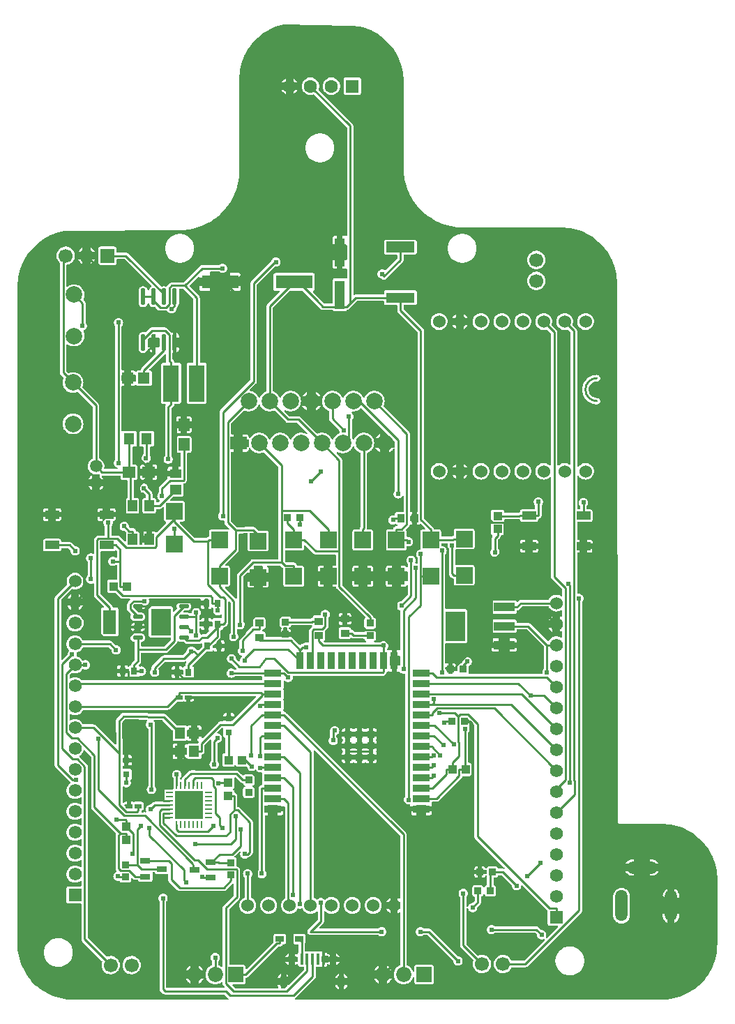
<source format=gtl>
G04 Layer: TopLayer*
G04 EasyEDA v6.5.44, 2024-08-23 10:49:28*
G04 13edeab578334d2c94ea7048694fe743,9c714277b5a14b868680a62259e1ad39,10*
G04 Gerber Generator version 0.2*
G04 Scale: 100 percent, Rotated: No, Reflected: No *
G04 Dimensions in millimeters *
G04 leading zeros omitted , absolute positions ,4 integer and 5 decimal *
%FSLAX45Y45*%
%MOMM*%

%AMMACRO1*21,1,$1,$2,0,0,$3*%
%ADD10C,0.2540*%
%ADD11MACRO1,0.864X0.8065X-90.0000*%
%ADD12MACRO1,0.864X0.8065X90.0000*%
%ADD13R,1.2000X3.5000*%
%ADD14MACRO1,1.35X1.41X90.0000*%
%ADD15R,1.5000X1.3589*%
%ADD16R,4.5000X1.6500*%
%ADD17R,1.3589X1.5000*%
%ADD18R,1.9000X4.5000*%
%ADD19R,1.3005X1.3995*%
%ADD20R,2.0000X2.0000*%
%ADD21MACRO1,3.456X1.2825X0.0000*%
%ADD22R,3.4560X1.2825*%
%ADD23MACRO1,1.377X1.1325X-90.0000*%
%ADD24MACRO1,1.377X1.1325X90.0000*%
%ADD25MACRO1,1.377X1.1325X0.0000*%
%ADD26R,1.3770X1.1325*%
%ADD27O,0.58801X2.0450048*%
%ADD28MACRO1,3.6X2.34X-90.0000*%
%ADD29R,2.5000X1.1000*%
%ADD30R,1.0000X0.8999*%
%ADD31R,0.8000X0.8000*%
%ADD32R,1.7000X1.0000*%
%ADD33R,0.8000X0.9000*%
%ADD34MACRO1,0.54X0.7901X-90.0000*%
%ADD35R,1.0000X0.7500*%
%ADD36R,0.8999X1.0000*%
%ADD37R,1.2500X0.7000*%
%ADD38MACRO1,0.864X0.8065X0.0000*%
%ADD39R,0.8640X0.8065*%
%ADD40R,1.1000X1.0000*%
%ADD41R,1.0000X1.1000*%
%ADD42R,0.9050X0.2800*%
%ADD43R,0.2800X0.9050*%
%ADD44R,3.3500X3.3500*%
%ADD45R,2.1000X0.9500*%
%ADD46R,0.9500X2.1000*%
%ADD47R,0.9000X0.9000*%
%ADD48O,1.27X0.508*%
%ADD49R,2.4000X3.3000*%
%ADD50R,1.6000X3.0000*%
%ADD51MACRO1,0.4013X1.3513X0.0000*%
%ADD52R,1.2000X1.4000*%
%ADD53O,3.6999926000000003X1.499997*%
%ADD54O,1.499997X3.7999924*%
%ADD55C,1.7000*%
%ADD56C,1.8500*%
%ADD57MACRO1,1.8491X1.8491X0.0000*%
%ADD58R,1.7000X1.7000*%
%ADD59C,1.5301*%
%ADD60C,1.5748*%
%ADD61R,1.5748X1.5748*%
%ADD62C,1.5240*%
%ADD63R,1.6000X1.6000*%
%ADD64C,1.6000*%
%ADD65C,2.0000*%
%ADD66R,2.0000X1.6000*%
%ADD67C,1.5000*%
%ADD68O,1.2500102X0.9499854*%
%ADD69O,0.9999979999999999X1.5500096*%
%ADD70C,0.6100*%
%ADD71C,0.6200*%
%ADD72C,0.0152*%

%LPD*%
G36*
X-6287312Y2493010D02*
G01*
X-6291224Y2493772D01*
X-6294475Y2495956D01*
X-6419748Y2621229D01*
X-6421983Y2624531D01*
X-6422745Y2628442D01*
X-6421983Y2632303D01*
X-6419748Y2635605D01*
X-6416446Y2637790D01*
X-6412585Y2638602D01*
X-6390284Y2638602D01*
X-6383934Y2639314D01*
X-6378498Y2641193D01*
X-6373571Y2644292D01*
X-6369507Y2648356D01*
X-6366408Y2653284D01*
X-6364528Y2658719D01*
X-6363766Y2665069D01*
X-6363766Y2863900D01*
X-6364528Y2870250D01*
X-6366408Y2875686D01*
X-6369507Y2880614D01*
X-6373571Y2884678D01*
X-6378498Y2887776D01*
X-6383934Y2889707D01*
X-6390284Y2890418D01*
X-6412585Y2890418D01*
X-6416446Y2891180D01*
X-6419748Y2893364D01*
X-6421983Y2896666D01*
X-6422745Y2900578D01*
X-6421983Y2904439D01*
X-6419748Y2907741D01*
X-6266230Y3061309D01*
X-6261100Y3067558D01*
X-6257544Y3074212D01*
X-6255359Y3081426D01*
X-6254546Y3089452D01*
X-6254546Y3272688D01*
X-6253835Y3276498D01*
X-6251702Y3279749D01*
X-6248552Y3281984D01*
X-6244742Y3282848D01*
X-6156248Y3286099D01*
X-6152235Y3285439D01*
X-6148832Y3283254D01*
X-6146495Y3279901D01*
X-6145682Y3275939D01*
X-6145682Y3092399D01*
X-6144971Y3086049D01*
X-6143091Y3080613D01*
X-6139992Y3075686D01*
X-6135928Y3071622D01*
X-6131001Y3068523D01*
X-6125565Y3066592D01*
X-6119215Y3065881D01*
X-5920384Y3065881D01*
X-5914034Y3066592D01*
X-5908598Y3068523D01*
X-5903671Y3071622D01*
X-5899607Y3075686D01*
X-5896508Y3080613D01*
X-5894628Y3086049D01*
X-5893866Y3092399D01*
X-5893866Y3291230D01*
X-5894628Y3297580D01*
X-5896508Y3303015D01*
X-5899607Y3307943D01*
X-5903671Y3312007D01*
X-5908598Y3315106D01*
X-5914034Y3316986D01*
X-5920384Y3317697D01*
X-6014821Y3317697D01*
X-6018682Y3318510D01*
X-6021984Y3320694D01*
X-6056731Y3355390D01*
X-6063081Y3360216D01*
X-6069838Y3363518D01*
X-6077153Y3365449D01*
X-6085230Y3365957D01*
X-6273342Y3359099D01*
X-6277406Y3359759D01*
X-6280861Y3362045D01*
X-6347612Y3428746D01*
X-6349796Y3432048D01*
X-6350609Y3435959D01*
X-6350609Y4265422D01*
X-6349796Y4269333D01*
X-6347612Y4272635D01*
X-6344310Y4274820D01*
X-6340449Y4275582D01*
X-6317437Y4275582D01*
X-6317437Y4335170D01*
X-6340449Y4335170D01*
X-6344310Y4335932D01*
X-6347612Y4338116D01*
X-6349796Y4341418D01*
X-6350609Y4345330D01*
X-6350609Y4417669D01*
X-6349796Y4421581D01*
X-6347612Y4424883D01*
X-6344310Y4427067D01*
X-6340449Y4427829D01*
X-6317437Y4427829D01*
X-6317437Y4487418D01*
X-6340449Y4487418D01*
X-6344310Y4488180D01*
X-6347612Y4490364D01*
X-6349796Y4493666D01*
X-6350609Y4497578D01*
X-6350609Y4614214D01*
X-6349796Y4618126D01*
X-6347612Y4621377D01*
X-6196431Y4772558D01*
X-6193028Y4774793D01*
X-6189065Y4775555D01*
X-6185103Y4774641D01*
X-6178753Y4771796D01*
X-6164224Y4767275D01*
X-6149289Y4764532D01*
X-6134100Y4763617D01*
X-6118910Y4764532D01*
X-6103975Y4767275D01*
X-6089446Y4771796D01*
X-6075578Y4778044D01*
X-6062573Y4785918D01*
X-6050635Y4795266D01*
X-6039866Y4806035D01*
X-6030518Y4817973D01*
X-6022644Y4830978D01*
X-6016345Y4844897D01*
X-6014161Y4848098D01*
X-6010910Y4850180D01*
X-6007100Y4850892D01*
X-6003290Y4850180D01*
X-6000038Y4848098D01*
X-5997854Y4844897D01*
X-5991555Y4830978D01*
X-5983681Y4817973D01*
X-5974334Y4806035D01*
X-5963564Y4795266D01*
X-5951626Y4785918D01*
X-5938621Y4778044D01*
X-5924753Y4771796D01*
X-5910224Y4767275D01*
X-5895289Y4764532D01*
X-5880100Y4763617D01*
X-5864910Y4764532D01*
X-5849975Y4767275D01*
X-5835446Y4771796D01*
X-5829096Y4774641D01*
X-5825134Y4775555D01*
X-5821172Y4774793D01*
X-5817768Y4772558D01*
X-5685332Y4640122D01*
X-5679084Y4635042D01*
X-5672429Y4631436D01*
X-5665216Y4629251D01*
X-5657189Y4628489D01*
X-5550865Y4628489D01*
X-5547004Y4627676D01*
X-5543702Y4625492D01*
X-5425338Y4507128D01*
X-5423052Y4503623D01*
X-5422392Y4499508D01*
X-5423408Y4495495D01*
X-5425998Y4492193D01*
X-5429656Y4490212D01*
X-5433822Y4489907D01*
X-5437784Y4491278D01*
X-5440578Y4492955D01*
X-5454446Y4499203D01*
X-5468975Y4503724D01*
X-5483910Y4506468D01*
X-5499100Y4507382D01*
X-5514289Y4506468D01*
X-5529224Y4503724D01*
X-5543753Y4499203D01*
X-5557621Y4492955D01*
X-5570626Y4485081D01*
X-5582564Y4475734D01*
X-5593334Y4464964D01*
X-5602681Y4453026D01*
X-5610555Y4440021D01*
X-5616854Y4426102D01*
X-5619038Y4422902D01*
X-5622290Y4420819D01*
X-5626100Y4420108D01*
X-5629910Y4420819D01*
X-5633161Y4422902D01*
X-5635345Y4426102D01*
X-5641644Y4440021D01*
X-5649518Y4453026D01*
X-5658866Y4464964D01*
X-5669635Y4475734D01*
X-5681573Y4485081D01*
X-5694578Y4492955D01*
X-5708446Y4499203D01*
X-5722975Y4503724D01*
X-5737910Y4506468D01*
X-5753100Y4507382D01*
X-5768289Y4506468D01*
X-5783224Y4503724D01*
X-5797753Y4499203D01*
X-5811621Y4492955D01*
X-5824626Y4485081D01*
X-5836564Y4475734D01*
X-5847334Y4464964D01*
X-5856681Y4453026D01*
X-5864555Y4440021D01*
X-5870854Y4426102D01*
X-5873038Y4422902D01*
X-5876290Y4420819D01*
X-5880100Y4420108D01*
X-5883910Y4420819D01*
X-5887161Y4422902D01*
X-5889345Y4426102D01*
X-5895644Y4440021D01*
X-5903518Y4453026D01*
X-5912866Y4464964D01*
X-5923635Y4475734D01*
X-5935573Y4485081D01*
X-5948578Y4492955D01*
X-5962446Y4499203D01*
X-5976975Y4503724D01*
X-5991910Y4506468D01*
X-6007100Y4507382D01*
X-6022289Y4506468D01*
X-6037224Y4503724D01*
X-6051753Y4499203D01*
X-6065621Y4492955D01*
X-6078626Y4485081D01*
X-6090564Y4475734D01*
X-6101334Y4464964D01*
X-6110681Y4453026D01*
X-6116320Y4443679D01*
X-6119368Y4440529D01*
X-6123381Y4438904D01*
X-6127750Y4439158D01*
X-6131610Y4441190D01*
X-6134252Y4444695D01*
X-6135166Y4448962D01*
X-6135166Y4460951D01*
X-6135928Y4467250D01*
X-6137808Y4472736D01*
X-6140907Y4477613D01*
X-6144971Y4481728D01*
X-6149898Y4484776D01*
X-6155334Y4486706D01*
X-6161684Y4487418D01*
X-6204762Y4487418D01*
X-6204762Y4427829D01*
X-6138062Y4427829D01*
X-6134354Y4427169D01*
X-6131153Y4425137D01*
X-6128918Y4422089D01*
X-6127953Y4418431D01*
X-6128359Y4414672D01*
X-6129324Y4411624D01*
X-6132068Y4396689D01*
X-6132982Y4381500D01*
X-6132068Y4366310D01*
X-6129324Y4351375D01*
X-6128359Y4348327D01*
X-6127953Y4344568D01*
X-6128918Y4340910D01*
X-6131153Y4337862D01*
X-6134354Y4335830D01*
X-6138062Y4335170D01*
X-6204762Y4335170D01*
X-6204762Y4275582D01*
X-6161684Y4275582D01*
X-6155334Y4276293D01*
X-6149898Y4278223D01*
X-6144971Y4281271D01*
X-6140907Y4285386D01*
X-6137808Y4290263D01*
X-6135928Y4295749D01*
X-6135166Y4302048D01*
X-6135166Y4314037D01*
X-6134252Y4318304D01*
X-6131610Y4321810D01*
X-6127750Y4323842D01*
X-6123381Y4324096D01*
X-6119368Y4322470D01*
X-6116320Y4319320D01*
X-6110681Y4309973D01*
X-6101334Y4298035D01*
X-6090564Y4287266D01*
X-6078626Y4277918D01*
X-6065621Y4270044D01*
X-6051753Y4263796D01*
X-6037224Y4259275D01*
X-6022289Y4256532D01*
X-6007100Y4255617D01*
X-5991910Y4256532D01*
X-5976975Y4259275D01*
X-5962446Y4263796D01*
X-5956096Y4266641D01*
X-5952134Y4267555D01*
X-5948172Y4266793D01*
X-5944768Y4264558D01*
X-5774944Y4094734D01*
X-5772759Y4091482D01*
X-5771997Y4087571D01*
X-5771997Y2980893D01*
X-5772759Y2976981D01*
X-5774944Y2973679D01*
X-5778246Y2971495D01*
X-5782157Y2970733D01*
X-6080607Y2970733D01*
X-6088634Y2969920D01*
X-6095898Y2967736D01*
X-6102553Y2964180D01*
X-6108750Y2959049D01*
X-6265519Y2802331D01*
X-6270599Y2796082D01*
X-6274155Y2789428D01*
X-6276340Y2782214D01*
X-6277152Y2774188D01*
X-6277152Y2503170D01*
X-6277914Y2499258D01*
X-6280150Y2495956D01*
X-6283452Y2493772D01*
G37*

%LPD*%
G36*
X-7429093Y-101346D02*
G01*
X-7433411Y-100431D01*
X-7436916Y-97790D01*
X-7438999Y-93878D01*
X-7439202Y-89458D01*
X-7438542Y-85648D01*
X-7437323Y-82296D01*
X-7434986Y-79552D01*
X-7431887Y-77774D01*
X-7425893Y-75692D01*
X-7420965Y-72593D01*
X-7416901Y-68529D01*
X-7413802Y-63601D01*
X-7411872Y-58166D01*
X-7411161Y-51816D01*
X-7411161Y1016D01*
X-7411872Y7366D01*
X-7413802Y12801D01*
X-7416901Y17729D01*
X-7420965Y21793D01*
X-7425893Y24892D01*
X-7431328Y26771D01*
X-7437678Y27482D01*
X-7515504Y27482D01*
X-7521854Y26771D01*
X-7527747Y24739D01*
X-7531100Y24180D01*
X-7534452Y24739D01*
X-7540345Y26771D01*
X-7546695Y27482D01*
X-7559497Y27482D01*
X-7559497Y-5537D01*
X-7552181Y-5537D01*
X-7548270Y-6299D01*
X-7544968Y-8534D01*
X-7542784Y-11836D01*
X-7542022Y-15697D01*
X-7542022Y-35102D01*
X-7542784Y-38963D01*
X-7544968Y-42265D01*
X-7548270Y-44500D01*
X-7552181Y-45262D01*
X-7559497Y-45262D01*
X-7559497Y-48768D01*
X-7560259Y-52679D01*
X-7562494Y-55981D01*
X-7565796Y-58166D01*
X-7569657Y-58928D01*
X-7601102Y-58928D01*
X-7604963Y-58166D01*
X-7608722Y-55524D01*
X-7610957Y-52222D01*
X-7611719Y-48310D01*
X-7611719Y-45262D01*
X-7614767Y-45262D01*
X-7618679Y-44500D01*
X-7621981Y-42265D01*
X-7641336Y-22910D01*
X-7643571Y-19608D01*
X-7644333Y-15697D01*
X-7643571Y-11836D01*
X-7641336Y-8534D01*
X-7638034Y-6299D01*
X-7634173Y-5537D01*
X-7611719Y-5537D01*
X-7611719Y27482D01*
X-7624521Y27482D01*
X-7630871Y26771D01*
X-7636306Y24892D01*
X-7641234Y21793D01*
X-7645298Y17729D01*
X-7648905Y13716D01*
X-7652969Y12192D01*
X-7657287Y12496D01*
X-7661097Y14528D01*
X-7663688Y17983D01*
X-7664653Y22250D01*
X-7664653Y202082D01*
X-7663688Y206400D01*
X-7660995Y209854D01*
X-7657084Y211886D01*
X-7652715Y212090D01*
X-7639303Y205943D01*
X-7629804Y203403D01*
X-7620000Y202539D01*
X-7610195Y203403D01*
X-7600696Y205943D01*
X-7591806Y210108D01*
X-7583779Y215696D01*
X-7576820Y222656D01*
X-7571181Y230733D01*
X-7567015Y239623D01*
X-7564475Y249123D01*
X-7563612Y258876D01*
X-7564475Y268681D01*
X-7567015Y278180D01*
X-7570114Y284784D01*
X-7571028Y288340D01*
X-7570622Y291947D01*
X-7568996Y295198D01*
X-7566304Y297688D01*
X-7563866Y299212D01*
X-7559802Y303276D01*
X-7556703Y308203D01*
X-7554823Y313639D01*
X-7554112Y319989D01*
X-7554112Y398830D01*
X-7554823Y405180D01*
X-7556703Y410616D01*
X-7559802Y415543D01*
X-7563866Y419608D01*
X-7568793Y422706D01*
X-7574229Y424586D01*
X-7580579Y425297D01*
X-7654493Y425297D01*
X-7658353Y426110D01*
X-7661656Y428294D01*
X-7663840Y431596D01*
X-7664653Y435457D01*
X-7664653Y453542D01*
X-7663840Y457403D01*
X-7661656Y460705D01*
X-7658353Y462889D01*
X-7654493Y463702D01*
X-7646365Y463702D01*
X-7646365Y503224D01*
X-7654493Y503224D01*
X-7658353Y504037D01*
X-7661656Y506222D01*
X-7663840Y509524D01*
X-7664653Y513384D01*
X-7664653Y545795D01*
X-7663840Y549656D01*
X-7661656Y552958D01*
X-7658353Y555142D01*
X-7654493Y555955D01*
X-7646365Y555955D01*
X-7646365Y595477D01*
X-7654493Y595477D01*
X-7658353Y596239D01*
X-7661605Y598424D01*
X-7663840Y601675D01*
X-7664653Y605536D01*
X-7670038Y986332D01*
X-7669479Y989787D01*
X-7667802Y992835D01*
X-7642606Y1024382D01*
X-7639050Y1027176D01*
X-7634681Y1028192D01*
X-7556906Y1028192D01*
X-7374839Y1022756D01*
X-7370927Y1021892D01*
X-7367676Y1019505D01*
X-7365593Y1016050D01*
X-7365034Y1012088D01*
X-7366000Y1008176D01*
X-7375042Y997051D01*
X-7379716Y988618D01*
X-7382916Y979525D01*
X-7384542Y970026D01*
X-7384542Y960374D01*
X-7382916Y950874D01*
X-7379716Y941781D01*
X-7375042Y933348D01*
X-7368946Y925830D01*
X-7361732Y919480D01*
X-7358634Y917600D01*
X-7356043Y915314D01*
X-7354366Y912317D01*
X-7353808Y908913D01*
X-7353808Y223774D01*
X-7354366Y220370D01*
X-7356043Y217373D01*
X-7362342Y209651D01*
X-7367016Y201218D01*
X-7370216Y192125D01*
X-7371842Y182626D01*
X-7371842Y172974D01*
X-7370216Y163474D01*
X-7367016Y154381D01*
X-7362342Y145948D01*
X-7356246Y138430D01*
X-7349032Y132080D01*
X-7340803Y127000D01*
X-7331862Y123444D01*
X-7322413Y121412D01*
X-7312761Y120954D01*
X-7303211Y122224D01*
X-7294016Y125018D01*
X-7285380Y129387D01*
X-7277608Y135128D01*
X-7270953Y142087D01*
X-7265568Y150063D01*
X-7261555Y158851D01*
X-7259167Y168198D01*
X-7258303Y177800D01*
X-7259167Y187401D01*
X-7261555Y196748D01*
X-7265568Y205536D01*
X-7270953Y213512D01*
X-7273747Y216458D01*
X-7275880Y219710D01*
X-7276592Y223520D01*
X-7276592Y938936D01*
X-7275677Y943102D01*
X-7274255Y946251D01*
X-7271867Y955598D01*
X-7271003Y965200D01*
X-7271867Y974801D01*
X-7274255Y984148D01*
X-7278268Y992936D01*
X-7283653Y1000912D01*
X-7285380Y1002690D01*
X-7287514Y1006043D01*
X-7288174Y1010005D01*
X-7287310Y1013866D01*
X-7285024Y1017117D01*
X-7281621Y1019251D01*
X-7277709Y1019911D01*
X-7183831Y1017117D01*
X-7180072Y1016253D01*
X-7176871Y1014069D01*
X-7059726Y894587D01*
X-7057593Y891336D01*
X-7056831Y887476D01*
X-7056831Y789838D01*
X-7056120Y783539D01*
X-7054189Y778103D01*
X-7051141Y773176D01*
X-7047026Y769112D01*
X-7042150Y766013D01*
X-7036663Y764082D01*
X-7030364Y763371D01*
X-6911492Y763371D01*
X-6905193Y764082D01*
X-6899706Y766013D01*
X-6894830Y769112D01*
X-6890613Y773277D01*
X-6887311Y775512D01*
X-6883400Y776274D01*
X-6879539Y775512D01*
X-6876237Y773277D01*
X-6872020Y769112D01*
X-6867144Y766013D01*
X-6861657Y764082D01*
X-6855358Y763371D01*
X-6832295Y763371D01*
X-6832295Y817930D01*
X-6874865Y817930D01*
X-6878726Y818743D01*
X-6882028Y820928D01*
X-6884263Y824230D01*
X-6885025Y828090D01*
X-6885025Y890473D01*
X-6884263Y894384D01*
X-6882028Y897686D01*
X-6878726Y899871D01*
X-6874865Y900633D01*
X-6832295Y900633D01*
X-6832295Y955192D01*
X-6855358Y955192D01*
X-6861657Y954481D01*
X-6867144Y952601D01*
X-6872020Y949502D01*
X-6876237Y945286D01*
X-6879539Y943102D01*
X-6883450Y942340D01*
X-6887311Y943102D01*
X-6890613Y945286D01*
X-6894830Y949502D01*
X-6899706Y952601D01*
X-6905193Y954481D01*
X-6911492Y955192D01*
X-7006742Y955192D01*
X-7010653Y956005D01*
X-7014006Y958240D01*
X-7135164Y1081836D01*
X-7140651Y1086510D01*
X-7147255Y1090269D01*
X-7154418Y1092708D01*
X-7162393Y1093724D01*
X-7555280Y1105408D01*
X-7657795Y1105408D01*
X-7662418Y1105154D01*
X-7665567Y1104646D01*
X-7669834Y1103579D01*
X-7672831Y1102461D01*
X-7676794Y1100582D01*
X-7679486Y1098905D01*
X-7682992Y1096264D01*
X-7685328Y1094130D01*
X-7688427Y1090676D01*
X-7738872Y1027633D01*
X-7741310Y1024280D01*
X-7743139Y1021080D01*
X-7744764Y1017574D01*
X-7745984Y1014069D01*
X-7746847Y1010259D01*
X-7747355Y1006602D01*
X-7747508Y1002487D01*
X-7743647Y731875D01*
X-7744358Y727964D01*
X-7746542Y724611D01*
X-7749844Y722376D01*
X-7753756Y721563D01*
X-7757668Y722325D01*
X-7760970Y724560D01*
X-7990484Y954074D01*
X-7996732Y959154D01*
X-8003387Y962710D01*
X-8010601Y964946D01*
X-8018627Y965708D01*
X-8138617Y965708D01*
X-8142325Y966419D01*
X-8145475Y968400D01*
X-8147710Y971397D01*
X-8151672Y979424D01*
X-8159292Y990803D01*
X-8168335Y1001064D01*
X-8178596Y1010107D01*
X-8189975Y1017727D01*
X-8202269Y1023772D01*
X-8215223Y1028141D01*
X-8228634Y1030833D01*
X-8242300Y1031748D01*
X-8255965Y1030833D01*
X-8269376Y1028141D01*
X-8282330Y1023772D01*
X-8295182Y1017320D01*
X-8299246Y1015746D01*
X-8303615Y1016000D01*
X-8307425Y1018032D01*
X-8310067Y1021486D01*
X-8311032Y1025753D01*
X-8311032Y1082446D01*
X-8310067Y1086713D01*
X-8307425Y1090168D01*
X-8303615Y1092200D01*
X-8299246Y1092454D01*
X-8294624Y1090472D01*
X-8282330Y1084427D01*
X-8269376Y1080058D01*
X-8255965Y1077366D01*
X-8242300Y1076452D01*
X-8228634Y1077366D01*
X-8215223Y1080058D01*
X-8202269Y1084427D01*
X-8189975Y1090472D01*
X-8178596Y1098092D01*
X-8168335Y1107135D01*
X-8159292Y1117396D01*
X-8151672Y1128776D01*
X-8147710Y1136853D01*
X-8145475Y1139850D01*
X-8142274Y1141831D01*
X-8138617Y1142492D01*
X-7118248Y1142492D01*
X-7110222Y1143304D01*
X-7103008Y1145489D01*
X-7096353Y1149045D01*
X-7090105Y1154176D01*
X-7004761Y1239520D01*
X-7001459Y1241704D01*
X-6997598Y1242466D01*
X-6937095Y1242466D01*
X-6930745Y1243228D01*
X-6924852Y1245260D01*
X-6921500Y1245819D01*
X-6918147Y1245260D01*
X-6912254Y1243228D01*
X-6905904Y1242466D01*
X-6893102Y1242466D01*
X-6893102Y1275537D01*
X-6900418Y1275537D01*
X-6904329Y1276299D01*
X-6907631Y1278534D01*
X-6909816Y1281836D01*
X-6910578Y1285697D01*
X-6910578Y1301750D01*
X-6909816Y1305610D01*
X-6907631Y1308912D01*
X-6904329Y1311097D01*
X-6900418Y1311910D01*
X-6056782Y1311910D01*
X-6052870Y1311097D01*
X-6049619Y1308912D01*
X-6047384Y1305610D01*
X-6046622Y1301750D01*
X-6047384Y1297838D01*
X-6049619Y1294536D01*
X-6292138Y1052017D01*
X-6295390Y1049832D01*
X-6297574Y1046581D01*
X-6329934Y1014221D01*
X-6333236Y1012037D01*
X-6337096Y1011224D01*
X-6349034Y1011224D01*
X-6349847Y1006754D01*
X-6352032Y1003503D01*
X-6355334Y1001268D01*
X-6359194Y1000506D01*
X-6391605Y1000506D01*
X-6395466Y1001268D01*
X-6398768Y1003503D01*
X-6400952Y1006754D01*
X-6401765Y1011224D01*
X-6441287Y1011224D01*
X-6442100Y1006754D01*
X-6444284Y1003503D01*
X-6447586Y1001268D01*
X-6451447Y1000506D01*
X-6479794Y1000506D01*
X-6487820Y999693D01*
X-6495034Y997508D01*
X-6501739Y993952D01*
X-6507937Y988821D01*
X-6692696Y804113D01*
X-6695948Y801928D01*
X-6699859Y801166D01*
X-6703771Y801928D01*
X-6707022Y804113D01*
X-6709257Y807415D01*
X-6710019Y811326D01*
X-6710019Y817930D01*
X-6759600Y817930D01*
X-6759600Y763371D01*
X-6752793Y763371D01*
X-6749084Y762660D01*
X-6745884Y760679D01*
X-6743649Y757631D01*
X-6742684Y753973D01*
X-6743090Y750214D01*
X-6745528Y742340D01*
X-6747662Y738632D01*
X-6751066Y736092D01*
X-6755231Y735228D01*
X-6855358Y735228D01*
X-6861657Y734517D01*
X-6867144Y732586D01*
X-6872020Y729488D01*
X-6876237Y725322D01*
X-6879539Y723087D01*
X-6883400Y722325D01*
X-6887311Y723087D01*
X-6890613Y725322D01*
X-6894830Y729488D01*
X-6899706Y732586D01*
X-6905142Y734517D01*
X-6911492Y735228D01*
X-6934555Y735228D01*
X-6934555Y680669D01*
X-6891985Y680669D01*
X-6888124Y679907D01*
X-6884822Y677672D01*
X-6882587Y674370D01*
X-6881825Y670509D01*
X-6881825Y608126D01*
X-6882587Y604215D01*
X-6884822Y600913D01*
X-6888124Y598728D01*
X-6891985Y597966D01*
X-6934555Y597966D01*
X-6934555Y543407D01*
X-6911492Y543407D01*
X-6905142Y544118D01*
X-6899706Y545998D01*
X-6894830Y549097D01*
X-6890613Y553313D01*
X-6887311Y555498D01*
X-6883400Y556260D01*
X-6879539Y555498D01*
X-6876237Y553313D01*
X-6872020Y549097D01*
X-6867144Y545998D01*
X-6861657Y544118D01*
X-6855358Y543407D01*
X-6736486Y543407D01*
X-6730187Y544118D01*
X-6724700Y545998D01*
X-6719824Y549097D01*
X-6715709Y553212D01*
X-6712661Y558088D01*
X-6710730Y563575D01*
X-6710019Y569874D01*
X-6710019Y591312D01*
X-6709359Y594969D01*
X-6707378Y598170D01*
X-6704431Y600405D01*
X-6693103Y603707D01*
X-6686448Y607263D01*
X-6680606Y612038D01*
X-6675831Y617880D01*
X-6672275Y624586D01*
X-6670090Y631799D01*
X-6669278Y639826D01*
X-6669278Y714095D01*
X-6668516Y718007D01*
X-6666280Y721309D01*
X-6607911Y779678D01*
X-6604152Y782066D01*
X-6599732Y782624D01*
X-6595516Y781202D01*
X-6592265Y778154D01*
X-6590690Y773988D01*
X-6591808Y761492D01*
X-6591808Y528574D01*
X-6592366Y525170D01*
X-6594043Y522173D01*
X-6600342Y514451D01*
X-6605016Y506018D01*
X-6608216Y496925D01*
X-6609842Y487426D01*
X-6609842Y477774D01*
X-6608216Y468274D01*
X-6605016Y459181D01*
X-6600342Y450748D01*
X-6594246Y443230D01*
X-6587032Y436880D01*
X-6578803Y431800D01*
X-6569862Y428243D01*
X-6564172Y427024D01*
X-6560312Y425297D01*
X-6557518Y422148D01*
X-6556197Y418134D01*
X-6556654Y413918D01*
X-6558788Y410260D01*
X-6562191Y407771D01*
X-6566306Y406908D01*
X-6837425Y406908D01*
X-6845452Y406095D01*
X-6852666Y403910D01*
X-6859371Y400354D01*
X-6865569Y395224D01*
X-6934962Y325831D01*
X-6940092Y319633D01*
X-6943648Y312928D01*
X-6946950Y301802D01*
X-6949186Y298856D01*
X-6952335Y296875D01*
X-6955993Y296214D01*
X-6959244Y296214D01*
X-6963105Y296976D01*
X-6966407Y299161D01*
X-6968591Y302463D01*
X-6969404Y306374D01*
X-6969404Y311658D01*
X-6968591Y315518D01*
X-6966407Y318820D01*
X-6964781Y320446D01*
X-6959193Y328472D01*
X-6955028Y337362D01*
X-6952488Y346862D01*
X-6951624Y356666D01*
X-6952488Y366471D01*
X-6955028Y375970D01*
X-6959193Y384860D01*
X-6964781Y392887D01*
X-6971741Y399846D01*
X-6979818Y405485D01*
X-6988708Y409651D01*
X-6998208Y412191D01*
X-7007961Y413054D01*
X-7017766Y412191D01*
X-7027265Y409651D01*
X-7036155Y405485D01*
X-7044232Y399846D01*
X-7051192Y392887D01*
X-7056780Y384860D01*
X-7060946Y375970D01*
X-7063486Y366471D01*
X-7064349Y356666D01*
X-7063486Y346862D01*
X-7060946Y337362D01*
X-7056780Y328472D01*
X-7051192Y320446D01*
X-7049566Y318820D01*
X-7047382Y315518D01*
X-7046620Y311658D01*
X-7046620Y279450D01*
X-7047890Y269748D01*
X-7047890Y187350D01*
X-7048652Y183489D01*
X-7050887Y180187D01*
X-7054189Y177952D01*
X-7058050Y177190D01*
X-7140448Y177190D01*
X-7146747Y176479D01*
X-7152182Y174548D01*
X-7157110Y171500D01*
X-7161174Y167386D01*
X-7164273Y162509D01*
X-7166203Y157022D01*
X-7166914Y150723D01*
X-7166914Y123850D01*
X-7166203Y117551D01*
X-7164984Y112268D01*
X-7166203Y107035D01*
X-7166914Y100736D01*
X-7166914Y73863D01*
X-7166203Y67564D01*
X-7164933Y62280D01*
X-7166203Y57048D01*
X-7166914Y50647D01*
X-7155688Y50647D01*
X-7152335Y50088D01*
X-7146747Y48107D01*
X-7140448Y47396D01*
X-7136485Y46075D01*
X-7133386Y43230D01*
X-7131659Y39420D01*
X-7131659Y35204D01*
X-7133386Y31343D01*
X-7136485Y28549D01*
X-7140448Y27228D01*
X-7150150Y25908D01*
X-7276592Y25908D01*
X-7284618Y25095D01*
X-7291831Y22910D01*
X-7298537Y19354D01*
X-7304735Y14224D01*
X-7322870Y-3911D01*
X-7325969Y-5994D01*
X-7329627Y-6858D01*
X-7335113Y-7112D01*
X-7344562Y-9144D01*
X-7353503Y-12700D01*
X-7361732Y-17780D01*
X-7368946Y-24130D01*
X-7375042Y-31648D01*
X-7379716Y-40081D01*
X-7382916Y-49174D01*
X-7384542Y-58674D01*
X-7384542Y-68326D01*
X-7382916Y-77825D01*
X-7379411Y-87833D01*
X-7378801Y-91846D01*
X-7379868Y-95758D01*
X-7382408Y-98958D01*
X-7385964Y-100888D01*
X-7389977Y-101346D01*
X-7392212Y-101092D01*
G37*

%LPC*%
G36*
X-7593634Y463702D02*
G01*
X-7580579Y463702D01*
X-7574229Y464413D01*
X-7568793Y466293D01*
X-7563866Y469392D01*
X-7559802Y473456D01*
X-7556703Y478383D01*
X-7554823Y483819D01*
X-7554112Y490169D01*
X-7554112Y503224D01*
X-7593634Y503224D01*
G37*
G36*
X-7030364Y543407D02*
G01*
X-7007250Y543407D01*
X-7007250Y597966D01*
X-7056831Y597966D01*
X-7056831Y569874D01*
X-7056120Y563575D01*
X-7054189Y558088D01*
X-7051141Y553212D01*
X-7047026Y549097D01*
X-7042150Y545998D01*
X-7036663Y544118D01*
G37*
G36*
X-7593634Y555955D02*
G01*
X-7554112Y555955D01*
X-7554112Y569010D01*
X-7554823Y575360D01*
X-7556703Y580796D01*
X-7559802Y585724D01*
X-7563866Y589788D01*
X-7568793Y592886D01*
X-7574229Y594766D01*
X-7580579Y595477D01*
X-7593634Y595477D01*
G37*
G36*
X-7056831Y680669D02*
G01*
X-7007250Y680669D01*
X-7007250Y735228D01*
X-7030364Y735228D01*
X-7036663Y734517D01*
X-7042150Y732586D01*
X-7047026Y729488D01*
X-7051141Y725424D01*
X-7054189Y720496D01*
X-7056120Y715060D01*
X-7056831Y708761D01*
G37*
G36*
X-6759600Y900633D02*
G01*
X-6710019Y900633D01*
X-6710019Y928725D01*
X-6710730Y935024D01*
X-6712661Y940511D01*
X-6715709Y945387D01*
X-6719824Y949502D01*
X-6724700Y952601D01*
X-6730187Y954481D01*
X-6736486Y955192D01*
X-6759600Y955192D01*
G37*
G36*
X-6441287Y1063955D02*
G01*
X-6401765Y1063955D01*
X-6401765Y1103477D01*
X-6414820Y1103477D01*
X-6421170Y1102766D01*
X-6426606Y1100886D01*
X-6431534Y1097788D01*
X-6435598Y1093724D01*
X-6438696Y1088796D01*
X-6440576Y1083360D01*
X-6441287Y1077010D01*
G37*
G36*
X-6349034Y1063955D02*
G01*
X-6309512Y1063955D01*
X-6309512Y1077010D01*
X-6310223Y1083360D01*
X-6312103Y1088796D01*
X-6315202Y1093724D01*
X-6319266Y1097788D01*
X-6324193Y1100886D01*
X-6329629Y1102766D01*
X-6335979Y1103477D01*
X-6349034Y1103477D01*
G37*
G36*
X-6840880Y1242466D02*
G01*
X-6828078Y1242466D01*
X-6821728Y1243228D01*
X-6816293Y1245108D01*
X-6811365Y1248206D01*
X-6807301Y1252270D01*
X-6804202Y1257198D01*
X-6802272Y1262634D01*
X-6801561Y1268984D01*
X-6801561Y1275537D01*
X-6840880Y1275537D01*
G37*

%LPD*%
G36*
X-1086154Y-2375001D02*
G01*
X-1092758Y-2374392D01*
X-5560415Y-2374392D01*
X-5564428Y-2373579D01*
X-5567832Y-2371191D01*
X-5569966Y-2367635D01*
X-5570524Y-2363571D01*
X-5569458Y-2359609D01*
X-5566867Y-2356358D01*
X-5560364Y-2351024D01*
X-5332476Y-2123135D01*
X-5327345Y-2116937D01*
X-5323789Y-2110232D01*
X-5321604Y-2103018D01*
X-5320792Y-2094992D01*
X-5320792Y-1987854D01*
X-5320030Y-1983993D01*
X-5317794Y-1980692D01*
X-5314543Y-1978456D01*
X-5310632Y-1977694D01*
X-5274970Y-1977694D01*
X-5268620Y-1976983D01*
X-5265216Y-1975815D01*
X-5261864Y-1975256D01*
X-5258511Y-1975815D01*
X-5255107Y-1976983D01*
X-5248808Y-1977694D01*
X-5245709Y-1977694D01*
X-5245709Y-1921205D01*
X-5247741Y-1918004D01*
X-5248503Y-1914245D01*
X-5248503Y-1854352D01*
X-5247741Y-1850593D01*
X-5245709Y-1847392D01*
X-5245709Y-1790903D01*
X-5248808Y-1790903D01*
X-5255107Y-1791614D01*
X-5258511Y-1792782D01*
X-5261864Y-1793341D01*
X-5265216Y-1792782D01*
X-5268620Y-1791614D01*
X-5274970Y-1790903D01*
X-5313832Y-1790903D01*
X-5320131Y-1791614D01*
X-5323535Y-1792782D01*
X-5326888Y-1793341D01*
X-5330240Y-1792782D01*
X-5333644Y-1791614D01*
X-5339994Y-1790903D01*
X-5378856Y-1790903D01*
X-5385155Y-1791614D01*
X-5388559Y-1792782D01*
X-5391912Y-1793341D01*
X-5395264Y-1792782D01*
X-5398668Y-1791614D01*
X-5405018Y-1790903D01*
X-5440680Y-1790903D01*
X-5444591Y-1790141D01*
X-5447842Y-1787906D01*
X-5450078Y-1784604D01*
X-5450840Y-1780743D01*
X-5450840Y-1694027D01*
X-5450433Y-1691233D01*
X-5448249Y-1687017D01*
X-5446369Y-1681530D01*
X-5445607Y-1675231D01*
X-5445607Y-1601368D01*
X-5446369Y-1595069D01*
X-5448249Y-1589582D01*
X-5451348Y-1584706D01*
X-5455412Y-1580591D01*
X-5460339Y-1577492D01*
X-5465775Y-1575612D01*
X-5472125Y-1574901D01*
X-5570982Y-1574901D01*
X-5577281Y-1575612D01*
X-5582767Y-1577492D01*
X-5587644Y-1580591D01*
X-5591759Y-1584706D01*
X-5594807Y-1589582D01*
X-5596737Y-1595069D01*
X-5597448Y-1601368D01*
X-5597448Y-1675231D01*
X-5596737Y-1681530D01*
X-5594807Y-1687017D01*
X-5591759Y-1691893D01*
X-5587644Y-1696008D01*
X-5582767Y-1699107D01*
X-5577281Y-1700987D01*
X-5570982Y-1701698D01*
X-5538216Y-1701698D01*
X-5534304Y-1702460D01*
X-5531053Y-1704695D01*
X-5528818Y-1707997D01*
X-5528056Y-1711858D01*
X-5528056Y-1795221D01*
X-5528462Y-1798015D01*
X-5529630Y-1800606D01*
X-5532729Y-1805584D01*
X-5534660Y-1811070D01*
X-5535422Y-1817776D01*
X-5536793Y-1821891D01*
X-5539740Y-1824989D01*
X-5543702Y-1826666D01*
X-5548020Y-1826514D01*
X-5551830Y-1824583D01*
X-5552998Y-1823669D01*
X-5562498Y-1818182D01*
X-5571744Y-1814575D01*
X-5571744Y-1854200D01*
X-5545531Y-1854200D01*
X-5541619Y-1854962D01*
X-5538368Y-1857197D01*
X-5536133Y-1860448D01*
X-5535371Y-1864360D01*
X-5535371Y-1904238D01*
X-5536133Y-1908149D01*
X-5538368Y-1911400D01*
X-5541619Y-1913636D01*
X-5545531Y-1914398D01*
X-5571744Y-1914398D01*
X-5571744Y-1954022D01*
X-5562498Y-1950415D01*
X-5552998Y-1944928D01*
X-5551830Y-1944014D01*
X-5548020Y-1942084D01*
X-5543702Y-1941931D01*
X-5539740Y-1943607D01*
X-5536793Y-1946706D01*
X-5535422Y-1950821D01*
X-5534660Y-1957527D01*
X-5532729Y-1963013D01*
X-5529681Y-1967890D01*
X-5525566Y-1972005D01*
X-5520690Y-1975104D01*
X-5515203Y-1976983D01*
X-5508904Y-1977694D01*
X-5473192Y-1977694D01*
X-5469331Y-1978456D01*
X-5466029Y-1980692D01*
X-5463794Y-1983993D01*
X-5463032Y-1987854D01*
X-5463032Y-2004466D01*
X-5463794Y-2008327D01*
X-5466029Y-2011629D01*
X-5650788Y-2196439D01*
X-5654090Y-2198624D01*
X-5658002Y-2199386D01*
X-5678068Y-2199386D01*
X-5678068Y-2219502D01*
X-5678830Y-2223363D01*
X-5681065Y-2226665D01*
X-5688482Y-2234082D01*
X-5691784Y-2236317D01*
X-5695645Y-2237079D01*
X-5730595Y-2237079D01*
X-5734507Y-2236317D01*
X-5737809Y-2234082D01*
X-5739993Y-2230780D01*
X-5740755Y-2226919D01*
X-5740755Y-2199386D01*
X-5783021Y-2199386D01*
X-5781954Y-2204161D01*
X-5777788Y-2214727D01*
X-5773674Y-2221839D01*
X-5772404Y-2225852D01*
X-5772810Y-2230069D01*
X-5774944Y-2233726D01*
X-5778347Y-2236216D01*
X-5782462Y-2237079D01*
X-6293307Y-2237079D01*
X-6297218Y-2236317D01*
X-6300520Y-2234082D01*
X-6328765Y-2205837D01*
X-6330950Y-2202535D01*
X-6331712Y-2198674D01*
X-6330950Y-2194763D01*
X-6328765Y-2191461D01*
X-6325463Y-2189276D01*
X-6321552Y-2188514D01*
X-6198565Y-2188514D01*
X-6192266Y-2187803D01*
X-6186779Y-2185873D01*
X-6181902Y-2182825D01*
X-6177788Y-2178710D01*
X-6174740Y-2173833D01*
X-6172809Y-2168347D01*
X-6172098Y-2162048D01*
X-6172098Y-2118055D01*
X-6171387Y-2114397D01*
X-6169456Y-2111248D01*
X-6166510Y-2108962D01*
X-6155385Y-2105710D01*
X-6148679Y-2102154D01*
X-6142482Y-2097024D01*
X-5777992Y-1732584D01*
X-5774690Y-1730400D01*
X-5770829Y-1729587D01*
X-5756554Y-1729587D01*
X-5748528Y-1728825D01*
X-5741314Y-1726641D01*
X-5734608Y-1723034D01*
X-5728766Y-1718259D01*
X-5723991Y-1712417D01*
X-5721146Y-1707083D01*
X-5718860Y-1704238D01*
X-5715762Y-1702358D01*
X-5712155Y-1701698D01*
X-5706618Y-1701698D01*
X-5700318Y-1700987D01*
X-5694832Y-1699107D01*
X-5689955Y-1696008D01*
X-5685840Y-1691893D01*
X-5682792Y-1687017D01*
X-5680862Y-1681530D01*
X-5680151Y-1675231D01*
X-5680151Y-1601368D01*
X-5680862Y-1595069D01*
X-5682792Y-1589582D01*
X-5685840Y-1584706D01*
X-5689955Y-1580591D01*
X-5694832Y-1577492D01*
X-5700318Y-1575612D01*
X-5706618Y-1574901D01*
X-5805474Y-1574901D01*
X-5811824Y-1575612D01*
X-5817260Y-1577492D01*
X-5822188Y-1580591D01*
X-5826252Y-1584706D01*
X-5829350Y-1589582D01*
X-5831230Y-1595069D01*
X-5831941Y-1601368D01*
X-5831941Y-1673148D01*
X-5832754Y-1677009D01*
X-5834938Y-1680311D01*
X-6154724Y-2000097D01*
X-6158026Y-2002332D01*
X-6161938Y-2003094D01*
X-6165799Y-2002332D01*
X-6169101Y-2000097D01*
X-6171336Y-1996846D01*
X-6172098Y-1992934D01*
X-6172098Y-1978152D01*
X-6172809Y-1971852D01*
X-6174740Y-1966366D01*
X-6177788Y-1961489D01*
X-6181902Y-1957374D01*
X-6186779Y-1954326D01*
X-6192266Y-1952396D01*
X-6198565Y-1951685D01*
X-6362242Y-1951685D01*
X-6366154Y-1950923D01*
X-6369405Y-1948738D01*
X-6371640Y-1945436D01*
X-6372402Y-1941525D01*
X-6372402Y-1279906D01*
X-6371640Y-1275994D01*
X-6369405Y-1272743D01*
X-6251803Y-1155090D01*
X-6246672Y-1148842D01*
X-6243116Y-1142187D01*
X-6240932Y-1134922D01*
X-6240119Y-1126896D01*
X-6240119Y-802284D01*
X-6240932Y-794258D01*
X-6243116Y-786993D01*
X-6246672Y-780338D01*
X-6251803Y-774090D01*
X-6258509Y-767384D01*
X-6264757Y-762254D01*
X-6271412Y-758698D01*
X-6273698Y-758037D01*
X-6277406Y-755954D01*
X-6279997Y-752500D01*
X-6280912Y-748284D01*
X-6280912Y-672338D01*
X-6281623Y-665988D01*
X-6283502Y-660552D01*
X-6286601Y-655624D01*
X-6290665Y-651560D01*
X-6295593Y-648462D01*
X-6299555Y-647090D01*
X-6303060Y-645007D01*
X-6305448Y-641705D01*
X-6306362Y-637692D01*
X-6305651Y-633679D01*
X-6303416Y-630275D01*
X-6251905Y-578815D01*
X-6248196Y-576427D01*
X-6243828Y-575868D01*
X-6239611Y-577189D01*
X-6236360Y-580136D01*
X-6234684Y-584200D01*
X-6234887Y-588619D01*
X-6237274Y-597458D01*
X-6238138Y-607263D01*
X-6237274Y-617016D01*
X-6234734Y-626516D01*
X-6230569Y-635406D01*
X-6224930Y-643483D01*
X-6217970Y-650443D01*
X-6209944Y-656031D01*
X-6201054Y-660196D01*
X-6191554Y-662736D01*
X-6181750Y-663600D01*
X-6171946Y-662736D01*
X-6162446Y-660196D01*
X-6153556Y-656031D01*
X-6143244Y-648665D01*
X-6140653Y-647649D01*
X-6134100Y-646074D01*
X-6127343Y-642924D01*
X-6121196Y-638505D01*
X-6094476Y-611835D01*
X-6089345Y-605637D01*
X-6085789Y-598932D01*
X-6083604Y-591718D01*
X-6082792Y-583692D01*
X-6082792Y-222250D01*
X-6083604Y-214223D01*
X-6085789Y-207010D01*
X-6089345Y-200304D01*
X-6094476Y-194106D01*
X-6242354Y-46228D01*
X-6248552Y-41097D01*
X-6255258Y-37541D01*
X-6262471Y-35356D01*
X-6265062Y-35102D01*
X-6268618Y-34036D01*
X-6271615Y-31800D01*
X-6273546Y-28600D01*
X-6274257Y-24942D01*
X-6274257Y97282D01*
X-6275019Y105308D01*
X-6277203Y112572D01*
X-6280759Y119227D01*
X-6285585Y125069D01*
X-6291427Y129844D01*
X-6298082Y133400D01*
X-6299962Y134010D01*
X-6303721Y136093D01*
X-6306261Y139547D01*
X-6307175Y143713D01*
X-6307175Y147218D01*
X-6307886Y153568D01*
X-6309817Y159004D01*
X-6312916Y163931D01*
X-6316980Y167995D01*
X-6318859Y169214D01*
X-6321806Y172008D01*
X-6323431Y175768D01*
X-6323431Y179832D01*
X-6321806Y183591D01*
X-6318859Y186385D01*
X-6316980Y187604D01*
X-6312916Y191668D01*
X-6309817Y196596D01*
X-6307886Y202031D01*
X-6307175Y208381D01*
X-6307175Y307238D01*
X-6307937Y313842D01*
X-6307531Y318008D01*
X-6305550Y321614D01*
X-6302248Y324154D01*
X-6298234Y325170D01*
X-6294120Y324459D01*
X-6290665Y322173D01*
X-6233261Y264769D01*
X-6226606Y259130D01*
X-6220002Y255625D01*
X-6212738Y253441D01*
X-6207810Y252221D01*
X-6204813Y249834D01*
X-6202883Y246481D01*
X-6200546Y239674D01*
X-6197498Y234797D01*
X-6193434Y230682D01*
X-6188506Y227634D01*
X-6182461Y225501D01*
X-6178905Y223367D01*
X-6176467Y219964D01*
X-6175654Y215900D01*
X-6176467Y211836D01*
X-6178905Y208432D01*
X-6182461Y206298D01*
X-6188506Y204165D01*
X-6193434Y201117D01*
X-6197498Y197002D01*
X-6200597Y192125D01*
X-6202476Y186639D01*
X-6203188Y180340D01*
X-6203188Y100838D01*
X-6202476Y94488D01*
X-6200597Y89052D01*
X-6197498Y84124D01*
X-6193434Y80060D01*
X-6188506Y76962D01*
X-6183071Y75031D01*
X-6176721Y74320D01*
X-6091478Y74320D01*
X-6085128Y75031D01*
X-6079693Y76962D01*
X-6074765Y80060D01*
X-6070701Y84124D01*
X-6067602Y89052D01*
X-6065723Y94488D01*
X-6065012Y100838D01*
X-6065012Y180340D01*
X-6065723Y186639D01*
X-6067602Y192125D01*
X-6070701Y197002D01*
X-6074765Y201117D01*
X-6079693Y204165D01*
X-6085738Y206298D01*
X-6089294Y208432D01*
X-6091732Y211836D01*
X-6092545Y215900D01*
X-6091732Y219964D01*
X-6089294Y223367D01*
X-6085738Y225501D01*
X-6079693Y227634D01*
X-6074765Y230682D01*
X-6070701Y234797D01*
X-6067602Y239674D01*
X-6065723Y245160D01*
X-6065012Y251460D01*
X-6065012Y330962D01*
X-6065723Y337312D01*
X-6067602Y342747D01*
X-6070701Y347675D01*
X-6074765Y351739D01*
X-6079693Y354838D01*
X-6085128Y356768D01*
X-6091478Y357479D01*
X-6176721Y357479D01*
X-6183071Y356768D01*
X-6188506Y354838D01*
X-6193434Y351739D01*
X-6195060Y350113D01*
X-6198311Y347929D01*
X-6202222Y347167D01*
X-6206134Y347929D01*
X-6209385Y350113D01*
X-6254546Y395224D01*
X-6260744Y400354D01*
X-6267450Y403910D01*
X-6274663Y406095D01*
X-6282690Y406908D01*
X-6538976Y406908D01*
X-6542989Y407720D01*
X-6546342Y410057D01*
X-6548526Y413562D01*
X-6549135Y417626D01*
X-6548069Y421589D01*
X-6545529Y424840D01*
X-6541922Y426770D01*
X-6532016Y429818D01*
X-6523380Y434187D01*
X-6515607Y439928D01*
X-6508953Y446887D01*
X-6503568Y454863D01*
X-6499555Y463651D01*
X-6497167Y472998D01*
X-6496304Y482600D01*
X-6497167Y492201D01*
X-6499555Y501548D01*
X-6503568Y510336D01*
X-6508953Y518312D01*
X-6511747Y521258D01*
X-6513880Y524510D01*
X-6514592Y528320D01*
X-6514592Y734110D01*
X-6513931Y737666D01*
X-6512052Y740816D01*
X-6509207Y743051D01*
X-6505702Y744169D01*
X-6503111Y744524D01*
X-6493916Y747318D01*
X-6485280Y751687D01*
X-6477508Y757428D01*
X-6470853Y764387D01*
X-6465468Y772363D01*
X-6461455Y781151D01*
X-6459067Y790498D01*
X-6458204Y800100D01*
X-6459067Y809701D01*
X-6461455Y819048D01*
X-6465468Y827836D01*
X-6470853Y835812D01*
X-6477508Y842771D01*
X-6485280Y848512D01*
X-6493916Y852881D01*
X-6503111Y855675D01*
X-6508089Y856335D01*
X-6512306Y857859D01*
X-6515455Y861060D01*
X-6516928Y865327D01*
X-6516420Y869797D01*
X-6513982Y873607D01*
X-6467297Y920292D01*
X-6463995Y922528D01*
X-6460083Y923290D01*
X-6450838Y923290D01*
X-6446672Y922426D01*
X-6443268Y919886D01*
X-6441135Y916228D01*
X-6440728Y912012D01*
X-6441287Y906830D01*
X-6441287Y827989D01*
X-6440576Y821639D01*
X-6438696Y816203D01*
X-6435598Y811276D01*
X-6431534Y807212D01*
X-6426606Y804113D01*
X-6424574Y803402D01*
X-6421069Y801268D01*
X-6418630Y797915D01*
X-6417818Y793851D01*
X-6417818Y624484D01*
X-6418478Y620826D01*
X-6420408Y617626D01*
X-6423406Y615391D01*
X-6426962Y614375D01*
X-6435039Y613562D01*
X-6440424Y611682D01*
X-6445300Y608584D01*
X-6449415Y604520D01*
X-6452463Y599592D01*
X-6454394Y594156D01*
X-6455105Y587806D01*
X-6455105Y478993D01*
X-6454394Y472643D01*
X-6452463Y467207D01*
X-6449415Y462280D01*
X-6445300Y458216D01*
X-6440424Y455117D01*
X-6434937Y453186D01*
X-6428638Y452475D01*
X-6329781Y452475D01*
X-6323431Y453186D01*
X-6317996Y455117D01*
X-6313068Y458216D01*
X-6309004Y462280D01*
X-6307785Y464159D01*
X-6304991Y467106D01*
X-6301232Y468731D01*
X-6297168Y468731D01*
X-6293408Y467106D01*
X-6290614Y464159D01*
X-6289395Y462280D01*
X-6285331Y458216D01*
X-6280404Y455117D01*
X-6274968Y453186D01*
X-6268618Y452475D01*
X-6169761Y452475D01*
X-6162548Y453288D01*
X-6158738Y453034D01*
X-6155283Y451358D01*
X-6152743Y448513D01*
X-6151372Y444906D01*
X-6151016Y442874D01*
X-6147816Y433781D01*
X-6143142Y425348D01*
X-6137046Y417830D01*
X-6129832Y411480D01*
X-6121603Y406400D01*
X-6112662Y402844D01*
X-6103213Y400812D01*
X-6093561Y400354D01*
X-6084011Y401624D01*
X-6074816Y404418D01*
X-6066180Y408787D01*
X-6054902Y417068D01*
X-6051092Y417931D01*
X-6047232Y417322D01*
X-6043879Y415239D01*
X-6035852Y403860D01*
X-6028893Y396900D01*
X-6020866Y391261D01*
X-6011976Y387096D01*
X-6002477Y384556D01*
X-5992672Y383692D01*
X-5982004Y384657D01*
X-5979718Y384606D01*
X-5975807Y383489D01*
X-5972657Y380949D01*
X-5970727Y377393D01*
X-5970371Y373329D01*
X-5971184Y365861D01*
X-5971184Y272034D01*
X-5970524Y265734D01*
X-5968034Y258927D01*
X-5967425Y255422D01*
X-5968034Y251967D01*
X-5970524Y245160D01*
X-5971235Y238810D01*
X-5972149Y235508D01*
X-5974181Y232714D01*
X-5976975Y230733D01*
X-5987999Y227584D01*
X-5994654Y224028D01*
X-6000851Y218897D01*
X-6002680Y217119D01*
X-6007760Y210870D01*
X-6011316Y204216D01*
X-6013500Y197002D01*
X-6014313Y188976D01*
X-6014313Y-800760D01*
X-6015075Y-804672D01*
X-6017310Y-807974D01*
X-6018885Y-809548D01*
X-6024524Y-817625D01*
X-6028690Y-826516D01*
X-6031230Y-836015D01*
X-6032093Y-845819D01*
X-6031230Y-855573D01*
X-6028690Y-865073D01*
X-6024524Y-873963D01*
X-6018885Y-882040D01*
X-6011926Y-889000D01*
X-6003899Y-894587D01*
X-5995009Y-898753D01*
X-5985510Y-901293D01*
X-5975705Y-902157D01*
X-5965901Y-901293D01*
X-5956401Y-898753D01*
X-5947511Y-894587D01*
X-5939485Y-889000D01*
X-5932525Y-882040D01*
X-5926886Y-873963D01*
X-5922721Y-865073D01*
X-5920181Y-855573D01*
X-5919317Y-845819D01*
X-5920181Y-836015D01*
X-5922721Y-826516D01*
X-5926886Y-817625D01*
X-5932525Y-809548D01*
X-5934100Y-807974D01*
X-5936335Y-804672D01*
X-5937097Y-800760D01*
X-5937097Y-145643D01*
X-5936335Y-141732D01*
X-5934100Y-138430D01*
X-5930849Y-136245D01*
X-5926937Y-135483D01*
X-5899150Y-135483D01*
X-5899150Y-92151D01*
X-5926937Y-92151D01*
X-5930849Y-91389D01*
X-5934100Y-89154D01*
X-5936335Y-85902D01*
X-5937097Y-81991D01*
X-5937097Y-42113D01*
X-5936335Y-38201D01*
X-5934100Y-34950D01*
X-5930849Y-32715D01*
X-5926937Y-31953D01*
X-5899150Y-31953D01*
X-5899150Y-18643D01*
X-5898388Y-14732D01*
X-5896152Y-11430D01*
X-5892850Y-9245D01*
X-5888990Y-8483D01*
X-5791606Y-8483D01*
X-5787694Y-9245D01*
X-5784443Y-11430D01*
X-5782208Y-14732D01*
X-5781446Y-18643D01*
X-5781446Y-31953D01*
X-5702046Y-31953D01*
X-5698134Y-32715D01*
X-5694832Y-34950D01*
X-5692648Y-38201D01*
X-5691886Y-42113D01*
X-5691886Y-81991D01*
X-5692648Y-85902D01*
X-5694832Y-89154D01*
X-5698134Y-91389D01*
X-5702046Y-92151D01*
X-5781446Y-92151D01*
X-5781446Y-135483D01*
X-5735878Y-135483D01*
X-5729528Y-134772D01*
X-5724093Y-132842D01*
X-5719165Y-129743D01*
X-5715101Y-125679D01*
X-5712002Y-120751D01*
X-5709564Y-116128D01*
X-5706262Y-113741D01*
X-5702350Y-112826D01*
X-5698337Y-113487D01*
X-5694934Y-115671D01*
X-5692648Y-119024D01*
X-5691886Y-122986D01*
X-5691886Y-1138986D01*
X-5692343Y-1142085D01*
X-5693765Y-1144879D01*
X-5696000Y-1147165D01*
X-5704890Y-1153718D01*
X-5714746Y-1163218D01*
X-5723229Y-1173937D01*
X-5730189Y-1185722D01*
X-5735523Y-1198321D01*
X-5739130Y-1211529D01*
X-5740958Y-1225042D01*
X-5740958Y-1238758D01*
X-5739130Y-1252270D01*
X-5735523Y-1265478D01*
X-5730189Y-1278077D01*
X-5723229Y-1289862D01*
X-5714746Y-1300581D01*
X-5704890Y-1310081D01*
X-5693918Y-1318209D01*
X-5681878Y-1324762D01*
X-5669127Y-1329690D01*
X-5655818Y-1332839D01*
X-5642203Y-1334211D01*
X-5628538Y-1333754D01*
X-5615076Y-1331518D01*
X-5602020Y-1327454D01*
X-5589574Y-1321714D01*
X-5578043Y-1314348D01*
X-5567629Y-1305509D01*
X-5558434Y-1295349D01*
X-5550712Y-1284071D01*
X-5545683Y-1274165D01*
X-5543296Y-1271066D01*
X-5539943Y-1269136D01*
X-5536082Y-1268577D01*
X-5521604Y-1272641D01*
X-5511800Y-1273505D01*
X-5501995Y-1272641D01*
X-5487314Y-1268577D01*
X-5483301Y-1269238D01*
X-5479897Y-1271422D01*
X-5477611Y-1274775D01*
X-5476189Y-1278077D01*
X-5469229Y-1289862D01*
X-5460746Y-1300581D01*
X-5450890Y-1310081D01*
X-5439918Y-1318209D01*
X-5427878Y-1324762D01*
X-5415127Y-1329690D01*
X-5401818Y-1332839D01*
X-5388203Y-1334211D01*
X-5374538Y-1333754D01*
X-5361076Y-1331518D01*
X-5348020Y-1327454D01*
X-5335574Y-1321714D01*
X-5324043Y-1314348D01*
X-5313121Y-1305102D01*
X-5309768Y-1303223D01*
X-5306009Y-1302715D01*
X-5302300Y-1303629D01*
X-5299202Y-1305864D01*
X-5297119Y-1309065D01*
X-5296408Y-1312824D01*
X-5296408Y-1402181D01*
X-5297170Y-1406093D01*
X-5299405Y-1409395D01*
X-5411724Y-1521764D01*
X-5416854Y-1527962D01*
X-5420410Y-1534668D01*
X-5422595Y-1541881D01*
X-5423357Y-1549400D01*
X-5422595Y-1556918D01*
X-5420410Y-1564132D01*
X-5416854Y-1570837D01*
X-5412079Y-1576679D01*
X-5406237Y-1581454D01*
X-5399532Y-1585010D01*
X-5392318Y-1587195D01*
X-5384292Y-1588008D01*
X-4566920Y-1588008D01*
X-4563364Y-1588668D01*
X-4560214Y-1590548D01*
X-4555032Y-1595120D01*
X-4546803Y-1600200D01*
X-4537862Y-1603756D01*
X-4528413Y-1605788D01*
X-4518761Y-1606245D01*
X-4509211Y-1604975D01*
X-4500016Y-1602181D01*
X-4491380Y-1597812D01*
X-4483608Y-1592072D01*
X-4476953Y-1585112D01*
X-4471568Y-1577136D01*
X-4467555Y-1568348D01*
X-4465167Y-1559001D01*
X-4464304Y-1549400D01*
X-4465167Y-1539798D01*
X-4467555Y-1530451D01*
X-4471568Y-1521663D01*
X-4476953Y-1513687D01*
X-4483608Y-1506728D01*
X-4491380Y-1500987D01*
X-4500016Y-1496618D01*
X-4509211Y-1493824D01*
X-4518761Y-1492554D01*
X-4528413Y-1493012D01*
X-4537862Y-1495044D01*
X-4546803Y-1498600D01*
X-4555032Y-1503680D01*
X-4560214Y-1508252D01*
X-4563364Y-1510131D01*
X-4566920Y-1510792D01*
X-5267045Y-1510792D01*
X-5270957Y-1510030D01*
X-5274259Y-1507794D01*
X-5276443Y-1504543D01*
X-5277205Y-1500632D01*
X-5276443Y-1496720D01*
X-5274259Y-1493469D01*
X-5230876Y-1450035D01*
X-5225745Y-1443837D01*
X-5222189Y-1437132D01*
X-5220004Y-1429918D01*
X-5219192Y-1421892D01*
X-5219192Y-1312519D01*
X-5218430Y-1308658D01*
X-5216245Y-1305356D01*
X-5212994Y-1303121D01*
X-5209133Y-1302359D01*
X-5205272Y-1303070D01*
X-5201970Y-1305204D01*
X-5196890Y-1310081D01*
X-5185918Y-1318209D01*
X-5173878Y-1324762D01*
X-5161127Y-1329690D01*
X-5147818Y-1332839D01*
X-5134203Y-1334211D01*
X-5120538Y-1333754D01*
X-5107076Y-1331518D01*
X-5094020Y-1327454D01*
X-5081574Y-1321714D01*
X-5070043Y-1314348D01*
X-5059629Y-1305509D01*
X-5050434Y-1295349D01*
X-5042712Y-1284071D01*
X-5036515Y-1271879D01*
X-5032044Y-1258976D01*
X-5029301Y-1245565D01*
X-5028387Y-1231900D01*
X-5029301Y-1218234D01*
X-5032044Y-1204874D01*
X-5036515Y-1191920D01*
X-5042712Y-1179728D01*
X-5050434Y-1168450D01*
X-5059629Y-1158290D01*
X-5070043Y-1149451D01*
X-5081574Y-1142085D01*
X-5094020Y-1136345D01*
X-5107076Y-1132281D01*
X-5120538Y-1130046D01*
X-5134203Y-1129588D01*
X-5147818Y-1130960D01*
X-5161127Y-1134110D01*
X-5173878Y-1139037D01*
X-5185918Y-1145590D01*
X-5196890Y-1153718D01*
X-5201107Y-1157782D01*
X-5204409Y-1159916D01*
X-5208270Y-1160627D01*
X-5212130Y-1159865D01*
X-5215382Y-1157681D01*
X-5221579Y-1151483D01*
X-5229606Y-1145844D01*
X-5238496Y-1141679D01*
X-5247995Y-1139139D01*
X-5257800Y-1138275D01*
X-5267604Y-1139139D01*
X-5277104Y-1141679D01*
X-5285994Y-1145844D01*
X-5294020Y-1151483D01*
X-5300116Y-1157528D01*
X-5303215Y-1159662D01*
X-5306872Y-1160526D01*
X-5310581Y-1159967D01*
X-5313832Y-1158138D01*
X-5324043Y-1149451D01*
X-5335574Y-1142085D01*
X-5340299Y-1139901D01*
X-5343398Y-1137666D01*
X-5345480Y-1134465D01*
X-5346192Y-1130706D01*
X-5346192Y630885D01*
X-5347309Y643382D01*
X-5345734Y647496D01*
X-5342483Y650595D01*
X-5338267Y651967D01*
X-5333847Y651459D01*
X-5330088Y649071D01*
X-4296105Y-384962D01*
X-4293870Y-388213D01*
X-4293108Y-392125D01*
X-4293108Y-1140460D01*
X-4294022Y-1144676D01*
X-4296613Y-1148130D01*
X-4300372Y-1150213D01*
X-4304690Y-1150518D01*
X-4308754Y-1149045D01*
X-4319574Y-1142085D01*
X-4324197Y-1139952D01*
X-4324197Y-1187297D01*
X-4303268Y-1187297D01*
X-4299407Y-1188059D01*
X-4296105Y-1190294D01*
X-4293870Y-1193546D01*
X-4293108Y-1197457D01*
X-4293108Y-1266342D01*
X-4293870Y-1270254D01*
X-4296105Y-1273505D01*
X-4299407Y-1275740D01*
X-4303268Y-1276502D01*
X-4324197Y-1276502D01*
X-4324197Y-1323848D01*
X-4319574Y-1321714D01*
X-4308754Y-1314754D01*
X-4304690Y-1313281D01*
X-4300372Y-1313586D01*
X-4296613Y-1315669D01*
X-4294022Y-1319123D01*
X-4293108Y-1323340D01*
X-4293108Y-1951380D01*
X-4293920Y-1955342D01*
X-4296156Y-1958644D01*
X-4299508Y-1960829D01*
X-4304944Y-1962962D01*
X-4317949Y-1970125D01*
X-4329988Y-1978863D01*
X-4340809Y-1989074D01*
X-4350308Y-2000504D01*
X-4358233Y-2013051D01*
X-4364583Y-2026513D01*
X-4369206Y-2040636D01*
X-4371949Y-2055266D01*
X-4372914Y-2070100D01*
X-4371949Y-2084933D01*
X-4369206Y-2099564D01*
X-4364583Y-2113686D01*
X-4358233Y-2127148D01*
X-4350308Y-2139696D01*
X-4340809Y-2151126D01*
X-4329988Y-2161336D01*
X-4317949Y-2170074D01*
X-4304944Y-2177237D01*
X-4291076Y-2182672D01*
X-4276699Y-2186381D01*
X-4261967Y-2188260D01*
X-4247083Y-2188260D01*
X-4232351Y-2186381D01*
X-4217924Y-2182672D01*
X-4204106Y-2177237D01*
X-4191101Y-2170074D01*
X-4179062Y-2161336D01*
X-4168190Y-2151126D01*
X-4158742Y-2139696D01*
X-4150766Y-2127148D01*
X-4144416Y-2113686D01*
X-4142740Y-2108454D01*
X-4140708Y-2104898D01*
X-4137456Y-2102408D01*
X-4133545Y-2101443D01*
X-4129481Y-2102053D01*
X-4126026Y-2104237D01*
X-4123740Y-2107590D01*
X-4122928Y-2111552D01*
X-4122928Y-2162048D01*
X-4122216Y-2168347D01*
X-4120286Y-2173833D01*
X-4117187Y-2178710D01*
X-4113123Y-2182825D01*
X-4108196Y-2185873D01*
X-4102760Y-2187803D01*
X-4096410Y-2188514D01*
X-3912565Y-2188514D01*
X-3906265Y-2187803D01*
X-3900779Y-2185873D01*
X-3895902Y-2182825D01*
X-3891787Y-2178710D01*
X-3888740Y-2173833D01*
X-3886809Y-2168347D01*
X-3886098Y-2162048D01*
X-3886098Y-1978152D01*
X-3886809Y-1971852D01*
X-3888740Y-1966366D01*
X-3891787Y-1961489D01*
X-3895902Y-1957374D01*
X-3900779Y-1954326D01*
X-3906265Y-1952396D01*
X-3912565Y-1951685D01*
X-4096410Y-1951685D01*
X-4102760Y-1952396D01*
X-4108196Y-1954326D01*
X-4113123Y-1957374D01*
X-4117187Y-1961489D01*
X-4120286Y-1966366D01*
X-4122216Y-1971852D01*
X-4122928Y-1978152D01*
X-4122928Y-2028647D01*
X-4123740Y-2032609D01*
X-4126026Y-2035962D01*
X-4129481Y-2038146D01*
X-4133545Y-2038756D01*
X-4137456Y-2037791D01*
X-4140708Y-2035302D01*
X-4142740Y-2031746D01*
X-4144416Y-2026513D01*
X-4150766Y-2013051D01*
X-4158742Y-2000504D01*
X-4168190Y-1989074D01*
X-4179062Y-1978863D01*
X-4191101Y-1970125D01*
X-4204106Y-1962962D01*
X-4209491Y-1960829D01*
X-4212844Y-1958644D01*
X-4215079Y-1955342D01*
X-4215892Y-1951431D01*
X-4215892Y-372414D01*
X-4216704Y-364388D01*
X-4218889Y-357174D01*
X-4222445Y-350520D01*
X-4227576Y-344271D01*
X-5679744Y1107897D01*
X-5685942Y1113028D01*
X-5692648Y1116584D01*
X-5703620Y1119733D01*
X-5706414Y1121714D01*
X-5708446Y1124508D01*
X-5709361Y1127810D01*
X-5710072Y1134160D01*
X-5712561Y1140968D01*
X-5713171Y1144422D01*
X-5712561Y1147927D01*
X-5710072Y1154734D01*
X-5709412Y1161034D01*
X-5709412Y1254861D01*
X-5710072Y1261160D01*
X-5712561Y1267968D01*
X-5713171Y1271422D01*
X-5712561Y1274927D01*
X-5710072Y1281734D01*
X-5709412Y1288034D01*
X-5709412Y1381861D01*
X-5710072Y1388160D01*
X-5712561Y1394968D01*
X-5713171Y1398422D01*
X-5712561Y1401927D01*
X-5710072Y1408734D01*
X-5709412Y1415034D01*
X-5709412Y1487017D01*
X-5708599Y1490878D01*
X-5706414Y1494180D01*
X-5703112Y1496415D01*
X-5699252Y1497177D01*
X-5695340Y1496415D01*
X-5692038Y1494180D01*
X-5690616Y1492758D01*
X-5682589Y1487170D01*
X-5673699Y1483004D01*
X-5664200Y1480464D01*
X-5654395Y1479600D01*
X-5644591Y1480464D01*
X-5635091Y1483004D01*
X-5626201Y1487170D01*
X-5618175Y1492758D01*
X-5611215Y1499717D01*
X-5605576Y1507794D01*
X-5601411Y1516684D01*
X-5598871Y1526184D01*
X-5598007Y1535938D01*
X-5598871Y1545488D01*
X-5598363Y1549603D01*
X-5596229Y1553210D01*
X-5592826Y1555648D01*
X-5588711Y1556512D01*
X-4506722Y1556512D01*
X-4498695Y1557324D01*
X-4491482Y1559509D01*
X-4484776Y1563065D01*
X-4478578Y1568196D01*
X-4468876Y1577898D01*
X-4463745Y1584096D01*
X-4460189Y1590802D01*
X-4457039Y1601774D01*
X-4455058Y1604568D01*
X-4452264Y1606600D01*
X-4448962Y1607515D01*
X-4442612Y1608226D01*
X-4435805Y1610715D01*
X-4432300Y1611325D01*
X-4428845Y1610715D01*
X-4422038Y1608226D01*
X-4415739Y1607566D01*
X-4398924Y1607566D01*
X-4398924Y1679600D01*
X-4412234Y1679600D01*
X-4416145Y1680362D01*
X-4419447Y1682597D01*
X-4421632Y1685848D01*
X-4422394Y1689760D01*
X-4422394Y1787143D01*
X-4421632Y1791004D01*
X-4419447Y1794306D01*
X-4416145Y1796542D01*
X-4412234Y1797304D01*
X-4398924Y1797304D01*
X-4398924Y1869338D01*
X-4415739Y1869338D01*
X-4422038Y1868678D01*
X-4428845Y1866188D01*
X-4432300Y1865579D01*
X-4435805Y1866188D01*
X-4442612Y1868678D01*
X-4447286Y1869186D01*
X-4450892Y1870303D01*
X-4453839Y1872640D01*
X-4455718Y1875942D01*
X-4456277Y1879650D01*
X-4455464Y1883359D01*
X-4447032Y1895195D01*
X-4442866Y1904085D01*
X-4440326Y1913585D01*
X-4439462Y1923338D01*
X-4440326Y1933143D01*
X-4442866Y1942642D01*
X-4447032Y1951532D01*
X-4452620Y1959610D01*
X-4459579Y1966569D01*
X-4467656Y1972157D01*
X-4476546Y1976323D01*
X-4486046Y1978863D01*
X-4495800Y1979726D01*
X-4505604Y1978863D01*
X-4515104Y1976323D01*
X-4523994Y1972157D01*
X-4532071Y1966569D01*
X-4533646Y1964943D01*
X-4536948Y1962759D01*
X-4540808Y1961997D01*
X-4603800Y1961997D01*
X-4607763Y1962810D01*
X-4611116Y1965096D01*
X-4613300Y1968500D01*
X-4613960Y1972462D01*
X-4613046Y1976424D01*
X-4610658Y1979675D01*
X-4606493Y1981962D01*
X-4601565Y1985060D01*
X-4597501Y1989124D01*
X-4594402Y1994052D01*
X-4592523Y1999488D01*
X-4591812Y2005838D01*
X-4591812Y2085339D01*
X-4592523Y2091639D01*
X-4594402Y2097125D01*
X-4597501Y2102002D01*
X-4601565Y2106117D01*
X-4606493Y2109165D01*
X-4612538Y2111298D01*
X-4616094Y2113432D01*
X-4618532Y2116836D01*
X-4619345Y2120900D01*
X-4618532Y2124964D01*
X-4616094Y2128367D01*
X-4612538Y2130501D01*
X-4606493Y2132634D01*
X-4601565Y2135682D01*
X-4597501Y2139797D01*
X-4594402Y2144674D01*
X-4592523Y2150160D01*
X-4591812Y2156460D01*
X-4591812Y2235962D01*
X-4592523Y2242312D01*
X-4594402Y2247747D01*
X-4597501Y2252675D01*
X-4601565Y2256739D01*
X-4606493Y2259838D01*
X-4611928Y2261768D01*
X-4617313Y2262936D01*
X-4620107Y2264918D01*
X-4622088Y2267762D01*
X-4623104Y2271979D01*
X-4625289Y2279243D01*
X-4628845Y2285898D01*
X-4633976Y2292146D01*
X-4995316Y2653487D01*
X-4997551Y2656789D01*
X-4998313Y2660700D01*
X-4998313Y4172813D01*
X-4999126Y4180840D01*
X-5001310Y4188104D01*
X-5004866Y4194759D01*
X-5009997Y4201007D01*
X-5064810Y4255820D01*
X-5067096Y4259326D01*
X-5067808Y4263440D01*
X-5066741Y4267504D01*
X-5064201Y4270806D01*
X-5060492Y4272788D01*
X-5056327Y4273092D01*
X-5052364Y4271721D01*
X-5049621Y4270044D01*
X-5035753Y4263796D01*
X-5021224Y4259275D01*
X-5006289Y4256532D01*
X-4991100Y4255617D01*
X-4975910Y4256532D01*
X-4960975Y4259275D01*
X-4946446Y4263796D01*
X-4932578Y4270044D01*
X-4919573Y4277918D01*
X-4907635Y4287266D01*
X-4896866Y4298035D01*
X-4887518Y4309973D01*
X-4879644Y4322978D01*
X-4873345Y4336897D01*
X-4871161Y4340098D01*
X-4867910Y4342180D01*
X-4864100Y4342892D01*
X-4860290Y4342180D01*
X-4857038Y4340098D01*
X-4854854Y4336897D01*
X-4848555Y4322978D01*
X-4840681Y4309973D01*
X-4831334Y4298035D01*
X-4820564Y4287266D01*
X-4808626Y4277918D01*
X-4795621Y4270044D01*
X-4781702Y4263796D01*
X-4778552Y4261561D01*
X-4776470Y4258310D01*
X-4775708Y4254500D01*
X-4775708Y3364992D01*
X-4776317Y3361537D01*
X-4777994Y3358540D01*
X-4781854Y3353815D01*
X-4785410Y3347161D01*
X-4788712Y3335985D01*
X-4790948Y3333038D01*
X-4794097Y3331108D01*
X-4797755Y3330397D01*
X-4849215Y3330397D01*
X-4855565Y3329686D01*
X-4861001Y3327806D01*
X-4865928Y3324707D01*
X-4869992Y3320643D01*
X-4873091Y3315715D01*
X-4874971Y3310280D01*
X-4875682Y3303930D01*
X-4875682Y3105099D01*
X-4874971Y3098749D01*
X-4873091Y3093313D01*
X-4869992Y3088386D01*
X-4865928Y3084322D01*
X-4861001Y3081223D01*
X-4855565Y3079292D01*
X-4849215Y3078581D01*
X-4650384Y3078581D01*
X-4644034Y3079292D01*
X-4638598Y3081223D01*
X-4633671Y3084322D01*
X-4629607Y3088386D01*
X-4626508Y3093313D01*
X-4624628Y3098749D01*
X-4623866Y3105099D01*
X-4623866Y3303930D01*
X-4624628Y3310280D01*
X-4626508Y3315715D01*
X-4629607Y3320643D01*
X-4633671Y3324707D01*
X-4638598Y3327806D01*
X-4644034Y3329686D01*
X-4650384Y3330397D01*
X-4688789Y3330397D01*
X-4692904Y3331311D01*
X-4696307Y3333750D01*
X-4698441Y3337407D01*
X-4698898Y3341573D01*
X-4698492Y3345637D01*
X-4698492Y4254500D01*
X-4697780Y4258310D01*
X-4695647Y4261561D01*
X-4692497Y4263796D01*
X-4678578Y4270044D01*
X-4665573Y4277918D01*
X-4653635Y4287266D01*
X-4642866Y4298035D01*
X-4633518Y4309973D01*
X-4625644Y4322978D01*
X-4619345Y4336897D01*
X-4614875Y4351375D01*
X-4612132Y4366310D01*
X-4611217Y4381500D01*
X-4612132Y4396689D01*
X-4614875Y4411624D01*
X-4619345Y4426102D01*
X-4625644Y4440021D01*
X-4633518Y4453026D01*
X-4642866Y4464964D01*
X-4653635Y4475734D01*
X-4665573Y4485081D01*
X-4678578Y4492955D01*
X-4692446Y4499203D01*
X-4706975Y4503724D01*
X-4721910Y4506468D01*
X-4737100Y4507382D01*
X-4752289Y4506468D01*
X-4767224Y4503724D01*
X-4781753Y4499203D01*
X-4795621Y4492955D01*
X-4808626Y4485081D01*
X-4820564Y4475734D01*
X-4831334Y4464964D01*
X-4840681Y4453026D01*
X-4848555Y4440021D01*
X-4854854Y4426102D01*
X-4857038Y4422902D01*
X-4860290Y4420819D01*
X-4864100Y4420108D01*
X-4867910Y4420819D01*
X-4871161Y4422902D01*
X-4873345Y4426102D01*
X-4879390Y4439462D01*
X-4880254Y4443018D01*
X-4879492Y4447794D01*
X-4878730Y4455820D01*
X-4878730Y4659020D01*
X-4877917Y4662932D01*
X-4875733Y4666234D01*
X-4874107Y4667808D01*
X-4868519Y4675886D01*
X-4864354Y4684776D01*
X-4861814Y4694275D01*
X-4860950Y4704029D01*
X-4861814Y4713833D01*
X-4864354Y4723333D01*
X-4868519Y4732223D01*
X-4874107Y4740300D01*
X-4880660Y4746802D01*
X-4882896Y4750206D01*
X-4883607Y4754219D01*
X-4882743Y4758182D01*
X-4880356Y4761484D01*
X-4876901Y4763566D01*
X-4872837Y4764125D01*
X-4864100Y4763617D01*
X-4848910Y4764532D01*
X-4833975Y4767275D01*
X-4819446Y4771796D01*
X-4805578Y4778044D01*
X-4792573Y4785918D01*
X-4780635Y4795266D01*
X-4776063Y4799838D01*
X-4772761Y4802022D01*
X-4768850Y4802784D01*
X-4764989Y4802022D01*
X-4761687Y4799838D01*
X-4429709Y4467860D01*
X-4427524Y4464558D01*
X-4426762Y4460697D01*
X-4426762Y4437837D01*
X-4403902Y4437837D01*
X-4400042Y4437075D01*
X-4396740Y4434890D01*
X-4362704Y4400854D01*
X-4360519Y4397552D01*
X-4359757Y4393692D01*
X-4359757Y4335322D01*
X-4360519Y4331411D01*
X-4362704Y4328109D01*
X-4366006Y4325924D01*
X-4369917Y4325162D01*
X-4426762Y4325162D01*
X-4426762Y4269079D01*
X-4424578Y4270044D01*
X-4411573Y4277918D01*
X-4399635Y4287266D01*
X-4388866Y4298035D01*
X-4379518Y4309973D01*
X-4378604Y4311497D01*
X-4375556Y4314647D01*
X-4371543Y4316272D01*
X-4367174Y4316018D01*
X-4363313Y4313986D01*
X-4360672Y4310481D01*
X-4359757Y4306214D01*
X-4359757Y3809441D01*
X-4360519Y3805580D01*
X-4362704Y3802278D01*
X-4364329Y3800652D01*
X-4369917Y3792626D01*
X-4374083Y3783736D01*
X-4376623Y3774236D01*
X-4377486Y3764432D01*
X-4376623Y3754628D01*
X-4374083Y3745128D01*
X-4369917Y3736238D01*
X-4364329Y3728212D01*
X-4357370Y3721252D01*
X-4349292Y3715613D01*
X-4340402Y3711448D01*
X-4330903Y3708908D01*
X-4321098Y3708044D01*
X-4311345Y3708908D01*
X-4301845Y3711448D01*
X-4292955Y3715613D01*
X-4284878Y3721252D01*
X-4277918Y3728212D01*
X-4272584Y3735882D01*
X-4269486Y3738778D01*
X-4265422Y3740099D01*
X-4261205Y3739743D01*
X-4257497Y3737610D01*
X-4255008Y3734206D01*
X-4254093Y3730040D01*
X-4254093Y3553155D01*
X-4254855Y3549294D01*
X-4257090Y3545992D01*
X-4260392Y3543757D01*
X-4264253Y3542995D01*
X-4333138Y3542995D01*
X-4339437Y3542284D01*
X-4344924Y3540404D01*
X-4349800Y3537305D01*
X-4353915Y3533190D01*
X-4357014Y3528314D01*
X-4358894Y3522827D01*
X-4359605Y3515055D01*
X-4360621Y3510686D01*
X-4363364Y3507181D01*
X-4367377Y3505200D01*
X-4371898Y3504133D01*
X-4375150Y3503879D01*
X-4380738Y3504387D01*
X-4390542Y3503523D01*
X-4400042Y3500983D01*
X-4408932Y3496818D01*
X-4416958Y3491179D01*
X-4423918Y3484219D01*
X-4429556Y3476193D01*
X-4433722Y3467303D01*
X-4436262Y3457803D01*
X-4437126Y3447999D01*
X-4436262Y3438194D01*
X-4433722Y3428695D01*
X-4429556Y3419805D01*
X-4423918Y3411778D01*
X-4416958Y3404819D01*
X-4408932Y3399180D01*
X-4400042Y3395014D01*
X-4390542Y3392474D01*
X-4380738Y3391611D01*
X-4370933Y3392474D01*
X-4361434Y3395014D01*
X-4358081Y3396589D01*
X-4354830Y3397504D01*
X-4351477Y3397300D01*
X-4348378Y3395979D01*
X-4344924Y3393795D01*
X-4339437Y3391915D01*
X-4333900Y3391255D01*
X-4329785Y3389884D01*
X-4326585Y3386836D01*
X-4325010Y3382822D01*
X-4325264Y3378454D01*
X-4327296Y3374593D01*
X-4330750Y3371951D01*
X-4335018Y3371037D01*
X-4342892Y3371037D01*
X-4350918Y3370224D01*
X-4358182Y3368040D01*
X-4364837Y3364484D01*
X-4370679Y3359658D01*
X-4375454Y3353815D01*
X-4379010Y3347161D01*
X-4382312Y3335985D01*
X-4384548Y3333038D01*
X-4387697Y3331108D01*
X-4391355Y3330397D01*
X-4442815Y3330397D01*
X-4449165Y3329686D01*
X-4454601Y3327806D01*
X-4459528Y3324707D01*
X-4463592Y3320643D01*
X-4466691Y3315715D01*
X-4468571Y3310280D01*
X-4469282Y3303930D01*
X-4469282Y3105099D01*
X-4468571Y3098749D01*
X-4466691Y3093313D01*
X-4463592Y3088386D01*
X-4459528Y3084322D01*
X-4454601Y3081223D01*
X-4449165Y3079292D01*
X-4442815Y3078581D01*
X-4243984Y3078581D01*
X-4237634Y3079292D01*
X-4232198Y3081223D01*
X-4227271Y3084322D01*
X-4223207Y3088386D01*
X-4220108Y3093313D01*
X-4218228Y3098749D01*
X-4217466Y3105099D01*
X-4217466Y3117189D01*
X-4216654Y3121304D01*
X-4214215Y3124708D01*
X-4210608Y3126841D01*
X-4206443Y3127349D01*
X-4196080Y3126435D01*
X-4186326Y3127298D01*
X-4176826Y3129838D01*
X-4167936Y3134004D01*
X-4159859Y3139592D01*
X-4152900Y3146552D01*
X-4147312Y3154629D01*
X-4143146Y3163519D01*
X-4140606Y3173018D01*
X-4139742Y3182772D01*
X-4140606Y3192576D01*
X-4143146Y3202076D01*
X-4147312Y3210966D01*
X-4152900Y3219043D01*
X-4159859Y3226003D01*
X-4167936Y3231591D01*
X-4176826Y3235756D01*
X-4186326Y3238296D01*
X-4196994Y3239262D01*
X-4199026Y3239617D01*
X-4211878Y3243376D01*
X-4214876Y3245662D01*
X-4216806Y3248812D01*
X-4217466Y3252470D01*
X-4217466Y3303930D01*
X-4218228Y3310280D01*
X-4220108Y3315665D01*
X-4224070Y3321812D01*
X-4225442Y3324961D01*
X-4225645Y3328415D01*
X-4224680Y3331718D01*
X-4222699Y3334512D01*
X-4188561Y3368700D01*
X-4183430Y3374948D01*
X-4179874Y3381603D01*
X-4178960Y3384600D01*
X-4177385Y3387750D01*
X-4174794Y3390137D01*
X-4171594Y3391560D01*
X-4168089Y3391763D01*
X-4163110Y3391204D01*
X-4147565Y3391204D01*
X-4147565Y3435756D01*
X-4166717Y3435756D01*
X-4170629Y3436518D01*
X-4173880Y3438702D01*
X-4176115Y3442004D01*
X-4176877Y3445916D01*
X-4176877Y3488283D01*
X-4176115Y3492195D01*
X-4173880Y3495497D01*
X-4170629Y3497681D01*
X-4166717Y3498443D01*
X-4147565Y3498443D01*
X-4147565Y3542995D01*
X-4163110Y3542995D01*
X-4165600Y3542741D01*
X-4169816Y3543147D01*
X-4173474Y3545230D01*
X-4176014Y3548684D01*
X-4176877Y3552850D01*
X-4176877Y4494377D01*
X-4177690Y4502404D01*
X-4179874Y4509668D01*
X-4183430Y4516323D01*
X-4188561Y4522571D01*
X-4493158Y4827168D01*
X-4495393Y4830572D01*
X-4496155Y4834534D01*
X-4495241Y4838547D01*
X-4492396Y4844846D01*
X-4487875Y4859375D01*
X-4485132Y4874310D01*
X-4484217Y4889500D01*
X-4485132Y4904689D01*
X-4487875Y4919624D01*
X-4492396Y4934153D01*
X-4498644Y4948021D01*
X-4506518Y4961026D01*
X-4515866Y4972964D01*
X-4526635Y4983734D01*
X-4538573Y4993081D01*
X-4551578Y5000955D01*
X-4565446Y5007203D01*
X-4579975Y5011724D01*
X-4594910Y5014468D01*
X-4610100Y5015382D01*
X-4625289Y5014468D01*
X-4640224Y5011724D01*
X-4654753Y5007203D01*
X-4668621Y5000955D01*
X-4681626Y4993081D01*
X-4693564Y4983734D01*
X-4704334Y4972964D01*
X-4713681Y4961026D01*
X-4721555Y4948021D01*
X-4727854Y4934102D01*
X-4730038Y4930902D01*
X-4733290Y4928819D01*
X-4737100Y4928108D01*
X-4740910Y4928819D01*
X-4744161Y4930902D01*
X-4746345Y4934102D01*
X-4752644Y4948021D01*
X-4760518Y4961026D01*
X-4769866Y4972964D01*
X-4780635Y4983734D01*
X-4792573Y4993081D01*
X-4805578Y5000955D01*
X-4819446Y5007203D01*
X-4833975Y5011724D01*
X-4848910Y5014468D01*
X-4864100Y5015382D01*
X-4879289Y5014468D01*
X-4894224Y5011724D01*
X-4908753Y5007203D01*
X-4922621Y5000955D01*
X-4935626Y4993081D01*
X-4947564Y4983734D01*
X-4958334Y4972964D01*
X-4967681Y4961026D01*
X-4975555Y4948021D01*
X-4981854Y4934102D01*
X-4984038Y4930902D01*
X-4987290Y4928819D01*
X-4991100Y4928108D01*
X-4994910Y4928819D01*
X-4998161Y4930902D01*
X-5000345Y4934102D01*
X-5006644Y4948021D01*
X-5014518Y4961026D01*
X-5023866Y4972964D01*
X-5034635Y4983734D01*
X-5046573Y4993081D01*
X-5059578Y5000955D01*
X-5073446Y5007203D01*
X-5087975Y5011724D01*
X-5102910Y5014468D01*
X-5118100Y5015382D01*
X-5133289Y5014468D01*
X-5148224Y5011724D01*
X-5162753Y5007203D01*
X-5176621Y5000955D01*
X-5189626Y4993081D01*
X-5201564Y4983734D01*
X-5212334Y4972964D01*
X-5221681Y4961026D01*
X-5229555Y4948021D01*
X-5235854Y4934102D01*
X-5240324Y4919624D01*
X-5243068Y4904689D01*
X-5243982Y4889500D01*
X-5243068Y4874310D01*
X-5240324Y4859375D01*
X-5235854Y4844897D01*
X-5229555Y4830978D01*
X-5221681Y4817973D01*
X-5212334Y4806035D01*
X-5201564Y4795266D01*
X-5189626Y4785918D01*
X-5176621Y4778044D01*
X-5162702Y4771796D01*
X-5159552Y4769561D01*
X-5157470Y4766310D01*
X-5156708Y4762500D01*
X-5156708Y4675835D01*
X-5155895Y4667808D01*
X-5153710Y4660544D01*
X-5150154Y4653889D01*
X-5145074Y4647641D01*
X-5037988Y4540605D01*
X-5036007Y4537710D01*
X-5035092Y4534306D01*
X-5034381Y4526280D01*
X-5031790Y4516729D01*
X-5030114Y4512919D01*
X-5029200Y4509058D01*
X-5029860Y4505147D01*
X-5031943Y4501743D01*
X-5035194Y4499457D01*
X-5049621Y4492955D01*
X-5062626Y4485081D01*
X-5074564Y4475734D01*
X-5085334Y4464964D01*
X-5094681Y4453026D01*
X-5102555Y4440021D01*
X-5108854Y4426102D01*
X-5111038Y4422902D01*
X-5114290Y4420819D01*
X-5118100Y4420108D01*
X-5121910Y4420819D01*
X-5125161Y4422902D01*
X-5127345Y4426102D01*
X-5133644Y4440021D01*
X-5141518Y4453026D01*
X-5150866Y4464964D01*
X-5161635Y4475734D01*
X-5173573Y4485081D01*
X-5186578Y4492955D01*
X-5200446Y4499203D01*
X-5214975Y4503724D01*
X-5229910Y4506468D01*
X-5245100Y4507382D01*
X-5260289Y4506468D01*
X-5275224Y4503724D01*
X-5289753Y4499203D01*
X-5296052Y4496358D01*
X-5300065Y4495444D01*
X-5304028Y4496206D01*
X-5307431Y4498441D01*
X-5503011Y4694021D01*
X-5509260Y4699152D01*
X-5515914Y4702708D01*
X-5523128Y4704892D01*
X-5531154Y4705705D01*
X-5637479Y4705705D01*
X-5641340Y4706467D01*
X-5644642Y4708652D01*
X-5699810Y4763820D01*
X-5702096Y4767326D01*
X-5702808Y4771440D01*
X-5701741Y4775504D01*
X-5699201Y4778806D01*
X-5695492Y4780788D01*
X-5691327Y4781092D01*
X-5687364Y4779721D01*
X-5684621Y4778044D01*
X-5670753Y4771796D01*
X-5656224Y4767275D01*
X-5641289Y4764532D01*
X-5626100Y4763617D01*
X-5610910Y4764532D01*
X-5595975Y4767275D01*
X-5581446Y4771796D01*
X-5567578Y4778044D01*
X-5554573Y4785918D01*
X-5542635Y4795266D01*
X-5531866Y4806035D01*
X-5522518Y4817973D01*
X-5514644Y4830978D01*
X-5508345Y4844897D01*
X-5503875Y4859375D01*
X-5501132Y4874310D01*
X-5500217Y4889500D01*
X-5501132Y4904689D01*
X-5503875Y4919624D01*
X-5508345Y4934102D01*
X-5514644Y4948021D01*
X-5522518Y4961026D01*
X-5531866Y4972964D01*
X-5542635Y4983734D01*
X-5554573Y4993081D01*
X-5567578Y5000955D01*
X-5581446Y5007203D01*
X-5595975Y5011724D01*
X-5610910Y5014468D01*
X-5626100Y5015382D01*
X-5641289Y5014468D01*
X-5656224Y5011724D01*
X-5670753Y5007203D01*
X-5684621Y5000955D01*
X-5697626Y4993081D01*
X-5709564Y4983734D01*
X-5720334Y4972964D01*
X-5729681Y4961026D01*
X-5737555Y4948021D01*
X-5743854Y4934102D01*
X-5746038Y4930902D01*
X-5749290Y4928819D01*
X-5753100Y4928108D01*
X-5756910Y4928819D01*
X-5760161Y4930902D01*
X-5762345Y4934102D01*
X-5768644Y4948021D01*
X-5776518Y4961026D01*
X-5785866Y4972964D01*
X-5796635Y4983734D01*
X-5808573Y4993081D01*
X-5821578Y5000955D01*
X-5835497Y5007203D01*
X-5838647Y5009438D01*
X-5840780Y5012690D01*
X-5841492Y5016500D01*
X-5841492Y6018428D01*
X-5840730Y6022340D01*
X-5838494Y6025591D01*
X-5638241Y6225895D01*
X-5634939Y6228130D01*
X-5631027Y6228892D01*
X-5483148Y6228892D01*
X-5479288Y6228130D01*
X-5475986Y6225895D01*
X-5257292Y6007201D01*
X-5251043Y6002121D01*
X-5244388Y5998514D01*
X-5237175Y5996330D01*
X-5229148Y5995568D01*
X-5118658Y5995568D01*
X-5115306Y5994958D01*
X-5112308Y5993333D01*
X-5109413Y5989777D01*
X-5105298Y5985713D01*
X-5100421Y5982614D01*
X-5094935Y5980684D01*
X-5088636Y5979972D01*
X-4969764Y5979972D01*
X-4963464Y5980684D01*
X-4957978Y5982614D01*
X-4953101Y5985713D01*
X-4948986Y5989777D01*
X-4945888Y5993892D01*
X-4943246Y5995517D01*
X-4939487Y5996330D01*
X-4932273Y5998514D01*
X-4925618Y6002121D01*
X-4919370Y6007201D01*
X-4823206Y6103366D01*
X-4819904Y6105601D01*
X-4816043Y6106363D01*
X-4501489Y6106363D01*
X-4497578Y6105601D01*
X-4494276Y6103366D01*
X-4492091Y6100114D01*
X-4491329Y6096203D01*
X-4491329Y6081420D01*
X-4490618Y6075121D01*
X-4488688Y6069634D01*
X-4485589Y6064758D01*
X-4481525Y6060643D01*
X-4476597Y6057544D01*
X-4471162Y6055664D01*
X-4464812Y6054953D01*
X-4341368Y6054953D01*
X-4337456Y6054140D01*
X-4334205Y6051956D01*
X-4331970Y6048654D01*
X-4331208Y6044793D01*
X-4331208Y5990590D01*
X-4330395Y5982563D01*
X-4328210Y5975350D01*
X-4324654Y5968644D01*
X-4319524Y5962446D01*
X-4087215Y5730087D01*
X-4085031Y5726836D01*
X-4084269Y5722924D01*
X-4084269Y3553155D01*
X-4084929Y3549497D01*
X-4086910Y3546348D01*
X-4089857Y3544062D01*
X-4089857Y3497376D01*
X-4086910Y3495141D01*
X-4084929Y3491941D01*
X-4084269Y3488283D01*
X-4084269Y3454247D01*
X-4083507Y3446881D01*
X-4084015Y3442614D01*
X-4086250Y3438906D01*
X-4089857Y3436467D01*
X-4089857Y3391204D01*
X-4074261Y3391204D01*
X-4067962Y3391915D01*
X-4062476Y3393795D01*
X-4054297Y3399028D01*
X-4050436Y3399790D01*
X-4046575Y3399028D01*
X-4043324Y3396843D01*
X-3994251Y3347770D01*
X-3992067Y3344468D01*
X-3991254Y3340557D01*
X-3992067Y3336696D01*
X-3994251Y3333394D01*
X-3997553Y3331210D01*
X-4001414Y3330397D01*
X-4023715Y3330397D01*
X-4030065Y3329686D01*
X-4035501Y3327806D01*
X-4040428Y3324707D01*
X-4044492Y3320643D01*
X-4047591Y3315715D01*
X-4049471Y3310280D01*
X-4050182Y3303930D01*
X-4050182Y3105099D01*
X-4049471Y3098596D01*
X-4049725Y3094990D01*
X-4051198Y3091738D01*
X-4053687Y3089148D01*
X-4056938Y3087624D01*
X-4065066Y3085439D01*
X-4073956Y3081274D01*
X-4082034Y3075686D01*
X-4088993Y3068726D01*
X-4094581Y3060649D01*
X-4098747Y3051759D01*
X-4101287Y3042259D01*
X-4102150Y3032455D01*
X-4101287Y3022701D01*
X-4098747Y3013202D01*
X-4094581Y3004312D01*
X-4088993Y2996234D01*
X-4087368Y2994660D01*
X-4085183Y2991358D01*
X-4084421Y2987446D01*
X-4084421Y2928061D01*
X-4085234Y2923946D01*
X-4087672Y2920542D01*
X-4091279Y2918409D01*
X-4095445Y2917901D01*
X-4104487Y2918714D01*
X-4108196Y2919780D01*
X-4111294Y2922168D01*
X-4113225Y2925521D01*
X-4113733Y2929382D01*
X-4112818Y2933141D01*
X-4109974Y2939237D01*
X-4107434Y2948736D01*
X-4106570Y2958490D01*
X-4107434Y2968294D01*
X-4109974Y2977794D01*
X-4114139Y2986684D01*
X-4119727Y2994761D01*
X-4126687Y3001721D01*
X-4134764Y3007309D01*
X-4143654Y3011474D01*
X-4153154Y3014014D01*
X-4162907Y3014878D01*
X-4172712Y3014014D01*
X-4182211Y3011474D01*
X-4191101Y3007309D01*
X-4199178Y3001721D01*
X-4206138Y2994761D01*
X-4211726Y2986684D01*
X-4215892Y2977794D01*
X-4218432Y2968294D01*
X-4219295Y2958490D01*
X-4218432Y2948736D01*
X-4215892Y2939237D01*
X-4211726Y2930347D01*
X-4206138Y2922270D01*
X-4204512Y2920695D01*
X-4202328Y2917393D01*
X-4201566Y2913481D01*
X-4201566Y2881426D01*
X-4202480Y2877159D01*
X-4205071Y2873705D01*
X-4208881Y2871673D01*
X-4213199Y2871368D01*
X-4217263Y2872892D01*
X-4220311Y2875991D01*
X-4223207Y2880614D01*
X-4227271Y2884678D01*
X-4232198Y2887776D01*
X-4237634Y2889707D01*
X-4243984Y2890418D01*
X-4287062Y2890418D01*
X-4287062Y2820822D01*
X-4211726Y2820822D01*
X-4207814Y2820060D01*
X-4204512Y2817876D01*
X-4202328Y2814574D01*
X-4201566Y2810662D01*
X-4201566Y2718308D01*
X-4202328Y2714396D01*
X-4204512Y2711094D01*
X-4207814Y2708910D01*
X-4211726Y2708148D01*
X-4287062Y2708148D01*
X-4287062Y2638602D01*
X-4243984Y2638602D01*
X-4237634Y2639314D01*
X-4232198Y2641193D01*
X-4227271Y2644292D01*
X-4223207Y2648356D01*
X-4220311Y2652979D01*
X-4217263Y2656078D01*
X-4213199Y2657602D01*
X-4208881Y2657348D01*
X-4205071Y2655265D01*
X-4202480Y2651810D01*
X-4201566Y2647594D01*
X-4201566Y2543556D01*
X-4202328Y2539644D01*
X-4204512Y2536342D01*
X-4276394Y2464460D01*
X-4279290Y2462479D01*
X-4282694Y2461564D01*
X-4290720Y2460853D01*
X-4300220Y2458313D01*
X-4309110Y2454148D01*
X-4317187Y2448509D01*
X-4324146Y2441549D01*
X-4329734Y2433523D01*
X-4333900Y2424633D01*
X-4336440Y2415133D01*
X-4337304Y2405329D01*
X-4336440Y2395524D01*
X-4333900Y2386025D01*
X-4329734Y2377135D01*
X-4324146Y2369108D01*
X-4317187Y2362149D01*
X-4309110Y2356510D01*
X-4300220Y2352344D01*
X-4296359Y2350312D01*
X-4293717Y2346858D01*
X-4292752Y2342540D01*
X-4292752Y1874215D01*
X-4293666Y1869998D01*
X-4296206Y1866544D01*
X-4300016Y1864461D01*
X-4304284Y1864156D01*
X-4308297Y1865630D01*
X-4310126Y1866747D01*
X-4315561Y1868627D01*
X-4321911Y1869338D01*
X-4338726Y1869338D01*
X-4338726Y1797304D01*
X-4302912Y1797304D01*
X-4299051Y1796542D01*
X-4295749Y1794306D01*
X-4293514Y1791004D01*
X-4292752Y1787143D01*
X-4292752Y1689760D01*
X-4293514Y1685848D01*
X-4295749Y1682597D01*
X-4299051Y1680362D01*
X-4302912Y1679600D01*
X-4338726Y1679600D01*
X-4338726Y1607566D01*
X-4321911Y1607566D01*
X-4315561Y1608277D01*
X-4312615Y1609293D01*
X-4308297Y1609801D01*
X-4304182Y1608480D01*
X-4300931Y1605534D01*
X-4297324Y1600352D01*
X-4290364Y1593392D01*
X-4282338Y1587754D01*
X-4273448Y1583588D01*
X-4263948Y1581048D01*
X-4254144Y1580184D01*
X-4245102Y1580997D01*
X-4240987Y1580489D01*
X-4237380Y1578356D01*
X-4234942Y1574952D01*
X-4234078Y1570888D01*
X-4234078Y93980D01*
X-4234840Y90068D01*
X-4237075Y86766D01*
X-4238650Y85191D01*
X-4244289Y77114D01*
X-4248454Y68224D01*
X-4250994Y58724D01*
X-4251858Y48920D01*
X-4250994Y39166D01*
X-4248454Y29667D01*
X-4244289Y20777D01*
X-4238650Y12700D01*
X-4231690Y5740D01*
X-4223664Y152D01*
X-4214774Y-4013D01*
X-4205274Y-6553D01*
X-4195470Y-7416D01*
X-4185665Y-6553D01*
X-4180332Y-5842D01*
X-4176776Y-6858D01*
X-4173829Y-9144D01*
X-4171899Y-12293D01*
X-4171187Y-15951D01*
X-4171187Y-31953D01*
X-4099153Y-31953D01*
X-4099153Y-18643D01*
X-4098391Y-14732D01*
X-4096156Y-11430D01*
X-4092854Y-9245D01*
X-4088993Y-8483D01*
X-3991610Y-8483D01*
X-3987698Y-9245D01*
X-3984447Y-11430D01*
X-3982212Y-14732D01*
X-3981450Y-18643D01*
X-3981450Y-31953D01*
X-3909415Y-31953D01*
X-3909415Y-15138D01*
X-3910076Y-8839D01*
X-3912565Y-2032D01*
X-3913174Y1422D01*
X-3912565Y4927D01*
X-3910076Y11734D01*
X-3909466Y17322D01*
X-3908399Y20828D01*
X-3906164Y23774D01*
X-3903014Y25704D01*
X-3899357Y26365D01*
X-3856024Y26365D01*
X-3847998Y27127D01*
X-3840784Y29311D01*
X-3834129Y32918D01*
X-3827881Y37998D01*
X-3552342Y313537D01*
X-3547211Y319786D01*
X-3543655Y326440D01*
X-3542284Y330962D01*
X-3540201Y334721D01*
X-3536746Y337261D01*
X-3532581Y338175D01*
X-3451961Y338175D01*
X-3445662Y338886D01*
X-3440176Y340817D01*
X-3435299Y343916D01*
X-3431184Y347980D01*
X-3428136Y352907D01*
X-3426206Y358343D01*
X-3425494Y364693D01*
X-3425494Y473506D01*
X-3426206Y479856D01*
X-3428136Y485292D01*
X-3431184Y490220D01*
X-3435299Y494284D01*
X-3440176Y497382D01*
X-3445662Y499313D01*
X-3451961Y500024D01*
X-3461410Y500024D01*
X-3465322Y500786D01*
X-3468573Y502970D01*
X-3470808Y506272D01*
X-3471570Y510184D01*
X-3471570Y862837D01*
X-3470808Y866698D01*
X-3468573Y870000D01*
X-3466998Y871626D01*
X-3461359Y879652D01*
X-3457194Y888542D01*
X-3454654Y898042D01*
X-3453790Y907846D01*
X-3454654Y917651D01*
X-3457194Y927150D01*
X-3459886Y932891D01*
X-3460800Y936193D01*
X-3460546Y939596D01*
X-3459226Y942695D01*
X-3455162Y948944D01*
X-3453231Y954328D01*
X-3452520Y960678D01*
X-3452520Y975360D01*
X-3492246Y975360D01*
X-3492246Y973734D01*
X-3493109Y969619D01*
X-3495548Y966266D01*
X-3499154Y964133D01*
X-3503320Y963625D01*
X-3510178Y964234D01*
X-3519982Y963371D01*
X-3529482Y960831D01*
X-3534765Y959205D01*
X-3538778Y959916D01*
X-3542182Y962050D01*
X-3544468Y965403D01*
X-3545281Y969365D01*
X-3545281Y976680D01*
X-3548024Y978966D01*
X-3549802Y982014D01*
X-3550412Y985519D01*
X-3550412Y1021080D01*
X-3549802Y1024585D01*
X-3548024Y1027633D01*
X-3545281Y1029919D01*
X-3545281Y1036574D01*
X-3544519Y1040485D01*
X-3542334Y1043736D01*
X-3539032Y1045971D01*
X-3535121Y1046734D01*
X-3502406Y1046734D01*
X-3498545Y1045971D01*
X-3495243Y1043736D01*
X-3493058Y1040485D01*
X-3492246Y1036574D01*
X-3492246Y1031240D01*
X-3473602Y1031240D01*
X-3469690Y1030478D01*
X-3466388Y1028293D01*
X-3398469Y960323D01*
X-3396234Y957021D01*
X-3395472Y953109D01*
X-3395472Y-389128D01*
X-3394659Y-397154D01*
X-3392474Y-404368D01*
X-3388918Y-411073D01*
X-3383787Y-417271D01*
X-3030321Y-770788D01*
X-3027934Y-774547D01*
X-3027375Y-778967D01*
X-3028797Y-783183D01*
X-3031845Y-786434D01*
X-3036011Y-788009D01*
X-3048508Y-786892D01*
X-3100120Y-786892D01*
X-3103727Y-786231D01*
X-3106877Y-784301D01*
X-3109163Y-781405D01*
X-3110331Y-776528D01*
X-3112262Y-771093D01*
X-3115360Y-766165D01*
X-3119424Y-762101D01*
X-3124352Y-759002D01*
X-3129788Y-757123D01*
X-3136138Y-756412D01*
X-3215640Y-756412D01*
X-3221939Y-757123D01*
X-3227425Y-759002D01*
X-3232302Y-762101D01*
X-3236417Y-766165D01*
X-3239465Y-771093D01*
X-3241598Y-777138D01*
X-3243732Y-780694D01*
X-3247136Y-783132D01*
X-3251200Y-783945D01*
X-3255264Y-783132D01*
X-3258667Y-780694D01*
X-3260801Y-777138D01*
X-3262934Y-771093D01*
X-3265982Y-766165D01*
X-3270097Y-762101D01*
X-3274974Y-759002D01*
X-3280460Y-757123D01*
X-3286760Y-756412D01*
X-3300018Y-756412D01*
X-3300018Y-797560D01*
X-3252266Y-797560D01*
X-3248355Y-798322D01*
X-3245104Y-800506D01*
X-3242868Y-803808D01*
X-3242106Y-807720D01*
X-3242106Y-843280D01*
X-3242868Y-847191D01*
X-3245104Y-850493D01*
X-3248355Y-852678D01*
X-3252266Y-853440D01*
X-3300018Y-853440D01*
X-3300018Y-894587D01*
X-3286760Y-894587D01*
X-3280460Y-893876D01*
X-3274974Y-891997D01*
X-3270097Y-888898D01*
X-3265982Y-884834D01*
X-3262934Y-879906D01*
X-3260801Y-873861D01*
X-3258667Y-870305D01*
X-3255264Y-867867D01*
X-3251200Y-867054D01*
X-3247136Y-867867D01*
X-3243732Y-870305D01*
X-3241598Y-873861D01*
X-3240430Y-877163D01*
X-3239871Y-880516D01*
X-3239871Y-975868D01*
X-3240735Y-979932D01*
X-3243122Y-983335D01*
X-3246678Y-985469D01*
X-3252825Y-987602D01*
X-3257702Y-990701D01*
X-3261817Y-994765D01*
X-3264865Y-999693D01*
X-3266998Y-1005738D01*
X-3269132Y-1009294D01*
X-3272536Y-1011732D01*
X-3276600Y-1012545D01*
X-3280664Y-1011732D01*
X-3284067Y-1009294D01*
X-3286201Y-1005738D01*
X-3288334Y-999693D01*
X-3291382Y-994765D01*
X-3295497Y-990701D01*
X-3300374Y-987602D01*
X-3305860Y-985723D01*
X-3312160Y-985012D01*
X-3391662Y-985012D01*
X-3398012Y-985723D01*
X-3403447Y-987602D01*
X-3408375Y-990701D01*
X-3412439Y-994765D01*
X-3415537Y-999693D01*
X-3417468Y-1005128D01*
X-3418179Y-1011478D01*
X-3418179Y-1096721D01*
X-3417468Y-1103071D01*
X-3415537Y-1108506D01*
X-3412439Y-1113434D01*
X-3408375Y-1117498D01*
X-3403447Y-1120597D01*
X-3397351Y-1122730D01*
X-3393795Y-1124864D01*
X-3391408Y-1128268D01*
X-3390544Y-1132332D01*
X-3390544Y-1172718D01*
X-3391306Y-1176629D01*
X-3393541Y-1179931D01*
X-3411270Y-1197711D01*
X-3414369Y-1199794D01*
X-3418027Y-1200658D01*
X-3423513Y-1200912D01*
X-3432962Y-1202944D01*
X-3441903Y-1206500D01*
X-3450132Y-1211580D01*
X-3457346Y-1217930D01*
X-3463442Y-1225448D01*
X-3468115Y-1233881D01*
X-3471418Y-1243584D01*
X-3473043Y-1247546D01*
X-3476142Y-1250492D01*
X-3480155Y-1251915D01*
X-3484422Y-1251559D01*
X-3488182Y-1249476D01*
X-3490722Y-1246022D01*
X-3491636Y-1241856D01*
X-3491636Y-1129842D01*
X-3490823Y-1125931D01*
X-3488639Y-1122629D01*
X-3487013Y-1121054D01*
X-3481425Y-1112977D01*
X-3477260Y-1104087D01*
X-3474720Y-1094587D01*
X-3473856Y-1084834D01*
X-3474720Y-1075029D01*
X-3477260Y-1065530D01*
X-3481425Y-1056640D01*
X-3487013Y-1048562D01*
X-3493973Y-1041603D01*
X-3502050Y-1036015D01*
X-3510940Y-1031849D01*
X-3520440Y-1029309D01*
X-3530193Y-1028446D01*
X-3539998Y-1029309D01*
X-3549497Y-1031849D01*
X-3558387Y-1036015D01*
X-3566464Y-1041603D01*
X-3573424Y-1048562D01*
X-3579012Y-1056640D01*
X-3583178Y-1065530D01*
X-3585718Y-1075029D01*
X-3586581Y-1084834D01*
X-3585718Y-1094587D01*
X-3583178Y-1104087D01*
X-3579012Y-1112977D01*
X-3573424Y-1121054D01*
X-3571798Y-1122629D01*
X-3569614Y-1125931D01*
X-3568852Y-1129842D01*
X-3568852Y-1714347D01*
X-3568039Y-1722374D01*
X-3565855Y-1729638D01*
X-3562299Y-1736293D01*
X-3557168Y-1742541D01*
X-3407562Y-1892096D01*
X-3405479Y-1895195D01*
X-3404615Y-1898802D01*
X-3405124Y-1902510D01*
X-3409238Y-1914956D01*
X-3411982Y-1928926D01*
X-3412896Y-1943100D01*
X-3411982Y-1957273D01*
X-3409238Y-1971243D01*
X-3404768Y-1984705D01*
X-3398621Y-1997506D01*
X-3390849Y-2009444D01*
X-3381654Y-2020265D01*
X-3371138Y-2029815D01*
X-3359505Y-2037943D01*
X-3346907Y-2044496D01*
X-3333546Y-2049424D01*
X-3319678Y-2052574D01*
X-3305556Y-2053945D01*
X-3291332Y-2053488D01*
X-3277311Y-2051202D01*
X-3263696Y-2047189D01*
X-3250692Y-2041398D01*
X-3238550Y-2034032D01*
X-3227425Y-2025192D01*
X-3217570Y-2014982D01*
X-3209086Y-2003602D01*
X-3202076Y-1991207D01*
X-3196742Y-1978050D01*
X-3193135Y-1964283D01*
X-3191357Y-1950212D01*
X-3191357Y-1935988D01*
X-3193135Y-1921916D01*
X-3196742Y-1908149D01*
X-3202076Y-1894992D01*
X-3209086Y-1882597D01*
X-3217570Y-1871218D01*
X-3227425Y-1861007D01*
X-3238550Y-1852168D01*
X-3250692Y-1844802D01*
X-3263696Y-1839061D01*
X-3277311Y-1834997D01*
X-3291332Y-1832711D01*
X-3305556Y-1832254D01*
X-3319678Y-1833625D01*
X-3333546Y-1836775D01*
X-3342182Y-1839975D01*
X-3345942Y-1840585D01*
X-3349701Y-1839772D01*
X-3352850Y-1837639D01*
X-3488639Y-1701850D01*
X-3490823Y-1698548D01*
X-3491636Y-1694688D01*
X-3491636Y-1272743D01*
X-3490722Y-1268577D01*
X-3488182Y-1265123D01*
X-3484422Y-1263040D01*
X-3480155Y-1262684D01*
X-3476142Y-1264107D01*
X-3473043Y-1267053D01*
X-3468115Y-1280718D01*
X-3463442Y-1289151D01*
X-3457346Y-1296670D01*
X-3450132Y-1303020D01*
X-3441903Y-1308100D01*
X-3432962Y-1311656D01*
X-3423513Y-1313688D01*
X-3413861Y-1314145D01*
X-3404311Y-1312875D01*
X-3395116Y-1310081D01*
X-3386480Y-1305712D01*
X-3378708Y-1299972D01*
X-3372053Y-1293012D01*
X-3366668Y-1285036D01*
X-3362655Y-1276248D01*
X-3360267Y-1266901D01*
X-3359556Y-1258519D01*
X-3358642Y-1255115D01*
X-3356610Y-1252169D01*
X-3325012Y-1220571D01*
X-3319881Y-1214374D01*
X-3316325Y-1207668D01*
X-3314141Y-1200454D01*
X-3313328Y-1192428D01*
X-3313328Y-1132332D01*
X-3312464Y-1128268D01*
X-3310077Y-1124864D01*
X-3306521Y-1122730D01*
X-3300374Y-1120597D01*
X-3295497Y-1117498D01*
X-3291382Y-1113434D01*
X-3288334Y-1108506D01*
X-3286201Y-1102461D01*
X-3284067Y-1098905D01*
X-3280664Y-1096467D01*
X-3276600Y-1095654D01*
X-3272536Y-1096467D01*
X-3269132Y-1098905D01*
X-3266998Y-1102461D01*
X-3264865Y-1108506D01*
X-3261817Y-1113434D01*
X-3257702Y-1117498D01*
X-3252825Y-1120597D01*
X-3247339Y-1122476D01*
X-3241040Y-1123188D01*
X-3161538Y-1123188D01*
X-3155188Y-1122476D01*
X-3149752Y-1120597D01*
X-3144824Y-1117498D01*
X-3140760Y-1113434D01*
X-3137662Y-1108506D01*
X-3135731Y-1103071D01*
X-3135020Y-1096721D01*
X-3135020Y-1011478D01*
X-3135731Y-1005128D01*
X-3137662Y-999693D01*
X-3140760Y-994765D01*
X-3144824Y-990701D01*
X-3149752Y-987602D01*
X-3155848Y-985469D01*
X-3159404Y-983335D01*
X-3161792Y-979932D01*
X-3162655Y-975868D01*
X-3162655Y-904748D01*
X-3161893Y-900887D01*
X-3159658Y-897585D01*
X-3156407Y-895400D01*
X-3152495Y-894587D01*
X-3136138Y-894587D01*
X-3129788Y-893876D01*
X-3124352Y-891997D01*
X-3119424Y-888898D01*
X-3115360Y-884834D01*
X-3112262Y-879906D01*
X-3110331Y-874471D01*
X-3109163Y-869594D01*
X-3106877Y-866698D01*
X-3103727Y-864768D01*
X-3100120Y-864108D01*
X-3068218Y-864108D01*
X-3064306Y-864869D01*
X-3061004Y-867105D01*
X-2942539Y-985570D01*
X-2940354Y-988872D01*
X-2939542Y-992733D01*
X-2939542Y-995426D01*
X-2937916Y-1004925D01*
X-2934716Y-1014018D01*
X-2930042Y-1022451D01*
X-2923946Y-1029969D01*
X-2916732Y-1036319D01*
X-2908503Y-1041400D01*
X-2899562Y-1044956D01*
X-2890113Y-1046987D01*
X-2880461Y-1047445D01*
X-2870911Y-1046175D01*
X-2861716Y-1043381D01*
X-2853080Y-1039012D01*
X-2845308Y-1033271D01*
X-2838653Y-1026312D01*
X-2833268Y-1018336D01*
X-2829255Y-1009548D01*
X-2826867Y-1000201D01*
X-2826664Y-998067D01*
X-2825648Y-994410D01*
X-2823311Y-991362D01*
X-2820009Y-989380D01*
X-2816250Y-988771D01*
X-2812542Y-989584D01*
X-2809341Y-991768D01*
X-2509215Y-1291844D01*
X-2505913Y-1295857D01*
X-2504948Y-1300175D01*
X-2504948Y-1449781D01*
X-2504236Y-1456080D01*
X-2502306Y-1461566D01*
X-2499258Y-1466443D01*
X-2495143Y-1470558D01*
X-2490266Y-1473606D01*
X-2484780Y-1475536D01*
X-2478481Y-1476248D01*
X-2386787Y-1476248D01*
X-2382926Y-1477010D01*
X-2379624Y-1479245D01*
X-2377440Y-1482496D01*
X-2376627Y-1486408D01*
X-2377440Y-1490319D01*
X-2379624Y-1493570D01*
X-2511501Y-1625447D01*
X-2514803Y-1627682D01*
X-2518765Y-1628444D01*
X-2522677Y-1627632D01*
X-2525979Y-1625346D01*
X-2528163Y-1621942D01*
X-2528824Y-1617980D01*
X-2527909Y-1614068D01*
X-2524455Y-1606448D01*
X-2522067Y-1597101D01*
X-2521204Y-1587500D01*
X-2522067Y-1577898D01*
X-2524455Y-1568551D01*
X-2528468Y-1559763D01*
X-2533853Y-1551787D01*
X-2540508Y-1544828D01*
X-2548280Y-1539087D01*
X-2556916Y-1534718D01*
X-2566111Y-1531924D01*
X-2579776Y-1529994D01*
X-2583281Y-1527708D01*
X-2613964Y-1497076D01*
X-2620162Y-1491945D01*
X-2626868Y-1488389D01*
X-2634081Y-1486204D01*
X-2642108Y-1485392D01*
X-3141878Y-1485392D01*
X-3145840Y-1484579D01*
X-3157880Y-1475587D01*
X-3166516Y-1471218D01*
X-3175711Y-1468424D01*
X-3185261Y-1467154D01*
X-3194913Y-1467612D01*
X-3204362Y-1469644D01*
X-3213303Y-1473200D01*
X-3221532Y-1478280D01*
X-3228746Y-1484630D01*
X-3234842Y-1492148D01*
X-3239516Y-1500581D01*
X-3242716Y-1509674D01*
X-3244342Y-1519174D01*
X-3244342Y-1528826D01*
X-3242716Y-1538325D01*
X-3239516Y-1547418D01*
X-3234842Y-1555851D01*
X-3228746Y-1563370D01*
X-3221532Y-1569720D01*
X-3213303Y-1574800D01*
X-3204362Y-1578356D01*
X-3194913Y-1580388D01*
X-3185261Y-1580845D01*
X-3175711Y-1579575D01*
X-3166516Y-1576781D01*
X-3157880Y-1572412D01*
X-3145840Y-1563420D01*
X-3141878Y-1562608D01*
X-2661818Y-1562608D01*
X-2657906Y-1563370D01*
X-2654604Y-1565605D01*
X-2637739Y-1582470D01*
X-2635554Y-1585772D01*
X-2634742Y-1589633D01*
X-2634742Y-1592326D01*
X-2633116Y-1601825D01*
X-2629916Y-1610918D01*
X-2625242Y-1619351D01*
X-2619146Y-1626870D01*
X-2611932Y-1633220D01*
X-2603703Y-1638300D01*
X-2594762Y-1641856D01*
X-2585313Y-1643888D01*
X-2575661Y-1644345D01*
X-2566111Y-1643075D01*
X-2556916Y-1640281D01*
X-2551684Y-1637639D01*
X-2547772Y-1636572D01*
X-2543759Y-1637131D01*
X-2540254Y-1639214D01*
X-2537866Y-1642516D01*
X-2536952Y-1646529D01*
X-2537714Y-1650492D01*
X-2539949Y-1653895D01*
X-2787548Y-1901494D01*
X-2790850Y-1903730D01*
X-2794711Y-1904492D01*
X-2937408Y-1904492D01*
X-2941320Y-1903679D01*
X-2944622Y-1901443D01*
X-2946806Y-1898142D01*
X-2948076Y-1894992D01*
X-2955086Y-1882597D01*
X-2963570Y-1871218D01*
X-2973425Y-1861007D01*
X-2984550Y-1852168D01*
X-2996692Y-1844802D01*
X-3009696Y-1839061D01*
X-3023311Y-1834997D01*
X-3037332Y-1832711D01*
X-3051556Y-1832254D01*
X-3065678Y-1833625D01*
X-3079546Y-1836775D01*
X-3092907Y-1841703D01*
X-3105505Y-1848256D01*
X-3117138Y-1856384D01*
X-3127654Y-1865934D01*
X-3136849Y-1876755D01*
X-3144621Y-1888693D01*
X-3150768Y-1901494D01*
X-3155238Y-1914956D01*
X-3157982Y-1928926D01*
X-3158896Y-1943100D01*
X-3157982Y-1957273D01*
X-3155238Y-1971243D01*
X-3150768Y-1984705D01*
X-3144621Y-1997506D01*
X-3136849Y-2009444D01*
X-3127654Y-2020265D01*
X-3117138Y-2029815D01*
X-3105505Y-2037943D01*
X-3092907Y-2044496D01*
X-3079546Y-2049424D01*
X-3065678Y-2052574D01*
X-3051556Y-2053945D01*
X-3037332Y-2053488D01*
X-3023311Y-2051202D01*
X-3009696Y-2047189D01*
X-2996692Y-2041398D01*
X-2984550Y-2034032D01*
X-2973425Y-2025192D01*
X-2963570Y-2014982D01*
X-2955086Y-2003602D01*
X-2948076Y-1991207D01*
X-2946806Y-1988057D01*
X-2944622Y-1984705D01*
X-2941320Y-1982470D01*
X-2937408Y-1981707D01*
X-2775000Y-1981707D01*
X-2766974Y-1980895D01*
X-2759760Y-1978710D01*
X-2753106Y-1975154D01*
X-2746857Y-1970024D01*
X-2099005Y-1322171D01*
X-2093874Y-1315923D01*
X-2090318Y-1309268D01*
X-2088134Y-1302004D01*
X-2087321Y-1293977D01*
X-2087321Y2451404D01*
X-2086559Y2455265D01*
X-2084324Y2458567D01*
X-2082749Y2460193D01*
X-2077110Y2468219D01*
X-2072944Y2477109D01*
X-2070404Y2486609D01*
X-2069541Y2496413D01*
X-2070404Y2506218D01*
X-2072944Y2515717D01*
X-2077110Y2524607D01*
X-2082749Y2532634D01*
X-2089708Y2539593D01*
X-2097735Y2545232D01*
X-2106625Y2549398D01*
X-2116124Y2551938D01*
X-2125929Y2552801D01*
X-2136089Y2551887D01*
X-2140254Y2552395D01*
X-2143861Y2554528D01*
X-2146300Y2557932D01*
X-2147163Y2561996D01*
X-2147163Y3043580D01*
X-2146350Y3047492D01*
X-2144166Y3050794D01*
X-2140864Y3052978D01*
X-2137003Y3053740D01*
X-2119172Y3053740D01*
X-2119172Y3098292D01*
X-2137003Y3098292D01*
X-2140864Y3099104D01*
X-2144166Y3101289D01*
X-2146350Y3104591D01*
X-2147163Y3108452D01*
X-2147163Y3150870D01*
X-2146350Y3154730D01*
X-2144166Y3158032D01*
X-2140864Y3160217D01*
X-2137003Y3161030D01*
X-2119172Y3161030D01*
X-2119172Y3205581D01*
X-2137003Y3205581D01*
X-2140864Y3206343D01*
X-2144166Y3208528D01*
X-2146350Y3211830D01*
X-2147163Y3215741D01*
X-2147163Y3413658D01*
X-2146350Y3417570D01*
X-2144166Y3420872D01*
X-2140864Y3423056D01*
X-2137003Y3423818D01*
X-1985873Y3423818D01*
X-1979574Y3424529D01*
X-1974088Y3426460D01*
X-1969211Y3429558D01*
X-1965096Y3433622D01*
X-1961997Y3438550D01*
X-1960118Y3443986D01*
X-1959406Y3450285D01*
X-1959406Y3549192D01*
X-1960118Y3555492D01*
X-1961997Y3560927D01*
X-1965096Y3565855D01*
X-1969211Y3569919D01*
X-1974088Y3573018D01*
X-1979574Y3574948D01*
X-1985873Y3575659D01*
X-2021535Y3575659D01*
X-2025446Y3576421D01*
X-2028698Y3578606D01*
X-2030933Y3581908D01*
X-2031695Y3585819D01*
X-2031695Y3612845D01*
X-2030933Y3616756D01*
X-2028698Y3620058D01*
X-2027123Y3621633D01*
X-2021484Y3629710D01*
X-2017318Y3638600D01*
X-2014778Y3648100D01*
X-2013915Y3657854D01*
X-2014778Y3667658D01*
X-2017318Y3677158D01*
X-2021484Y3686048D01*
X-2027123Y3694125D01*
X-2034082Y3701084D01*
X-2042109Y3706672D01*
X-2050999Y3710838D01*
X-2060498Y3713378D01*
X-2070303Y3714242D01*
X-2080107Y3713378D01*
X-2089607Y3710838D01*
X-2098497Y3706672D01*
X-2106523Y3701084D01*
X-2113483Y3694125D01*
X-2119122Y3686048D01*
X-2123287Y3677158D01*
X-2125827Y3667658D01*
X-2126691Y3657854D01*
X-2125827Y3648100D01*
X-2123287Y3638600D01*
X-2119122Y3629710D01*
X-2113483Y3621633D01*
X-2111908Y3620058D01*
X-2109673Y3616756D01*
X-2108911Y3612845D01*
X-2108911Y3585819D01*
X-2109673Y3581908D01*
X-2111908Y3578606D01*
X-2115210Y3576421D01*
X-2119071Y3575659D01*
X-2137003Y3575659D01*
X-2140864Y3576421D01*
X-2144166Y3578606D01*
X-2146350Y3581908D01*
X-2147163Y3585819D01*
X-2147163Y3974998D01*
X-2146198Y3979214D01*
X-2143607Y3982669D01*
X-2139848Y3984751D01*
X-2135530Y3985006D01*
X-2131466Y3983532D01*
X-2128418Y3980434D01*
X-2126894Y3978046D01*
X-2118106Y3967632D01*
X-2107946Y3958488D01*
X-2096719Y3950766D01*
X-2084578Y3944620D01*
X-2071674Y3940149D01*
X-2058314Y3937406D01*
X-2044700Y3936492D01*
X-2031085Y3937406D01*
X-2017725Y3940149D01*
X-2004822Y3944620D01*
X-1992680Y3950766D01*
X-1981454Y3958488D01*
X-1971293Y3967632D01*
X-1962505Y3978046D01*
X-1955190Y3989527D01*
X-1949450Y4001922D01*
X-1945386Y4014927D01*
X-1943150Y4028389D01*
X-1942693Y4042003D01*
X-1944014Y4055567D01*
X-1947214Y4068826D01*
X-1952091Y4081576D01*
X-1958644Y4093514D01*
X-1966722Y4104487D01*
X-1976221Y4114292D01*
X-1986940Y4122775D01*
X-1998675Y4129735D01*
X-2011222Y4135018D01*
X-2024380Y4138625D01*
X-2037892Y4140454D01*
X-2051507Y4140454D01*
X-2065020Y4138625D01*
X-2078177Y4135018D01*
X-2090724Y4129735D01*
X-2102459Y4122775D01*
X-2113178Y4114292D01*
X-2122678Y4104487D01*
X-2128824Y4096156D01*
X-2131974Y4093362D01*
X-2135987Y4092092D01*
X-2140153Y4092549D01*
X-2143810Y4094683D01*
X-2146249Y4098086D01*
X-2147163Y4102201D01*
X-2147163Y5741263D01*
X-2147925Y5749290D01*
X-2150110Y5756503D01*
X-2153666Y5763158D01*
X-2158796Y5769406D01*
X-2200046Y5810656D01*
X-2202129Y5813653D01*
X-2202992Y5817209D01*
X-2202535Y5820816D01*
X-2199386Y5831027D01*
X-2197150Y5844489D01*
X-2196693Y5858103D01*
X-2198014Y5871667D01*
X-2201214Y5884926D01*
X-2206091Y5897676D01*
X-2212644Y5909614D01*
X-2220722Y5920587D01*
X-2230221Y5930392D01*
X-2240940Y5938875D01*
X-2252675Y5945835D01*
X-2265222Y5951118D01*
X-2278380Y5954725D01*
X-2291892Y5956554D01*
X-2305507Y5956554D01*
X-2319020Y5954725D01*
X-2332177Y5951118D01*
X-2344724Y5945835D01*
X-2356459Y5938875D01*
X-2367178Y5930392D01*
X-2376678Y5920587D01*
X-2384755Y5909614D01*
X-2391308Y5897676D01*
X-2396185Y5884926D01*
X-2399385Y5871667D01*
X-2400706Y5858103D01*
X-2400249Y5844489D01*
X-2398014Y5831027D01*
X-2393950Y5818022D01*
X-2388209Y5805627D01*
X-2380894Y5794146D01*
X-2372106Y5783732D01*
X-2361946Y5774588D01*
X-2350719Y5766866D01*
X-2338578Y5760720D01*
X-2325674Y5756249D01*
X-2312314Y5753506D01*
X-2298700Y5752592D01*
X-2285085Y5753506D01*
X-2271725Y5756249D01*
X-2265222Y5758484D01*
X-2261463Y5759043D01*
X-2257806Y5758230D01*
X-2254707Y5756097D01*
X-2227326Y5728716D01*
X-2225141Y5725464D01*
X-2224379Y5721553D01*
X-2224379Y4130649D01*
X-2225344Y4126229D01*
X-2228189Y4122724D01*
X-2232202Y4120743D01*
X-2236724Y4120743D01*
X-2240940Y4122775D01*
X-2252675Y4129735D01*
X-2265222Y4135018D01*
X-2278380Y4138625D01*
X-2291892Y4140454D01*
X-2305507Y4140454D01*
X-2319020Y4138625D01*
X-2332177Y4135018D01*
X-2344724Y4129735D01*
X-2356459Y4122775D01*
X-2367178Y4114292D01*
X-2369616Y4111751D01*
X-2372918Y4109516D01*
X-2376830Y4108653D01*
X-2380742Y4109415D01*
X-2384094Y4111599D01*
X-2386330Y4114901D01*
X-2387092Y4118813D01*
X-2387092Y5727192D01*
X-2387904Y5735218D01*
X-2390089Y5742482D01*
X-2393645Y5749137D01*
X-2398776Y5755386D01*
X-2454046Y5810656D01*
X-2456129Y5813653D01*
X-2456992Y5817209D01*
X-2456535Y5820816D01*
X-2453386Y5831027D01*
X-2451150Y5844489D01*
X-2450693Y5858103D01*
X-2452014Y5871667D01*
X-2455214Y5884926D01*
X-2460091Y5897676D01*
X-2466644Y5909614D01*
X-2474722Y5920587D01*
X-2484221Y5930392D01*
X-2494940Y5938875D01*
X-2506675Y5945835D01*
X-2519222Y5951118D01*
X-2532380Y5954725D01*
X-2545892Y5956554D01*
X-2559507Y5956554D01*
X-2573020Y5954725D01*
X-2586177Y5951118D01*
X-2598724Y5945835D01*
X-2610459Y5938875D01*
X-2621178Y5930392D01*
X-2630678Y5920587D01*
X-2638755Y5909614D01*
X-2645308Y5897676D01*
X-2650185Y5884926D01*
X-2653385Y5871667D01*
X-2654706Y5858103D01*
X-2654249Y5844489D01*
X-2652014Y5831027D01*
X-2647950Y5818022D01*
X-2642209Y5805627D01*
X-2634894Y5794146D01*
X-2626106Y5783732D01*
X-2615946Y5774588D01*
X-2604719Y5766866D01*
X-2592578Y5760720D01*
X-2579674Y5756249D01*
X-2566314Y5753506D01*
X-2552700Y5752592D01*
X-2539085Y5753506D01*
X-2525725Y5756249D01*
X-2519222Y5758484D01*
X-2515463Y5759043D01*
X-2511806Y5758230D01*
X-2508707Y5756097D01*
X-2467305Y5714695D01*
X-2465070Y5711393D01*
X-2464308Y5707532D01*
X-2464308Y4118864D01*
X-2465070Y4114952D01*
X-2467305Y4111599D01*
X-2470658Y4109415D01*
X-2474569Y4108704D01*
X-2478481Y4109516D01*
X-2481783Y4111802D01*
X-2484221Y4114292D01*
X-2494940Y4122775D01*
X-2506675Y4129735D01*
X-2519222Y4135018D01*
X-2532380Y4138625D01*
X-2545892Y4140454D01*
X-2559507Y4140454D01*
X-2573020Y4138625D01*
X-2586177Y4135018D01*
X-2598724Y4129735D01*
X-2610459Y4122775D01*
X-2621178Y4114292D01*
X-2630678Y4104487D01*
X-2638755Y4093514D01*
X-2645308Y4081576D01*
X-2650185Y4068826D01*
X-2653385Y4055567D01*
X-2654706Y4042003D01*
X-2654249Y4028389D01*
X-2652014Y4014927D01*
X-2647950Y4001922D01*
X-2642209Y3989527D01*
X-2634894Y3978046D01*
X-2626106Y3967632D01*
X-2615946Y3958488D01*
X-2604719Y3950766D01*
X-2592578Y3944620D01*
X-2579674Y3940149D01*
X-2566314Y3937406D01*
X-2552700Y3936492D01*
X-2539085Y3937406D01*
X-2525725Y3940149D01*
X-2512822Y3944620D01*
X-2500680Y3950766D01*
X-2489454Y3958488D01*
X-2481275Y3965854D01*
X-2477973Y3967835D01*
X-2474112Y3968496D01*
X-2470353Y3967581D01*
X-2467152Y3965397D01*
X-2465070Y3962146D01*
X-2464308Y3958336D01*
X-2464308Y2758287D01*
X-2463495Y2750261D01*
X-2461310Y2742996D01*
X-2457754Y2736342D01*
X-2452674Y2730093D01*
X-2331516Y2608986D01*
X-2329332Y2605684D01*
X-2328570Y2601823D01*
X-2328570Y2531973D01*
X-2329484Y2527706D01*
X-2332126Y2524252D01*
X-2336038Y2522169D01*
X-2340406Y2521966D01*
X-2344470Y2523591D01*
X-2348280Y2526233D01*
X-2360422Y2532380D01*
X-2373325Y2536850D01*
X-2386685Y2539593D01*
X-2400300Y2540508D01*
X-2413914Y2539593D01*
X-2427274Y2536850D01*
X-2440178Y2532380D01*
X-2452319Y2526233D01*
X-2463546Y2518511D01*
X-2473706Y2509367D01*
X-2482494Y2498953D01*
X-2489809Y2487472D01*
X-2491943Y2482900D01*
X-2494178Y2479802D01*
X-2497378Y2477719D01*
X-2501138Y2477008D01*
X-2827578Y2477008D01*
X-2835605Y2476246D01*
X-2842869Y2474010D01*
X-2849524Y2470454D01*
X-2855722Y2465374D01*
X-2866847Y2454249D01*
X-2869844Y2452166D01*
X-2873349Y2451303D01*
X-2876956Y2451709D01*
X-2880156Y2453335D01*
X-2882646Y2456027D01*
X-2885186Y2460091D01*
X-2889300Y2464206D01*
X-2894177Y2467305D01*
X-2899664Y2469184D01*
X-2905963Y2469896D01*
X-3154832Y2469896D01*
X-3161131Y2469184D01*
X-3166618Y2467305D01*
X-3171494Y2464206D01*
X-3175609Y2460091D01*
X-3178657Y2455214D01*
X-3180588Y2449728D01*
X-3181299Y2443429D01*
X-3181299Y2334564D01*
X-3180588Y2328265D01*
X-3178657Y2322779D01*
X-3175609Y2317902D01*
X-3171494Y2313787D01*
X-3166618Y2310739D01*
X-3161131Y2308809D01*
X-3154832Y2308098D01*
X-2905963Y2308098D01*
X-2899664Y2308809D01*
X-2894177Y2310739D01*
X-2889300Y2313787D01*
X-2885186Y2317902D01*
X-2882087Y2322779D01*
X-2880207Y2328265D01*
X-2879496Y2334564D01*
X-2879496Y2341067D01*
X-2878785Y2344724D01*
X-2876854Y2347874D01*
X-2873908Y2350109D01*
X-2862732Y2353360D01*
X-2856077Y2356967D01*
X-2849829Y2362047D01*
X-2815082Y2396845D01*
X-2811780Y2399030D01*
X-2807868Y2399792D01*
X-2501290Y2399792D01*
X-2497785Y2399182D01*
X-2494686Y2397302D01*
X-2492400Y2394508D01*
X-2486355Y2383485D01*
X-2478278Y2372512D01*
X-2468778Y2362708D01*
X-2458059Y2354224D01*
X-2446324Y2347264D01*
X-2433777Y2341981D01*
X-2420620Y2338374D01*
X-2407107Y2336546D01*
X-2393492Y2336546D01*
X-2379980Y2338374D01*
X-2366822Y2341981D01*
X-2354275Y2347264D01*
X-2343861Y2353411D01*
X-2339848Y2354783D01*
X-2335631Y2354376D01*
X-2331923Y2352294D01*
X-2329434Y2348839D01*
X-2328570Y2344674D01*
X-2328570Y2281021D01*
X-2329484Y2276754D01*
X-2332126Y2273300D01*
X-2335936Y2271268D01*
X-2340305Y2271014D01*
X-2344369Y2272588D01*
X-2347976Y2275027D01*
X-2354580Y2278278D01*
X-2354580Y2230120D01*
X-2338730Y2230120D01*
X-2334818Y2229358D01*
X-2331516Y2227122D01*
X-2329332Y2223871D01*
X-2328570Y2219960D01*
X-2328570Y2148840D01*
X-2329332Y2144928D01*
X-2331516Y2141677D01*
X-2334818Y2139442D01*
X-2338730Y2138680D01*
X-2354580Y2138680D01*
X-2354580Y2090521D01*
X-2347976Y2093772D01*
X-2344369Y2096211D01*
X-2340305Y2097786D01*
X-2335936Y2097532D01*
X-2332126Y2095500D01*
X-2329484Y2092045D01*
X-2328570Y2087778D01*
X-2328570Y2027021D01*
X-2329484Y2022754D01*
X-2332126Y2019300D01*
X-2335936Y2017268D01*
X-2340305Y2017014D01*
X-2344369Y2018588D01*
X-2347976Y2021027D01*
X-2360269Y2027072D01*
X-2373223Y2031441D01*
X-2386634Y2034133D01*
X-2400300Y2035048D01*
X-2413965Y2034133D01*
X-2427376Y2031441D01*
X-2440330Y2027072D01*
X-2452624Y2021027D01*
X-2464003Y2013407D01*
X-2474264Y2004364D01*
X-2483307Y1994103D01*
X-2490978Y1982520D01*
X-2493314Y1979472D01*
X-2496566Y1977491D01*
X-2500376Y1976882D01*
X-2504135Y1977694D01*
X-2507284Y1979879D01*
X-2713380Y2185974D01*
X-2719628Y2191054D01*
X-2726283Y2194610D01*
X-2733497Y2196846D01*
X-2741523Y2197608D01*
X-2869336Y2197608D01*
X-2873197Y2198370D01*
X-2876499Y2200605D01*
X-2878734Y2203907D01*
X-2879496Y2207768D01*
X-2879496Y2213406D01*
X-2880207Y2219756D01*
X-2882087Y2225192D01*
X-2885186Y2230120D01*
X-2889300Y2234184D01*
X-2894177Y2237282D01*
X-2899664Y2239213D01*
X-2905963Y2239924D01*
X-3154832Y2239924D01*
X-3161131Y2239213D01*
X-3166618Y2237282D01*
X-3171494Y2234184D01*
X-3175609Y2230120D01*
X-3178657Y2225192D01*
X-3180588Y2219756D01*
X-3181299Y2213406D01*
X-3181299Y2104593D01*
X-3180588Y2098243D01*
X-3178657Y2092807D01*
X-3175609Y2087880D01*
X-3171494Y2083816D01*
X-3166618Y2080717D01*
X-3161131Y2078786D01*
X-3154832Y2078075D01*
X-2905963Y2078075D01*
X-2899664Y2078786D01*
X-2894177Y2080717D01*
X-2889300Y2083816D01*
X-2885186Y2087880D01*
X-2882087Y2092807D01*
X-2880207Y2098243D01*
X-2879496Y2104593D01*
X-2879496Y2110232D01*
X-2878734Y2114143D01*
X-2876499Y2117445D01*
X-2873197Y2119630D01*
X-2869336Y2120392D01*
X-2761234Y2120392D01*
X-2757373Y2119630D01*
X-2754071Y2117445D01*
X-2554020Y1917395D01*
X-2551836Y1914093D01*
X-2551074Y1910232D01*
X-2551074Y1644599D01*
X-2551836Y1640687D01*
X-2554020Y1637385D01*
X-2555646Y1635810D01*
X-2561234Y1627733D01*
X-2565400Y1618843D01*
X-2567940Y1609344D01*
X-2568803Y1599539D01*
X-2567432Y1585264D01*
X-2568498Y1581708D01*
X-2570734Y1578762D01*
X-2573883Y1576832D01*
X-2577541Y1576171D01*
X-3456228Y1576171D01*
X-3459987Y1576882D01*
X-3463188Y1578864D01*
X-3465423Y1581912D01*
X-3466388Y1585569D01*
X-3465220Y1595678D01*
X-3465220Y1667611D01*
X-3464509Y1671370D01*
X-3462477Y1674571D01*
X-3459378Y1676806D01*
X-3452520Y1680006D01*
X-3444494Y1685645D01*
X-3437534Y1692605D01*
X-3431895Y1700631D01*
X-3427729Y1709521D01*
X-3425190Y1719021D01*
X-3424326Y1728825D01*
X-3425190Y1738630D01*
X-3427729Y1748129D01*
X-3431895Y1757019D01*
X-3437534Y1765046D01*
X-3444494Y1772005D01*
X-3452520Y1777644D01*
X-3461410Y1781810D01*
X-3470910Y1784350D01*
X-3480714Y1785213D01*
X-3490518Y1784350D01*
X-3500018Y1781810D01*
X-3508908Y1777644D01*
X-3516934Y1772005D01*
X-3523894Y1765046D01*
X-3529533Y1757019D01*
X-3533698Y1748129D01*
X-3536238Y1738630D01*
X-3536950Y1730603D01*
X-3537864Y1727200D01*
X-3539845Y1724304D01*
X-3553764Y1710385D01*
X-3557066Y1708200D01*
X-3560927Y1707388D01*
X-3571240Y1707388D01*
X-3577539Y1706676D01*
X-3583025Y1704797D01*
X-3587902Y1701698D01*
X-3592017Y1697634D01*
X-3595065Y1692706D01*
X-3597198Y1686661D01*
X-3599332Y1683105D01*
X-3602736Y1680667D01*
X-3606800Y1679854D01*
X-3610864Y1680667D01*
X-3614267Y1683105D01*
X-3616401Y1686661D01*
X-3618534Y1692706D01*
X-3621582Y1697634D01*
X-3625697Y1701698D01*
X-3630574Y1704797D01*
X-3636060Y1706676D01*
X-3642360Y1707388D01*
X-3655618Y1707388D01*
X-3655618Y1666239D01*
X-3607866Y1666239D01*
X-3603955Y1665478D01*
X-3600704Y1663293D01*
X-3598468Y1659991D01*
X-3597706Y1656080D01*
X-3597706Y1620520D01*
X-3598468Y1616608D01*
X-3600704Y1613306D01*
X-3603955Y1611122D01*
X-3607866Y1610360D01*
X-3655618Y1610360D01*
X-3655618Y1586331D01*
X-3656380Y1582420D01*
X-3658565Y1579118D01*
X-3661867Y1576933D01*
X-3665778Y1576171D01*
X-3698494Y1576171D01*
X-3702354Y1576933D01*
X-3705656Y1579118D01*
X-3707841Y1582420D01*
X-3708654Y1586331D01*
X-3708654Y1610360D01*
X-3723640Y1610360D01*
X-3727907Y1611325D01*
X-3731412Y1613966D01*
X-3737762Y1627378D01*
X-3743401Y1635455D01*
X-3744976Y1637030D01*
X-3747211Y1640332D01*
X-3747973Y1644243D01*
X-3747973Y1656080D01*
X-3747211Y1659991D01*
X-3744976Y1663293D01*
X-3741724Y1665478D01*
X-3737813Y1666239D01*
X-3708654Y1666239D01*
X-3708654Y1707388D01*
X-3721862Y1707388D01*
X-3728212Y1706676D01*
X-3734460Y1704492D01*
X-3738270Y1703933D01*
X-3742029Y1704848D01*
X-3745179Y1707083D01*
X-3747262Y1710334D01*
X-3747973Y1714093D01*
X-3747973Y1942947D01*
X-3747211Y1946808D01*
X-3744976Y1950110D01*
X-3741724Y1952294D01*
X-3737813Y1953107D01*
X-3507943Y1953107D01*
X-3501644Y1953818D01*
X-3496157Y1955698D01*
X-3491280Y1958797D01*
X-3487165Y1962912D01*
X-3484118Y1967788D01*
X-3482187Y1973224D01*
X-3481476Y1979574D01*
X-3481476Y2338425D01*
X-3482187Y2344775D01*
X-3484118Y2350211D01*
X-3487165Y2355088D01*
X-3491280Y2359202D01*
X-3496157Y2362301D01*
X-3501644Y2364181D01*
X-3507943Y2364892D01*
X-3737813Y2364892D01*
X-3741724Y2365705D01*
X-3744976Y2367889D01*
X-3747211Y2371191D01*
X-3747973Y2375052D01*
X-3747973Y3030270D01*
X-3747211Y3034131D01*
X-3744976Y3037433D01*
X-3743401Y3039059D01*
X-3737762Y3047085D01*
X-3733596Y3055975D01*
X-3731056Y3065475D01*
X-3730193Y3075279D01*
X-3731056Y3085084D01*
X-3733596Y3094583D01*
X-3737762Y3103473D01*
X-3743401Y3111500D01*
X-3750360Y3118459D01*
X-3758387Y3124098D01*
X-3767277Y3128264D01*
X-3776776Y3130804D01*
X-3791508Y3132074D01*
X-3795115Y3134207D01*
X-3797554Y3137611D01*
X-3798366Y3141726D01*
X-3798366Y3155746D01*
X-3797604Y3159607D01*
X-3795420Y3162909D01*
X-3792118Y3165094D01*
X-3788206Y3165906D01*
X-3729278Y3165906D01*
X-3725672Y3165195D01*
X-3722522Y3163265D01*
X-3720236Y3160318D01*
X-3719169Y3156813D01*
X-3719474Y3153105D01*
X-3720185Y3150514D01*
X-3721049Y3140710D01*
X-3720185Y3130956D01*
X-3717645Y3121456D01*
X-3713479Y3112566D01*
X-3707841Y3104489D01*
X-3706266Y3102914D01*
X-3704031Y3099612D01*
X-3703269Y3095701D01*
X-3703269Y2796540D01*
X-3702456Y2788513D01*
X-3700272Y2781300D01*
X-3696715Y2774645D01*
X-3691636Y2768396D01*
X-3673449Y2750261D01*
X-3667251Y2745130D01*
X-3660597Y2741574D01*
X-3649421Y2738323D01*
X-3646424Y2736037D01*
X-3644493Y2732887D01*
X-3643782Y2729230D01*
X-3643782Y2677769D01*
X-3643071Y2671419D01*
X-3641191Y2665984D01*
X-3638092Y2661056D01*
X-3634028Y2656992D01*
X-3629101Y2653893D01*
X-3623665Y2652014D01*
X-3617315Y2651302D01*
X-3418484Y2651302D01*
X-3412134Y2652014D01*
X-3406698Y2653893D01*
X-3401771Y2656992D01*
X-3397707Y2661056D01*
X-3394608Y2665984D01*
X-3392728Y2671419D01*
X-3391966Y2677769D01*
X-3391966Y2876600D01*
X-3392728Y2882950D01*
X-3394608Y2888386D01*
X-3397707Y2893314D01*
X-3401771Y2897378D01*
X-3406698Y2900476D01*
X-3412134Y2902407D01*
X-3418484Y2903118D01*
X-3615893Y2903118D01*
X-3619804Y2903880D01*
X-3623056Y2906064D01*
X-3625291Y2909366D01*
X-3626053Y2913278D01*
X-3626053Y3081121D01*
X-3625291Y3085033D01*
X-3623056Y3088335D01*
X-3619804Y3090519D01*
X-3615893Y3091281D01*
X-3418484Y3091281D01*
X-3412134Y3091992D01*
X-3406698Y3093923D01*
X-3401771Y3097022D01*
X-3397707Y3101086D01*
X-3394608Y3106013D01*
X-3392728Y3111449D01*
X-3391966Y3117799D01*
X-3391966Y3316630D01*
X-3392728Y3322980D01*
X-3394608Y3328415D01*
X-3397707Y3333343D01*
X-3401771Y3337407D01*
X-3406698Y3340506D01*
X-3412134Y3342386D01*
X-3418484Y3343097D01*
X-3617315Y3343097D01*
X-3623665Y3342386D01*
X-3629101Y3340506D01*
X-3634028Y3337407D01*
X-3638092Y3333343D01*
X-3641191Y3328415D01*
X-3643071Y3322980D01*
X-3643782Y3316630D01*
X-3643782Y3265170D01*
X-3644493Y3261512D01*
X-3646424Y3258362D01*
X-3649421Y3256076D01*
X-3660597Y3252825D01*
X-3667251Y3249269D01*
X-3671925Y3245408D01*
X-3674973Y3243681D01*
X-3678377Y3243122D01*
X-3788206Y3243122D01*
X-3792118Y3243884D01*
X-3795420Y3246069D01*
X-3797604Y3249371D01*
X-3798366Y3253282D01*
X-3798366Y3303930D01*
X-3799128Y3310280D01*
X-3801008Y3315715D01*
X-3804107Y3320643D01*
X-3808171Y3324707D01*
X-3813098Y3327806D01*
X-3818534Y3329686D01*
X-3824884Y3330397D01*
X-3876344Y3330397D01*
X-3880002Y3331108D01*
X-3883151Y3333038D01*
X-3885437Y3335985D01*
X-3888689Y3347161D01*
X-3892245Y3353815D01*
X-3897376Y3360064D01*
X-4004056Y3466744D01*
X-4006240Y3470046D01*
X-4007053Y3473958D01*
X-4007053Y5742635D01*
X-4007815Y5750661D01*
X-4009999Y5757875D01*
X-4013555Y5764530D01*
X-4018686Y5770778D01*
X-4250994Y6003086D01*
X-4253230Y6006388D01*
X-4253992Y6010300D01*
X-4253992Y6044793D01*
X-4253230Y6048654D01*
X-4250994Y6051956D01*
X-4247743Y6054140D01*
X-4243832Y6054953D01*
X-4120387Y6054953D01*
X-4114037Y6055664D01*
X-4108602Y6057544D01*
X-4103674Y6060643D01*
X-4099610Y6064758D01*
X-4096512Y6069634D01*
X-4094581Y6075121D01*
X-4093870Y6081420D01*
X-4093870Y6208522D01*
X-4094581Y6214872D01*
X-4096512Y6220307D01*
X-4099610Y6225235D01*
X-4103674Y6229299D01*
X-4108602Y6232398D01*
X-4114037Y6234277D01*
X-4120387Y6234988D01*
X-4464812Y6234988D01*
X-4471162Y6234277D01*
X-4476597Y6232398D01*
X-4481525Y6229299D01*
X-4485589Y6225235D01*
X-4488688Y6220307D01*
X-4490618Y6214872D01*
X-4491329Y6208522D01*
X-4491329Y6193739D01*
X-4492091Y6189827D01*
X-4494276Y6186576D01*
X-4497578Y6184341D01*
X-4501489Y6183579D01*
X-4835702Y6183579D01*
X-4843729Y6182766D01*
X-4851247Y6180480D01*
X-4855006Y6180074D01*
X-4858664Y6181090D01*
X-4861661Y6183325D01*
X-4863693Y6186525D01*
X-4864404Y6190234D01*
X-4864404Y8229904D01*
X-4865166Y8237931D01*
X-4867351Y8245144D01*
X-4870907Y8251799D01*
X-4876038Y8258048D01*
X-5283200Y8665210D01*
X-5285282Y8668308D01*
X-5286146Y8671915D01*
X-5285638Y8675624D01*
X-5282539Y8684818D01*
X-5279796Y8698382D01*
X-5278932Y8712200D01*
X-5279796Y8726017D01*
X-5282539Y8739581D01*
X-5286959Y8752738D01*
X-5293106Y8765133D01*
X-5300776Y8776665D01*
X-5309920Y8787079D01*
X-5320334Y8796223D01*
X-5331866Y8803894D01*
X-5344261Y8810040D01*
X-5357418Y8814460D01*
X-5370982Y8817203D01*
X-5384800Y8818067D01*
X-5398617Y8817203D01*
X-5412181Y8814460D01*
X-5425338Y8810040D01*
X-5437733Y8803894D01*
X-5449265Y8796223D01*
X-5459679Y8787079D01*
X-5468823Y8776665D01*
X-5476494Y8765133D01*
X-5482640Y8752738D01*
X-5487060Y8739581D01*
X-5489803Y8726017D01*
X-5490667Y8712200D01*
X-5489803Y8698382D01*
X-5487060Y8684818D01*
X-5482640Y8671661D01*
X-5476494Y8659266D01*
X-5468823Y8647734D01*
X-5459679Y8637320D01*
X-5449265Y8628176D01*
X-5437733Y8620506D01*
X-5425338Y8614359D01*
X-5412181Y8609939D01*
X-5398617Y8607196D01*
X-5384800Y8606332D01*
X-5370982Y8607196D01*
X-5357418Y8609939D01*
X-5348224Y8613038D01*
X-5344515Y8613546D01*
X-5340858Y8612733D01*
X-5337810Y8610600D01*
X-4944567Y8217357D01*
X-4942382Y8214106D01*
X-4941620Y8210194D01*
X-4941620Y6903262D01*
X-4942484Y6899046D01*
X-4945075Y6895592D01*
X-4948834Y6893509D01*
X-4953101Y6893204D01*
X-4957978Y6895185D01*
X-4963464Y6897065D01*
X-4969764Y6897776D01*
X-4992827Y6897776D01*
X-4992827Y6790740D01*
X-4951780Y6790740D01*
X-4947869Y6789978D01*
X-4944567Y6787743D01*
X-4942382Y6784492D01*
X-4941620Y6780580D01*
X-4941620Y6613194D01*
X-4942382Y6609334D01*
X-4944567Y6606031D01*
X-4947869Y6603796D01*
X-4951780Y6603034D01*
X-4992827Y6603034D01*
X-4992827Y6495999D01*
X-4969764Y6495999D01*
X-4963464Y6496710D01*
X-4953101Y6500571D01*
X-4948834Y6500266D01*
X-4945075Y6498183D01*
X-4942484Y6494729D01*
X-4941620Y6490512D01*
X-4941620Y6387287D01*
X-4942484Y6383070D01*
X-4945075Y6379616D01*
X-4948834Y6377533D01*
X-4953101Y6377228D01*
X-4957978Y6379210D01*
X-4963464Y6381089D01*
X-4969764Y6381800D01*
X-5088636Y6381800D01*
X-5094935Y6381089D01*
X-5100421Y6379210D01*
X-5105298Y6376111D01*
X-5109413Y6371996D01*
X-5112461Y6367119D01*
X-5114391Y6361633D01*
X-5115102Y6355334D01*
X-5115102Y6082944D01*
X-5115864Y6079032D01*
X-5118100Y6075730D01*
X-5121402Y6073546D01*
X-5125262Y6072784D01*
X-5209438Y6072784D01*
X-5213299Y6073546D01*
X-5216601Y6075730D01*
X-5354167Y6213297D01*
X-5356453Y6216700D01*
X-5357164Y6220714D01*
X-5356250Y6224727D01*
X-5353862Y6227978D01*
X-5350357Y6230112D01*
X-5346293Y6231534D01*
X-5341366Y6234582D01*
X-5337302Y6238697D01*
X-5334203Y6243574D01*
X-5332323Y6249060D01*
X-5331612Y6255359D01*
X-5331612Y6419240D01*
X-5332323Y6425539D01*
X-5334203Y6431026D01*
X-5337302Y6435902D01*
X-5341366Y6440017D01*
X-5346293Y6443065D01*
X-5351729Y6444996D01*
X-5358079Y6445707D01*
X-5806948Y6445707D01*
X-5813247Y6444996D01*
X-5818733Y6443065D01*
X-5823610Y6440017D01*
X-5827725Y6435902D01*
X-5830773Y6431026D01*
X-5832703Y6425539D01*
X-5833414Y6419240D01*
X-5833414Y6255359D01*
X-5832703Y6249060D01*
X-5830773Y6243574D01*
X-5827725Y6238697D01*
X-5823610Y6234582D01*
X-5818733Y6231534D01*
X-5813247Y6229604D01*
X-5806948Y6228892D01*
X-5769000Y6228892D01*
X-5765088Y6228130D01*
X-5761786Y6225895D01*
X-5759602Y6222644D01*
X-5758840Y6218732D01*
X-5759602Y6214821D01*
X-5761786Y6211570D01*
X-5907024Y6066282D01*
X-5912154Y6060033D01*
X-5915710Y6053378D01*
X-5917895Y6046165D01*
X-5918708Y6038138D01*
X-5918708Y5016500D01*
X-5919470Y5012690D01*
X-5921552Y5009438D01*
X-5924702Y5007203D01*
X-5938621Y5000955D01*
X-5951626Y4993081D01*
X-5963564Y4983734D01*
X-5974334Y4972964D01*
X-5983681Y4961026D01*
X-5991555Y4948021D01*
X-5997854Y4934102D01*
X-6000038Y4930902D01*
X-6003290Y4928819D01*
X-6007100Y4928108D01*
X-6010910Y4928819D01*
X-6014161Y4930902D01*
X-6016345Y4934102D01*
X-6022644Y4948021D01*
X-6030518Y4961026D01*
X-6039866Y4972964D01*
X-6050635Y4983734D01*
X-6062573Y4993081D01*
X-6075578Y5000955D01*
X-6089446Y5007203D01*
X-6103975Y5011724D01*
X-6114034Y5013553D01*
X-6118047Y5015280D01*
X-6120993Y5018532D01*
X-6122314Y5022697D01*
X-6121755Y5027066D01*
X-6119368Y5030774D01*
X-6047079Y5103063D01*
X-6041948Y5109260D01*
X-6038392Y5115966D01*
X-6036208Y5123180D01*
X-6035395Y5131206D01*
X-6035395Y6300978D01*
X-6034633Y6304838D01*
X-6032449Y6308140D01*
X-5820562Y6520027D01*
X-5816854Y6522415D01*
X-5812485Y6522974D01*
X-5803900Y6522212D01*
X-5794095Y6523075D01*
X-5784596Y6525615D01*
X-5775706Y6529781D01*
X-5767679Y6535420D01*
X-5760720Y6542379D01*
X-5755081Y6550406D01*
X-5750915Y6559296D01*
X-5748375Y6568795D01*
X-5747512Y6578600D01*
X-5748375Y6588404D01*
X-5750915Y6597903D01*
X-5755081Y6606794D01*
X-5760720Y6614820D01*
X-5767679Y6621780D01*
X-5775706Y6627418D01*
X-5784596Y6631584D01*
X-5794095Y6634124D01*
X-5803900Y6634988D01*
X-5813704Y6634124D01*
X-5823204Y6631584D01*
X-5832094Y6627418D01*
X-5840120Y6621780D01*
X-5847080Y6614820D01*
X-5852718Y6606794D01*
X-5856884Y6597903D01*
X-5858002Y6593738D01*
X-5858967Y6591300D01*
X-5860592Y6589217D01*
X-6100978Y6348831D01*
X-6106109Y6342583D01*
X-6109665Y6335928D01*
X-6111849Y6328714D01*
X-6112611Y6320688D01*
X-6112611Y5150916D01*
X-6113424Y5147005D01*
X-6115608Y5143703D01*
X-6475069Y4784242D01*
X-6480200Y4778044D01*
X-6483756Y4771390D01*
X-6485940Y4764125D01*
X-6486702Y4756099D01*
X-6486702Y3540353D01*
X-6487515Y3536492D01*
X-6489700Y3533190D01*
X-6491325Y3531565D01*
X-6496913Y3523538D01*
X-6501079Y3514648D01*
X-6503619Y3505149D01*
X-6504482Y3495344D01*
X-6503619Y3485540D01*
X-6501079Y3476040D01*
X-6496913Y3467150D01*
X-6491325Y3459124D01*
X-6484366Y3452164D01*
X-6476288Y3446526D01*
X-6467398Y3442360D01*
X-6457899Y3439820D01*
X-6448094Y3438956D01*
X-6438849Y3439769D01*
X-6434683Y3439261D01*
X-6431076Y3437178D01*
X-6428638Y3433775D01*
X-6427825Y3429660D01*
X-6427825Y3416249D01*
X-6427012Y3408222D01*
X-6424828Y3401009D01*
X-6421272Y3394354D01*
X-6416141Y3388106D01*
X-6374942Y3346907D01*
X-6372656Y3343452D01*
X-6371996Y3339337D01*
X-6372961Y3335324D01*
X-6375501Y3332022D01*
X-6379159Y3329990D01*
X-6383274Y3329635D01*
X-6390284Y3330397D01*
X-6589115Y3330397D01*
X-6595465Y3329686D01*
X-6600901Y3327806D01*
X-6605828Y3324707D01*
X-6609892Y3320643D01*
X-6612991Y3315715D01*
X-6614871Y3310280D01*
X-6615582Y3303930D01*
X-6615582Y3252470D01*
X-6616293Y3248812D01*
X-6618224Y3245662D01*
X-6621221Y3243376D01*
X-6632397Y3240125D01*
X-6639001Y3236569D01*
X-6645808Y3230930D01*
X-6648856Y3229203D01*
X-6652310Y3228644D01*
X-6780682Y3228644D01*
X-6784594Y3229406D01*
X-6787896Y3231591D01*
X-6965848Y3409594D01*
X-6968083Y3412896D01*
X-6968845Y3416757D01*
X-6968083Y3420668D01*
X-6965848Y3423970D01*
X-6962546Y3426155D01*
X-6958685Y3426917D01*
X-6936384Y3426917D01*
X-6930034Y3427628D01*
X-6924598Y3429558D01*
X-6919671Y3432606D01*
X-6915607Y3436721D01*
X-6912508Y3441598D01*
X-6910628Y3447084D01*
X-6909866Y3453384D01*
X-6909866Y3652265D01*
X-6910628Y3658565D01*
X-6912508Y3664051D01*
X-6915607Y3668928D01*
X-6919671Y3673043D01*
X-6924598Y3676142D01*
X-6930034Y3678021D01*
X-6936384Y3678732D01*
X-7076846Y3678732D01*
X-7080707Y3679494D01*
X-7084009Y3681729D01*
X-7086244Y3685032D01*
X-7087006Y3688892D01*
X-7086244Y3692804D01*
X-7084009Y3696106D01*
X-7054037Y3726078D01*
X-7050735Y3728262D01*
X-7046823Y3729075D01*
X-6954824Y3729075D01*
X-6948474Y3729786D01*
X-6943039Y3731666D01*
X-6938111Y3734765D01*
X-6934047Y3738879D01*
X-6930948Y3743756D01*
X-6929069Y3749192D01*
X-6928358Y3755542D01*
X-6928358Y3867658D01*
X-6929069Y3873957D01*
X-6929628Y3875633D01*
X-6930186Y3879697D01*
X-6929069Y3883660D01*
X-6926478Y3886860D01*
X-6922871Y3888740D01*
X-6914083Y3891330D01*
X-6907479Y3894836D01*
X-6901230Y3899966D01*
X-6894575Y3906621D01*
X-6889445Y3912870D01*
X-6885889Y3919524D01*
X-6883704Y3926789D01*
X-6882892Y3934815D01*
X-6882892Y4252010D01*
X-6882130Y4255922D01*
X-6879894Y4259224D01*
X-6876643Y4261408D01*
X-6872731Y4262170D01*
X-6854139Y4262170D01*
X-6847789Y4262882D01*
X-6842353Y4264812D01*
X-6837425Y4267911D01*
X-6833362Y4271975D01*
X-6830263Y4276902D01*
X-6828383Y4282338D01*
X-6827621Y4288688D01*
X-6827621Y4437532D01*
X-6828383Y4443831D01*
X-6830263Y4449318D01*
X-6833362Y4454194D01*
X-6837425Y4458309D01*
X-6842353Y4461408D01*
X-6847789Y4463288D01*
X-6854139Y4463999D01*
X-6988860Y4463999D01*
X-6995210Y4463288D01*
X-7000646Y4461408D01*
X-7005574Y4458309D01*
X-7009638Y4454194D01*
X-7012736Y4449318D01*
X-7014616Y4443831D01*
X-7015327Y4437532D01*
X-7015327Y4288688D01*
X-7014616Y4282338D01*
X-7012736Y4276902D01*
X-7009638Y4271975D01*
X-7005574Y4267911D01*
X-7000646Y4264812D01*
X-6995210Y4262882D01*
X-6988860Y4262170D01*
X-6970268Y4262170D01*
X-6966407Y4261408D01*
X-6963105Y4259224D01*
X-6960870Y4255922D01*
X-6960108Y4252010D01*
X-6960108Y4104284D01*
X-6960870Y4100423D01*
X-6963105Y4097121D01*
X-6966407Y4094937D01*
X-6970268Y4094124D01*
X-6982307Y4094124D01*
X-6982307Y4046270D01*
X-6970268Y4046270D01*
X-6966407Y4045508D01*
X-6963105Y4043273D01*
X-6960870Y4039971D01*
X-6960108Y4036110D01*
X-6960108Y3987088D01*
X-6960870Y3983228D01*
X-6963105Y3979926D01*
X-6966407Y3977690D01*
X-6970268Y3976928D01*
X-6982307Y3976928D01*
X-6983120Y3971798D01*
X-6985304Y3968496D01*
X-6988606Y3966260D01*
X-6992467Y3965498D01*
X-7053732Y3965498D01*
X-7057593Y3966260D01*
X-7060895Y3968496D01*
X-7063079Y3971798D01*
X-7063892Y3976928D01*
X-7117842Y3976928D01*
X-7117842Y3958234D01*
X-7118654Y3954322D01*
X-7120839Y3951020D01*
X-7215530Y3856329D01*
X-7220661Y3850081D01*
X-7224217Y3843426D01*
X-7226401Y3836212D01*
X-7227214Y3828186D01*
X-7227214Y3784650D01*
X-7227976Y3780739D01*
X-7230160Y3777437D01*
X-7231786Y3775862D01*
X-7237374Y3767785D01*
X-7241540Y3758895D01*
X-7244080Y3749395D01*
X-7244943Y3739591D01*
X-7244080Y3729837D01*
X-7241540Y3720337D01*
X-7237374Y3711448D01*
X-7231786Y3703370D01*
X-7224826Y3696462D01*
X-7215936Y3690264D01*
X-7212990Y3687013D01*
X-7211618Y3682796D01*
X-7212228Y3678428D01*
X-7214565Y3674719D01*
X-7228230Y3661105D01*
X-7231532Y3658870D01*
X-7235393Y3658108D01*
X-7249515Y3658108D01*
X-7253376Y3658870D01*
X-7256678Y3661105D01*
X-7258862Y3664407D01*
X-7259675Y3668268D01*
X-7259675Y3687775D01*
X-7260386Y3694125D01*
X-7262266Y3699560D01*
X-7265365Y3704488D01*
X-7269480Y3708552D01*
X-7274356Y3711651D01*
X-7279792Y3713530D01*
X-7286142Y3714242D01*
X-7293457Y3714242D01*
X-7297318Y3715054D01*
X-7300620Y3717239D01*
X-7302804Y3720541D01*
X-7303617Y3724401D01*
X-7303617Y3764838D01*
X-7304379Y3772865D01*
X-7306564Y3780129D01*
X-7310120Y3786784D01*
X-7315250Y3793032D01*
X-7352893Y3830675D01*
X-7354925Y3833520D01*
X-7355840Y3836974D01*
X-7356551Y3845001D01*
X-7359091Y3854500D01*
X-7363256Y3863390D01*
X-7368844Y3871417D01*
X-7375804Y3878376D01*
X-7383881Y3884015D01*
X-7392771Y3888181D01*
X-7402271Y3890721D01*
X-7412024Y3891584D01*
X-7421829Y3890721D01*
X-7431328Y3888181D01*
X-7440218Y3884015D01*
X-7448296Y3878376D01*
X-7455255Y3871417D01*
X-7460843Y3863390D01*
X-7465009Y3854500D01*
X-7467549Y3845001D01*
X-7468412Y3835196D01*
X-7467549Y3825392D01*
X-7465009Y3815892D01*
X-7460843Y3807002D01*
X-7455255Y3798976D01*
X-7448296Y3792016D01*
X-7440218Y3786378D01*
X-7431328Y3782212D01*
X-7421829Y3779672D01*
X-7413802Y3778961D01*
X-7410399Y3778046D01*
X-7407503Y3776065D01*
X-7383780Y3752342D01*
X-7381595Y3749040D01*
X-7380833Y3745179D01*
X-7380833Y3724401D01*
X-7381595Y3720541D01*
X-7383780Y3717239D01*
X-7387081Y3715054D01*
X-7390993Y3714242D01*
X-7398258Y3714242D01*
X-7404557Y3713530D01*
X-7410043Y3711651D01*
X-7414920Y3708552D01*
X-7419035Y3704488D01*
X-7422083Y3699560D01*
X-7424013Y3694125D01*
X-7424724Y3687775D01*
X-7424724Y3551224D01*
X-7424013Y3544874D01*
X-7422083Y3539439D01*
X-7419035Y3534511D01*
X-7414920Y3530447D01*
X-7410043Y3527348D01*
X-7404557Y3525469D01*
X-7398258Y3524758D01*
X-7286142Y3524758D01*
X-7279792Y3525469D01*
X-7274356Y3527348D01*
X-7269480Y3530447D01*
X-7265365Y3534511D01*
X-7262266Y3539439D01*
X-7260386Y3544874D01*
X-7259675Y3551224D01*
X-7259675Y3570732D01*
X-7258862Y3574643D01*
X-7256678Y3577945D01*
X-7253376Y3580129D01*
X-7249515Y3580892D01*
X-7215682Y3580892D01*
X-7207656Y3581704D01*
X-7200442Y3583889D01*
X-7193788Y3587445D01*
X-7187539Y3592576D01*
X-7179056Y3601059D01*
X-7175753Y3603244D01*
X-7171842Y3604056D01*
X-7167981Y3603244D01*
X-7164679Y3601059D01*
X-7162495Y3597757D01*
X-7161682Y3593896D01*
X-7161682Y3453384D01*
X-7160971Y3447084D01*
X-7159091Y3441598D01*
X-7155992Y3436721D01*
X-7151928Y3432606D01*
X-7147001Y3429558D01*
X-7141311Y3427526D01*
X-7137806Y3425444D01*
X-7135418Y3422142D01*
X-7134504Y3418179D01*
X-7135215Y3414166D01*
X-7137450Y3410762D01*
X-7250582Y3297631D01*
X-7253884Y3295446D01*
X-7257745Y3294684D01*
X-7261656Y3295446D01*
X-7264958Y3297631D01*
X-7269480Y3302152D01*
X-7274356Y3305251D01*
X-7279792Y3307130D01*
X-7286142Y3307842D01*
X-7307529Y3307842D01*
X-7307529Y3253892D01*
X-7305497Y3253892D01*
X-7301382Y3253028D01*
X-7297978Y3250539D01*
X-7295845Y3246882D01*
X-7295388Y3242716D01*
X-7296099Y3235655D01*
X-7296099Y3182467D01*
X-7296861Y3178606D01*
X-7299045Y3175304D01*
X-7302347Y3173120D01*
X-7307529Y3172307D01*
X-7307529Y3158642D01*
X-7308291Y3154730D01*
X-7310526Y3151428D01*
X-7313828Y3149244D01*
X-7317689Y3148482D01*
X-7366711Y3148482D01*
X-7370572Y3149244D01*
X-7373874Y3151428D01*
X-7376109Y3154730D01*
X-7376871Y3158642D01*
X-7376871Y3172307D01*
X-7424724Y3172307D01*
X-7424724Y3158642D01*
X-7425486Y3154730D01*
X-7427722Y3151428D01*
X-7431024Y3149244D01*
X-7434884Y3148482D01*
X-7449515Y3148482D01*
X-7453375Y3149244D01*
X-7456678Y3151428D01*
X-7458913Y3154730D01*
X-7459675Y3158642D01*
X-7459675Y3281375D01*
X-7460386Y3287725D01*
X-7462316Y3293160D01*
X-7465364Y3298088D01*
X-7469479Y3302152D01*
X-7474356Y3305251D01*
X-7479842Y3307130D01*
X-7486142Y3307842D01*
X-7494219Y3307842D01*
X-7497876Y3308553D01*
X-7501077Y3310483D01*
X-7503312Y3313429D01*
X-7506563Y3324656D01*
X-7510119Y3331311D01*
X-7514945Y3337153D01*
X-7520787Y3341928D01*
X-7527442Y3345484D01*
X-7534656Y3347720D01*
X-7542682Y3348482D01*
X-7564374Y3348482D01*
X-7568234Y3349244D01*
X-7571536Y3351479D01*
X-7585913Y3365855D01*
X-7587945Y3368700D01*
X-7588859Y3372154D01*
X-7589570Y3380181D01*
X-7592110Y3389680D01*
X-7596276Y3398570D01*
X-7601864Y3406597D01*
X-7608824Y3413556D01*
X-7616901Y3419195D01*
X-7625791Y3423361D01*
X-7635290Y3425901D01*
X-7645044Y3426764D01*
X-7654848Y3425901D01*
X-7664348Y3423361D01*
X-7673238Y3419195D01*
X-7681315Y3413556D01*
X-7688275Y3406597D01*
X-7693863Y3398570D01*
X-7698028Y3389680D01*
X-7700568Y3380181D01*
X-7701432Y3370376D01*
X-7700568Y3360572D01*
X-7698028Y3351072D01*
X-7693863Y3342182D01*
X-7688275Y3334156D01*
X-7681315Y3327196D01*
X-7673238Y3321558D01*
X-7664348Y3317392D01*
X-7654848Y3314852D01*
X-7646822Y3314141D01*
X-7643418Y3313226D01*
X-7640523Y3311245D01*
X-7626705Y3297428D01*
X-7624927Y3294989D01*
X-7623911Y3292094D01*
X-7623809Y3289046D01*
X-7624724Y3281324D01*
X-7624724Y3196336D01*
X-7625537Y3192424D01*
X-7627721Y3189122D01*
X-7631023Y3186938D01*
X-7634884Y3186176D01*
X-7638796Y3186938D01*
X-7642098Y3189122D01*
X-7700518Y3247542D01*
X-7706715Y3252673D01*
X-7713421Y3256229D01*
X-7720634Y3258413D01*
X-7728661Y3259226D01*
X-7792415Y3259226D01*
X-7796326Y3259988D01*
X-7799578Y3262172D01*
X-7801813Y3265474D01*
X-7802575Y3269386D01*
X-7802575Y3369564D01*
X-7801813Y3373424D01*
X-7799578Y3376726D01*
X-7798003Y3378352D01*
X-7792364Y3386378D01*
X-7788198Y3395268D01*
X-7785658Y3404768D01*
X-7784795Y3414572D01*
X-7785811Y3425545D01*
X-7785455Y3429406D01*
X-7783575Y3432860D01*
X-7780578Y3435400D01*
X-7776870Y3436569D01*
X-7770774Y3437229D01*
X-7765288Y3439160D01*
X-7760411Y3442258D01*
X-7756296Y3446322D01*
X-7753197Y3451250D01*
X-7751318Y3456686D01*
X-7750606Y3462985D01*
X-7750606Y3481070D01*
X-7812633Y3481070D01*
X-7812633Y3478326D01*
X-7813344Y3474669D01*
X-7815275Y3471519D01*
X-7818221Y3469233D01*
X-7821726Y3468217D01*
X-7825435Y3468471D01*
X-7831378Y3470097D01*
X-7841183Y3470960D01*
X-7850987Y3470097D01*
X-7860487Y3467557D01*
X-7869377Y3463391D01*
X-7877403Y3457752D01*
X-7884363Y3450793D01*
X-7890002Y3442766D01*
X-7890967Y3440633D01*
X-7893303Y3437483D01*
X-7896606Y3435451D01*
X-7900466Y3434791D01*
X-7901736Y3435096D01*
X-7899196Y3433216D01*
X-7897063Y3429609D01*
X-7896555Y3425444D01*
X-7897571Y3414572D01*
X-7896707Y3404768D01*
X-7894167Y3395268D01*
X-7890002Y3386378D01*
X-7884363Y3378352D01*
X-7882788Y3376726D01*
X-7880553Y3373424D01*
X-7879791Y3369564D01*
X-7879791Y3269386D01*
X-7880553Y3265474D01*
X-7882788Y3262172D01*
X-7886090Y3259988D01*
X-7889951Y3259226D01*
X-7957616Y3259226D01*
X-7965643Y3258413D01*
X-7972856Y3256229D01*
X-7979511Y3252673D01*
X-7985759Y3247542D01*
X-8001558Y3231794D01*
X-8006638Y3225546D01*
X-8010194Y3218891D01*
X-8012379Y3211626D01*
X-8013192Y3203600D01*
X-8013192Y3045002D01*
X-8014004Y3040989D01*
X-8016392Y3037586D01*
X-8019897Y3035452D01*
X-8023961Y3034842D01*
X-8027924Y3035909D01*
X-8030616Y3037281D01*
X-8039811Y3040075D01*
X-8049361Y3041345D01*
X-8059013Y3040888D01*
X-8068462Y3038856D01*
X-8077403Y3035300D01*
X-8085632Y3030220D01*
X-8092846Y3023870D01*
X-8098942Y3016351D01*
X-8103616Y3007918D01*
X-8106816Y2998825D01*
X-8108442Y2989326D01*
X-8108442Y2979674D01*
X-8106816Y2970174D01*
X-8103616Y2961081D01*
X-8098942Y2952648D01*
X-8092643Y2944926D01*
X-8090966Y2941929D01*
X-8090408Y2938526D01*
X-8090408Y2776474D01*
X-8090966Y2773070D01*
X-8092643Y2770073D01*
X-8098942Y2762351D01*
X-8103616Y2753918D01*
X-8106816Y2744825D01*
X-8108442Y2735326D01*
X-8108442Y2725674D01*
X-8106816Y2716174D01*
X-8103616Y2707081D01*
X-8098942Y2698648D01*
X-8092846Y2691130D01*
X-8085632Y2684780D01*
X-8077403Y2679700D01*
X-8068462Y2676144D01*
X-8059013Y2674112D01*
X-8049361Y2673654D01*
X-8039811Y2674924D01*
X-8030616Y2677718D01*
X-8027924Y2679090D01*
X-8023961Y2680157D01*
X-8019897Y2679547D01*
X-8016392Y2677414D01*
X-8014004Y2674010D01*
X-8013192Y2669997D01*
X-8013192Y2539644D01*
X-8012379Y2531618D01*
X-8010194Y2524353D01*
X-8006638Y2517698D01*
X-8001558Y2511450D01*
X-7893100Y2403043D01*
X-7890916Y2399741D01*
X-7890154Y2395880D01*
X-7890916Y2391968D01*
X-7893100Y2388666D01*
X-7896402Y2386482D01*
X-7900314Y2385720D01*
X-7902651Y2385720D01*
X-7908950Y2385009D01*
X-7914436Y2383078D01*
X-7919313Y2379980D01*
X-7923428Y2375916D01*
X-7926476Y2370988D01*
X-7928406Y2365552D01*
X-7929118Y2359253D01*
X-7929118Y2060346D01*
X-7928406Y2054047D01*
X-7926476Y2048611D01*
X-7923428Y2043684D01*
X-7919313Y2039620D01*
X-7914436Y2036521D01*
X-7908950Y2034590D01*
X-7902651Y2033879D01*
X-7743748Y2033879D01*
X-7737449Y2034590D01*
X-7731963Y2036521D01*
X-7727086Y2039620D01*
X-7722971Y2043684D01*
X-7719923Y2048611D01*
X-7717993Y2054047D01*
X-7717281Y2060346D01*
X-7717281Y2359253D01*
X-7717993Y2365552D01*
X-7719923Y2370988D01*
X-7722971Y2375916D01*
X-7727086Y2379980D01*
X-7731963Y2383078D01*
X-7737449Y2385009D01*
X-7743748Y2385720D01*
X-7775244Y2385720D01*
X-7778902Y2386380D01*
X-7782052Y2388362D01*
X-7784287Y2391308D01*
X-7787589Y2402484D01*
X-7791145Y2409139D01*
X-7796275Y2415387D01*
X-7932978Y2552141D01*
X-7935214Y2555443D01*
X-7935975Y2559304D01*
X-7935975Y3056432D01*
X-7935214Y3060293D01*
X-7932978Y3063595D01*
X-7929727Y3065830D01*
X-7925816Y3066592D01*
X-7777073Y3066592D01*
X-7770774Y3067304D01*
X-7765288Y3069183D01*
X-7760411Y3072282D01*
X-7756296Y3076397D01*
X-7753197Y3080105D01*
X-7749946Y3081731D01*
X-7746339Y3082137D01*
X-7742834Y3081274D01*
X-7739837Y3079191D01*
X-7735722Y3075025D01*
X-7733487Y3071723D01*
X-7732725Y3067862D01*
X-7732725Y2998317D01*
X-7733690Y2993948D01*
X-7736433Y2990443D01*
X-7740396Y2988462D01*
X-7744866Y2988310D01*
X-7748930Y2990138D01*
X-7755280Y2994812D01*
X-7763916Y2999181D01*
X-7773111Y3001975D01*
X-7782661Y3003245D01*
X-7792313Y3002788D01*
X-7801762Y3000756D01*
X-7810703Y2997200D01*
X-7818932Y2992120D01*
X-7826146Y2985770D01*
X-7832242Y2978251D01*
X-7836916Y2969818D01*
X-7840116Y2960725D01*
X-7841742Y2951226D01*
X-7841742Y2941574D01*
X-7840116Y2932074D01*
X-7836916Y2922981D01*
X-7832242Y2914548D01*
X-7826146Y2907030D01*
X-7818932Y2900680D01*
X-7810703Y2895600D01*
X-7801762Y2892044D01*
X-7792313Y2890012D01*
X-7782661Y2889554D01*
X-7773111Y2890824D01*
X-7763916Y2893618D01*
X-7755280Y2897987D01*
X-7748930Y2902661D01*
X-7744866Y2904490D01*
X-7740396Y2904337D01*
X-7736433Y2902356D01*
X-7733690Y2898851D01*
X-7732725Y2894482D01*
X-7732725Y2732684D01*
X-7733487Y2728772D01*
X-7735722Y2725470D01*
X-7739024Y2723286D01*
X-7742885Y2722524D01*
X-7825638Y2722524D01*
X-7831937Y2721813D01*
X-7837424Y2719882D01*
X-7842300Y2716784D01*
X-7846415Y2712720D01*
X-7849463Y2707792D01*
X-7851394Y2702356D01*
X-7852105Y2696006D01*
X-7852105Y2587193D01*
X-7851394Y2580843D01*
X-7849463Y2575407D01*
X-7846415Y2570480D01*
X-7842300Y2566416D01*
X-7837424Y2563317D01*
X-7831937Y2561386D01*
X-7825638Y2560675D01*
X-7754061Y2560675D01*
X-7750200Y2559913D01*
X-7746898Y2557729D01*
X-7691678Y2502509D01*
X-7685430Y2497378D01*
X-7678775Y2493822D01*
X-7671562Y2491638D01*
X-7663535Y2490825D01*
X-7582662Y2490825D01*
X-7578801Y2490063D01*
X-7575499Y2487879D01*
X-7573264Y2484577D01*
X-7572502Y2480665D01*
X-7573264Y2476804D01*
X-7575499Y2473502D01*
X-7598816Y2450185D01*
X-7603947Y2443937D01*
X-7607503Y2437282D01*
X-7609687Y2430018D01*
X-7610500Y2421991D01*
X-7610500Y2365400D01*
X-7609687Y2357374D01*
X-7607503Y2350109D01*
X-7603947Y2343454D01*
X-7598816Y2337206D01*
X-7567117Y2305507D01*
X-7564831Y2302103D01*
X-7564120Y2298039D01*
X-7565085Y2294026D01*
X-7566558Y2290826D01*
X-7568895Y2282190D01*
X-7569657Y2273300D01*
X-7568895Y2264410D01*
X-7566558Y2255774D01*
X-7562799Y2247646D01*
X-7557668Y2240330D01*
X-7551369Y2234031D01*
X-7544053Y2228900D01*
X-7535925Y2225141D01*
X-7527290Y2222804D01*
X-7517942Y2221992D01*
X-7442657Y2221992D01*
X-7433309Y2222804D01*
X-7424674Y2225141D01*
X-7416546Y2228900D01*
X-7409230Y2234031D01*
X-7402931Y2240330D01*
X-7397800Y2247646D01*
X-7394041Y2255774D01*
X-7391704Y2264410D01*
X-7390942Y2273300D01*
X-7391704Y2282190D01*
X-7394041Y2290826D01*
X-7397800Y2298954D01*
X-7402931Y2306269D01*
X-7409230Y2312568D01*
X-7416546Y2317699D01*
X-7424674Y2321458D01*
X-7433309Y2323795D01*
X-7442657Y2324608D01*
X-7472781Y2324608D01*
X-7476693Y2325370D01*
X-7479995Y2327605D01*
X-7515402Y2363012D01*
X-7517638Y2366314D01*
X-7518400Y2370226D01*
X-7518400Y2381250D01*
X-7523124Y2381250D01*
X-7526985Y2382012D01*
X-7530287Y2384247D01*
X-7532471Y2387498D01*
X-7533284Y2391410D01*
X-7533284Y2402332D01*
X-7532471Y2406192D01*
X-7530287Y2409494D01*
X-7523429Y2416352D01*
X-7520686Y2418283D01*
X-7517536Y2419248D01*
X-7515301Y2422448D01*
X-7512050Y2424582D01*
X-7508240Y2425293D01*
X-7452359Y2425293D01*
X-7448600Y2424582D01*
X-7445349Y2422499D01*
X-7443114Y2419350D01*
X-7438745Y2419350D01*
X-7435697Y2418892D01*
X-7432954Y2417521D01*
X-7429449Y2415082D01*
X-7420559Y2410917D01*
X-7411059Y2408377D01*
X-7401255Y2407513D01*
X-7391501Y2408377D01*
X-7382002Y2410917D01*
X-7373112Y2415082D01*
X-7365034Y2420721D01*
X-7358075Y2427681D01*
X-7352487Y2435707D01*
X-7348321Y2444597D01*
X-7345781Y2454097D01*
X-7344918Y2463901D01*
X-7345781Y2473706D01*
X-7346950Y2478024D01*
X-7347203Y2481732D01*
X-7346188Y2485288D01*
X-7343902Y2488234D01*
X-7340752Y2490165D01*
X-7337145Y2490825D01*
X-6724650Y2490825D01*
X-6720789Y2490063D01*
X-6717487Y2487879D01*
X-6715252Y2484577D01*
X-6714490Y2480665D01*
X-6714490Y2467254D01*
X-6674916Y2467254D01*
X-6674916Y2480665D01*
X-6674154Y2484577D01*
X-6671970Y2487879D01*
X-6668668Y2490063D01*
X-6664756Y2490825D01*
X-6632397Y2490825D01*
X-6628536Y2490063D01*
X-6625234Y2487879D01*
X-6622999Y2484577D01*
X-6622237Y2480665D01*
X-6622237Y2466797D01*
X-6618528Y2464663D01*
X-6616039Y2461260D01*
X-6615125Y2457094D01*
X-6615125Y2438908D01*
X-6614363Y2430881D01*
X-6611823Y2422652D01*
X-6611416Y2418943D01*
X-6612432Y2415286D01*
X-6614668Y2412238D01*
X-6617868Y2410256D01*
X-6622237Y2409545D01*
X-6622237Y2367483D01*
X-6609181Y2367483D01*
X-6602831Y2368194D01*
X-6597396Y2370124D01*
X-6592468Y2373172D01*
X-6588404Y2377287D01*
X-6587185Y2379167D01*
X-6584391Y2382113D01*
X-6580631Y2383739D01*
X-6576568Y2383739D01*
X-6572808Y2382113D01*
X-6570014Y2379167D01*
X-6568795Y2377287D01*
X-6564934Y2373426D01*
X-6562902Y2370531D01*
X-6561988Y2367127D01*
X-6562293Y2363571D01*
X-6564122Y2356866D01*
X-6564985Y2347061D01*
X-6564122Y2337308D01*
X-6561581Y2327808D01*
X-6557416Y2318918D01*
X-6551777Y2310841D01*
X-6544818Y2303881D01*
X-6536791Y2298293D01*
X-6527901Y2294128D01*
X-6518402Y2291588D01*
X-6508597Y2290724D01*
X-6498793Y2291588D01*
X-6489293Y2294128D01*
X-6480403Y2298293D01*
X-6476288Y2301138D01*
X-6472224Y2302814D01*
X-6467856Y2302662D01*
X-6463944Y2300630D01*
X-6461252Y2297125D01*
X-6460337Y2292807D01*
X-6460337Y2265476D01*
X-6461099Y2261565D01*
X-6463284Y2258263D01*
X-6466586Y2256078D01*
X-6470497Y2255316D01*
X-6548018Y2255316D01*
X-6554368Y2254605D01*
X-6559803Y2252675D01*
X-6564731Y2249627D01*
X-6568795Y2245512D01*
X-6570014Y2243632D01*
X-6572808Y2240686D01*
X-6576568Y2239060D01*
X-6580631Y2239060D01*
X-6584391Y2240686D01*
X-6587185Y2243632D01*
X-6588404Y2245512D01*
X-6592468Y2249627D01*
X-6597396Y2252675D01*
X-6602831Y2254605D01*
X-6609181Y2255316D01*
X-6622237Y2255316D01*
X-6622237Y2213254D01*
X-6584696Y2213254D01*
X-6580784Y2212492D01*
X-6577482Y2210257D01*
X-6575298Y2206955D01*
X-6574536Y2203094D01*
X-6574536Y2165705D01*
X-6575298Y2161844D01*
X-6577482Y2158542D01*
X-6580784Y2156307D01*
X-6584696Y2155545D01*
X-6622237Y2155545D01*
X-6622237Y2113178D01*
X-6618427Y2111298D01*
X-6615684Y2108047D01*
X-6614566Y2103932D01*
X-6615175Y2099716D01*
X-6617512Y2096160D01*
X-6652768Y2060905D01*
X-6656070Y2058670D01*
X-6659930Y2057907D01*
X-6701536Y2057907D01*
X-6706920Y2057400D01*
X-6710425Y2057654D01*
X-6713626Y2059076D01*
X-6716166Y2061514D01*
X-6721856Y2073605D01*
X-6727494Y2081631D01*
X-6729069Y2083257D01*
X-6731304Y2086559D01*
X-6732066Y2090420D01*
X-6732066Y2126081D01*
X-6731253Y2130044D01*
X-6728968Y2133396D01*
X-6725564Y2135581D01*
X-6721602Y2136241D01*
X-6717639Y2135327D01*
X-6714388Y2132939D01*
X-6711899Y2128164D01*
X-6708800Y2123287D01*
X-6704685Y2119172D01*
X-6699808Y2116124D01*
X-6694322Y2114194D01*
X-6688023Y2113483D01*
X-6674916Y2113483D01*
X-6674916Y2155545D01*
X-6721906Y2155545D01*
X-6725818Y2156307D01*
X-6729069Y2158542D01*
X-6731304Y2161844D01*
X-6732066Y2165705D01*
X-6732066Y2203094D01*
X-6731304Y2206955D01*
X-6729069Y2210257D01*
X-6725818Y2212492D01*
X-6721906Y2213254D01*
X-6674916Y2213254D01*
X-6674916Y2255316D01*
X-6688023Y2255316D01*
X-6694322Y2254605D01*
X-6699808Y2252675D01*
X-6704685Y2249627D01*
X-6708800Y2245512D01*
X-6711899Y2240635D01*
X-6714388Y2235860D01*
X-6717639Y2233472D01*
X-6721602Y2232558D01*
X-6725564Y2233218D01*
X-6728968Y2235403D01*
X-6731253Y2238756D01*
X-6732066Y2242718D01*
X-6732066Y2272030D01*
X-6732625Y2277922D01*
X-6732117Y2282342D01*
X-6729730Y2286101D01*
X-6728256Y2287574D01*
X-6722618Y2295601D01*
X-6718452Y2304491D01*
X-6715912Y2313990D01*
X-6715048Y2323795D01*
X-6715912Y2333599D01*
X-6718452Y2343099D01*
X-6722618Y2351989D01*
X-6728256Y2360015D01*
X-6735216Y2366975D01*
X-6743242Y2372614D01*
X-6752132Y2376779D01*
X-6761632Y2379319D01*
X-6771436Y2380183D01*
X-6781241Y2379319D01*
X-6790740Y2376779D01*
X-6799630Y2372614D01*
X-6807657Y2366975D01*
X-6814616Y2360015D01*
X-6820255Y2351989D01*
X-6824421Y2343099D01*
X-6826961Y2333599D01*
X-6828231Y2318816D01*
X-6830364Y2315210D01*
X-6833768Y2312771D01*
X-6837832Y2311908D01*
X-6846316Y2311908D01*
X-6849364Y2312365D01*
X-6852107Y2313736D01*
X-6857746Y2317699D01*
X-6865874Y2321458D01*
X-6874509Y2323795D01*
X-6883857Y2324608D01*
X-6918096Y2324608D01*
X-6921957Y2325370D01*
X-6925259Y2327605D01*
X-6927443Y2330856D01*
X-6928256Y2334768D01*
X-6927443Y2338679D01*
X-6925259Y2341930D01*
X-6921195Y2345994D01*
X-6917893Y2348230D01*
X-6914032Y2348992D01*
X-6883857Y2348992D01*
X-6874509Y2349804D01*
X-6865874Y2352141D01*
X-6857746Y2355900D01*
X-6850430Y2361031D01*
X-6844131Y2367330D01*
X-6839000Y2374646D01*
X-6835241Y2382774D01*
X-6832904Y2391410D01*
X-6832142Y2400300D01*
X-6832904Y2409190D01*
X-6835241Y2417826D01*
X-6839000Y2425954D01*
X-6844131Y2433269D01*
X-6850430Y2439568D01*
X-6857746Y2444699D01*
X-6865874Y2448458D01*
X-6874509Y2450795D01*
X-6883857Y2451608D01*
X-6959142Y2451608D01*
X-6968490Y2450795D01*
X-6977125Y2448458D01*
X-6985253Y2444699D01*
X-6992569Y2439568D01*
X-6998868Y2433269D01*
X-7003999Y2425954D01*
X-7007758Y2417826D01*
X-7010095Y2409190D01*
X-7010857Y2400300D01*
X-7010095Y2391410D01*
X-7007758Y2382774D01*
X-7006285Y2379573D01*
X-7005320Y2375560D01*
X-7006031Y2371547D01*
X-7008317Y2368092D01*
X-7037628Y2338781D01*
X-7040930Y2336546D01*
X-7044842Y2335784D01*
X-7048703Y2336546D01*
X-7052005Y2338781D01*
X-7054240Y2342083D01*
X-7055002Y2345944D01*
X-7055002Y2374239D01*
X-7055713Y2380538D01*
X-7057593Y2386025D01*
X-7060692Y2390902D01*
X-7064806Y2395016D01*
X-7069683Y2398064D01*
X-7075170Y2399995D01*
X-7081469Y2400706D01*
X-7320330Y2400706D01*
X-7326630Y2399995D01*
X-7332116Y2398064D01*
X-7336993Y2395016D01*
X-7341108Y2390902D01*
X-7344206Y2386025D01*
X-7346086Y2380538D01*
X-7346797Y2374239D01*
X-7346797Y2045360D01*
X-7346086Y2039061D01*
X-7344206Y2033574D01*
X-7341108Y2028698D01*
X-7336993Y2024583D01*
X-7332116Y2021535D01*
X-7326630Y2019604D01*
X-7320330Y2018893D01*
X-7085482Y2018893D01*
X-7081570Y2018131D01*
X-7078268Y2015896D01*
X-7076084Y2012645D01*
X-7075322Y2008733D01*
X-7075322Y1996948D01*
X-7076084Y1993087D01*
X-7078268Y1989785D01*
X-7151725Y1916328D01*
X-7155027Y1914093D01*
X-7158939Y1913331D01*
X-7431531Y1913331D01*
X-7435443Y1914093D01*
X-7438694Y1916328D01*
X-7440930Y1919630D01*
X-7441692Y1923491D01*
X-7441692Y1958746D01*
X-7440726Y1963064D01*
X-7438085Y1966569D01*
X-7434173Y1968601D01*
X-7424674Y1971141D01*
X-7416546Y1974900D01*
X-7409230Y1980031D01*
X-7402931Y1986330D01*
X-7397800Y1993646D01*
X-7394041Y2001774D01*
X-7391704Y2010410D01*
X-7390942Y2019300D01*
X-7391704Y2028189D01*
X-7394041Y2036825D01*
X-7397800Y2044954D01*
X-7402931Y2052269D01*
X-7409230Y2058568D01*
X-7416546Y2063699D01*
X-7424674Y2067458D01*
X-7433309Y2069795D01*
X-7442657Y2070607D01*
X-7517942Y2070607D01*
X-7527290Y2069795D01*
X-7535925Y2067458D01*
X-7544053Y2063699D01*
X-7551369Y2058568D01*
X-7557668Y2052269D01*
X-7562799Y2044954D01*
X-7566558Y2036825D01*
X-7568895Y2028189D01*
X-7569657Y2019300D01*
X-7568895Y2010410D01*
X-7566558Y2001774D01*
X-7562799Y1993646D01*
X-7557668Y1986330D01*
X-7551369Y1980031D01*
X-7544053Y1974900D01*
X-7535925Y1971141D01*
X-7526426Y1968601D01*
X-7522565Y1966569D01*
X-7519873Y1963064D01*
X-7518908Y1958746D01*
X-7518908Y1750314D01*
X-7519670Y1746453D01*
X-7521905Y1743151D01*
X-7551572Y1713484D01*
X-7556652Y1707235D01*
X-7560208Y1700580D01*
X-7562392Y1693367D01*
X-7563612Y1688388D01*
X-7565999Y1685391D01*
X-7569301Y1683461D01*
X-7575803Y1681175D01*
X-7580731Y1678127D01*
X-7584795Y1674012D01*
X-7586014Y1672132D01*
X-7588808Y1669186D01*
X-7592568Y1667560D01*
X-7596631Y1667560D01*
X-7600391Y1669186D01*
X-7603185Y1672132D01*
X-7604404Y1674012D01*
X-7608468Y1678127D01*
X-7613396Y1681175D01*
X-7618831Y1683105D01*
X-7625181Y1683816D01*
X-7638237Y1683816D01*
X-7638237Y1641754D01*
X-7600696Y1641754D01*
X-7596784Y1640992D01*
X-7593482Y1638757D01*
X-7591298Y1635455D01*
X-7590536Y1631594D01*
X-7590536Y1594205D01*
X-7591298Y1590344D01*
X-7593482Y1587042D01*
X-7596784Y1584807D01*
X-7600696Y1584045D01*
X-7638237Y1584045D01*
X-7638237Y1541983D01*
X-7625181Y1541983D01*
X-7618831Y1542694D01*
X-7613396Y1544624D01*
X-7608468Y1547672D01*
X-7604404Y1551787D01*
X-7603185Y1553667D01*
X-7600391Y1556613D01*
X-7596631Y1558239D01*
X-7592568Y1558239D01*
X-7588808Y1556613D01*
X-7586014Y1553667D01*
X-7584795Y1551787D01*
X-7580731Y1547672D01*
X-7575803Y1544624D01*
X-7570368Y1542694D01*
X-7564018Y1541983D01*
X-7485176Y1541983D01*
X-7478877Y1542694D01*
X-7473391Y1544624D01*
X-7468514Y1547672D01*
X-7464399Y1551787D01*
X-7462723Y1554480D01*
X-7459725Y1557578D01*
X-7455763Y1559102D01*
X-7451496Y1558899D01*
X-7445806Y1557375D01*
X-7436002Y1556512D01*
X-7426248Y1557375D01*
X-7416749Y1559915D01*
X-7407859Y1564081D01*
X-7399781Y1569720D01*
X-7392822Y1576679D01*
X-7387234Y1584706D01*
X-7383068Y1593596D01*
X-7380528Y1603095D01*
X-7379665Y1612900D01*
X-7380528Y1622704D01*
X-7383068Y1632204D01*
X-7387234Y1641093D01*
X-7392822Y1649120D01*
X-7399781Y1656080D01*
X-7407859Y1661718D01*
X-7416749Y1665884D01*
X-7426248Y1668424D01*
X-7436002Y1669288D01*
X-7445806Y1668424D01*
X-7451496Y1666900D01*
X-7455763Y1666697D01*
X-7459725Y1668221D01*
X-7462723Y1671320D01*
X-7464399Y1674012D01*
X-7465923Y1675536D01*
X-7468108Y1678838D01*
X-7468920Y1682699D01*
X-7468108Y1686610D01*
X-7465923Y1689912D01*
X-7453375Y1702460D01*
X-7448245Y1708708D01*
X-7444689Y1715363D01*
X-7442504Y1722628D01*
X-7441692Y1730654D01*
X-7441692Y1825955D01*
X-7440930Y1829866D01*
X-7438694Y1833168D01*
X-7435443Y1835353D01*
X-7431531Y1836115D01*
X-7139228Y1836115D01*
X-7131202Y1836928D01*
X-7123988Y1839112D01*
X-7117283Y1842668D01*
X-7111085Y1847799D01*
X-7009739Y1949094D01*
X-7004608Y1955342D01*
X-7001052Y1961997D01*
X-6999071Y1968550D01*
X-6996988Y1972310D01*
X-6993483Y1974900D01*
X-6989267Y1975764D01*
X-6985050Y1974799D01*
X-6977125Y1971141D01*
X-6968490Y1968804D01*
X-6959142Y1967992D01*
X-6928967Y1967992D01*
X-6925106Y1967230D01*
X-6921804Y1964994D01*
X-6912152Y1955342D01*
X-6905904Y1950262D01*
X-6899249Y1946656D01*
X-6892036Y1944471D01*
X-6884009Y1943709D01*
X-6739534Y1943709D01*
X-6731508Y1944471D01*
X-6724294Y1946656D01*
X-6716725Y1950720D01*
X-6712762Y1951888D01*
X-6708648Y1951329D01*
X-6705041Y1949196D01*
X-6702653Y1945792D01*
X-6701790Y1941728D01*
X-6701790Y1910588D01*
X-6702552Y1906727D01*
X-6704787Y1903425D01*
X-6741871Y1866341D01*
X-6745173Y1864156D01*
X-6749034Y1863343D01*
X-6752945Y1864156D01*
X-6756247Y1866341D01*
X-6771030Y1881124D01*
X-6777278Y1886254D01*
X-6783933Y1889810D01*
X-6789826Y1891944D01*
X-6791858Y1893570D01*
X-6795008Y1896872D01*
X-6802780Y1902612D01*
X-6811416Y1906981D01*
X-6820611Y1909775D01*
X-6830161Y1911045D01*
X-6839813Y1910588D01*
X-6849262Y1908556D01*
X-6858203Y1905000D01*
X-6866432Y1899920D01*
X-6873646Y1893570D01*
X-6879742Y1886051D01*
X-6884416Y1877618D01*
X-6887616Y1868525D01*
X-6889242Y1859025D01*
X-6889242Y1856333D01*
X-6890054Y1852472D01*
X-6892239Y1849170D01*
X-6934504Y1806905D01*
X-6937806Y1804670D01*
X-6941718Y1803907D01*
X-7162292Y1803907D01*
X-7170318Y1803095D01*
X-7177531Y1800910D01*
X-7184237Y1797354D01*
X-7190435Y1792224D01*
X-7304024Y1678635D01*
X-7309154Y1672437D01*
X-7312710Y1665732D01*
X-7314895Y1658518D01*
X-7315708Y1650492D01*
X-7315708Y1646174D01*
X-7316266Y1642770D01*
X-7317943Y1639773D01*
X-7324242Y1632051D01*
X-7328916Y1623618D01*
X-7332116Y1614525D01*
X-7333742Y1605026D01*
X-7333742Y1595374D01*
X-7332116Y1585874D01*
X-7328916Y1576781D01*
X-7324242Y1568348D01*
X-7318146Y1560830D01*
X-7310932Y1554480D01*
X-7302703Y1549400D01*
X-7293762Y1545844D01*
X-7284313Y1543812D01*
X-7274661Y1543354D01*
X-7265111Y1544624D01*
X-7255916Y1547418D01*
X-7247280Y1551787D01*
X-7239508Y1557528D01*
X-7232853Y1564487D01*
X-7227468Y1572463D01*
X-7223455Y1581251D01*
X-7221067Y1590598D01*
X-7220203Y1600200D01*
X-7221067Y1609801D01*
X-7223455Y1619148D01*
X-7227468Y1627936D01*
X-7230059Y1631797D01*
X-7231481Y1634998D01*
X-7231735Y1638452D01*
X-7230821Y1641805D01*
X-7228840Y1644650D01*
X-7149795Y1723694D01*
X-7146493Y1725930D01*
X-7142581Y1726692D01*
X-6922008Y1726692D01*
X-6913981Y1727504D01*
X-6906768Y1729689D01*
X-6901738Y1731467D01*
X-6897827Y1731060D01*
X-6894322Y1729232D01*
X-6891781Y1726133D01*
X-6890664Y1722374D01*
X-6891020Y1718411D01*
X-6892899Y1714906D01*
X-6896252Y1710842D01*
X-6899808Y1704136D01*
X-6901992Y1696923D01*
X-6902805Y1688896D01*
X-6902805Y1680108D01*
X-6903669Y1676044D01*
X-6906056Y1672640D01*
X-6909612Y1670507D01*
X-6915403Y1668475D01*
X-6920331Y1665427D01*
X-6924395Y1661312D01*
X-6925614Y1659432D01*
X-6928408Y1656486D01*
X-6932168Y1654860D01*
X-6936231Y1654860D01*
X-6939991Y1656486D01*
X-6942785Y1659432D01*
X-6944004Y1661312D01*
X-6948068Y1665427D01*
X-6952996Y1668475D01*
X-6958431Y1670405D01*
X-6964781Y1671116D01*
X-6977837Y1671116D01*
X-6977837Y1629054D01*
X-6940296Y1629054D01*
X-6936384Y1628292D01*
X-6933082Y1626057D01*
X-6930898Y1622755D01*
X-6930136Y1618894D01*
X-6930136Y1581505D01*
X-6930898Y1577644D01*
X-6933082Y1574342D01*
X-6936384Y1572107D01*
X-6940296Y1571345D01*
X-6977837Y1571345D01*
X-6977837Y1529283D01*
X-6964781Y1529283D01*
X-6958431Y1529994D01*
X-6952996Y1531924D01*
X-6948068Y1534972D01*
X-6944004Y1539087D01*
X-6942785Y1540967D01*
X-6939991Y1543913D01*
X-6936231Y1545539D01*
X-6932168Y1545539D01*
X-6928408Y1543913D01*
X-6925614Y1540967D01*
X-6924395Y1539087D01*
X-6920331Y1534972D01*
X-6915403Y1531924D01*
X-6909968Y1529994D01*
X-6903618Y1529283D01*
X-6824776Y1529283D01*
X-6818477Y1529994D01*
X-6812991Y1531924D01*
X-6808114Y1534972D01*
X-6803999Y1539087D01*
X-6800900Y1543964D01*
X-6799021Y1549450D01*
X-6798309Y1555750D01*
X-6798309Y1644650D01*
X-6799021Y1650949D01*
X-6800900Y1656435D01*
X-6803999Y1661312D01*
X-6808114Y1665427D01*
X-6812991Y1668475D01*
X-6815632Y1670913D01*
X-6817309Y1674164D01*
X-6817715Y1677771D01*
X-6816801Y1681276D01*
X-6814769Y1684274D01*
X-6655206Y1843836D01*
X-6651904Y1846021D01*
X-6647992Y1846783D01*
X-6596481Y1846783D01*
X-6590131Y1847494D01*
X-6584696Y1849424D01*
X-6579768Y1852472D01*
X-6575704Y1856587D01*
X-6574485Y1858467D01*
X-6571691Y1861413D01*
X-6567931Y1863039D01*
X-6563868Y1863039D01*
X-6560108Y1861413D01*
X-6557314Y1858467D01*
X-6556095Y1856587D01*
X-6552031Y1852472D01*
X-6547104Y1849424D01*
X-6541668Y1847494D01*
X-6535318Y1846783D01*
X-6522262Y1846783D01*
X-6522262Y1888845D01*
X-6559803Y1888845D01*
X-6563715Y1889607D01*
X-6567017Y1891842D01*
X-6569202Y1895144D01*
X-6569964Y1899005D01*
X-6569964Y1918309D01*
X-6569202Y1922221D01*
X-6567017Y1925472D01*
X-6548932Y1943557D01*
X-6545630Y1945792D01*
X-6541719Y1946554D01*
X-6522262Y1946554D01*
X-6522262Y1966010D01*
X-6521500Y1969922D01*
X-6519265Y1973224D01*
X-6488176Y2004364D01*
X-6483045Y2010562D01*
X-6479489Y2017268D01*
X-6477304Y2024481D01*
X-6476492Y2032507D01*
X-6476492Y2103577D01*
X-6475831Y2107234D01*
X-6473901Y2110333D01*
X-6471005Y2112619D01*
X-6467449Y2113686D01*
X-6462877Y2114194D01*
X-6457391Y2116124D01*
X-6452514Y2119172D01*
X-6448399Y2123287D01*
X-6445300Y2128164D01*
X-6443421Y2133650D01*
X-6442964Y2137562D01*
X-6441998Y2140864D01*
X-6440017Y2143658D01*
X-6437172Y2145588D01*
X-6425946Y2148789D01*
X-6419240Y2152345D01*
X-6413042Y2157476D01*
X-6394754Y2175713D01*
X-6389624Y2181961D01*
X-6386068Y2188616D01*
X-6383883Y2195880D01*
X-6383121Y2203907D01*
X-6383121Y2450846D01*
X-6382308Y2454757D01*
X-6380124Y2458008D01*
X-6376822Y2460244D01*
X-6372961Y2461006D01*
X-6369050Y2460244D01*
X-6365748Y2458008D01*
X-6357264Y2449525D01*
X-6355029Y2446223D01*
X-6354267Y2442362D01*
X-6354267Y2075027D01*
X-6355029Y2071166D01*
X-6357264Y2067864D01*
X-6358839Y2066239D01*
X-6364478Y2058212D01*
X-6368643Y2049322D01*
X-6371183Y2039823D01*
X-6372047Y2030018D01*
X-6371183Y2020214D01*
X-6368643Y2010714D01*
X-6364478Y2001824D01*
X-6358839Y1993798D01*
X-6351879Y1986838D01*
X-6343853Y1981200D01*
X-6334963Y1977034D01*
X-6325463Y1974494D01*
X-6315659Y1973630D01*
X-6305854Y1974494D01*
X-6296355Y1977034D01*
X-6287465Y1981200D01*
X-6279438Y1986838D01*
X-6272479Y1993798D01*
X-6266332Y2002637D01*
X-6263132Y2005787D01*
X-6260287Y2006854D01*
X-6261760Y2010765D01*
X-6261557Y2014931D01*
X-6260134Y2020214D01*
X-6259271Y2030018D01*
X-6260134Y2039823D01*
X-6262674Y2049322D01*
X-6266840Y2058212D01*
X-6272479Y2066239D01*
X-6274054Y2067864D01*
X-6276289Y2071166D01*
X-6277051Y2075027D01*
X-6277051Y2114854D01*
X-6276238Y2118817D01*
X-6273952Y2122170D01*
X-6270548Y2124354D01*
X-6266535Y2125014D01*
X-6262624Y2124049D01*
X-6257848Y2121814D01*
X-6248349Y2119274D01*
X-6238544Y2118410D01*
X-6228740Y2119274D01*
X-6219240Y2121814D01*
X-6210350Y2125980D01*
X-6202324Y2131618D01*
X-6195364Y2138578D01*
X-6189726Y2146604D01*
X-6185560Y2155494D01*
X-6183020Y2164994D01*
X-6182156Y2174798D01*
X-6183020Y2184603D01*
X-6185560Y2194102D01*
X-6189726Y2202992D01*
X-6195364Y2211019D01*
X-6196939Y2212644D01*
X-6199174Y2215946D01*
X-6199936Y2219807D01*
X-6199936Y2754477D01*
X-6199174Y2758389D01*
X-6196939Y2761640D01*
X-6153454Y2805176D01*
X-6150152Y2807360D01*
X-6146292Y2808122D01*
X-6076137Y2808122D01*
X-6076137Y2878277D01*
X-6075375Y2882138D01*
X-6073190Y2885440D01*
X-6068110Y2890520D01*
X-6064808Y2892704D01*
X-6060897Y2893517D01*
X-5973622Y2893517D01*
X-5969711Y2892704D01*
X-5966409Y2890520D01*
X-5964224Y2887218D01*
X-5963462Y2883357D01*
X-5963462Y2808122D01*
X-5893866Y2808122D01*
X-5893866Y2851200D01*
X-5894628Y2857550D01*
X-5896508Y2862986D01*
X-5899607Y2867914D01*
X-5903671Y2871978D01*
X-5908040Y2874721D01*
X-5911138Y2877769D01*
X-5912713Y2881833D01*
X-5912408Y2886151D01*
X-5910326Y2889961D01*
X-5906871Y2892552D01*
X-5902655Y2893517D01*
X-5753557Y2893517D01*
X-5749696Y2892704D01*
X-5746394Y2890520D01*
X-5721299Y2865475D01*
X-5717641Y2862427D01*
X-5714898Y2858922D01*
X-5713882Y2854553D01*
X-5713882Y2665069D01*
X-5713171Y2658719D01*
X-5711291Y2653284D01*
X-5708192Y2648356D01*
X-5704128Y2644292D01*
X-5699201Y2641193D01*
X-5693765Y2639314D01*
X-5687415Y2638602D01*
X-5488584Y2638602D01*
X-5482234Y2639314D01*
X-5476798Y2641193D01*
X-5471871Y2644292D01*
X-5467807Y2648356D01*
X-5464708Y2653284D01*
X-5462828Y2658719D01*
X-5462066Y2665069D01*
X-5462066Y2863900D01*
X-5462828Y2870250D01*
X-5464708Y2875686D01*
X-5467807Y2880614D01*
X-5471871Y2884678D01*
X-5476798Y2887776D01*
X-5482234Y2889707D01*
X-5488584Y2890418D01*
X-5540044Y2890418D01*
X-5543702Y2891078D01*
X-5546852Y2893009D01*
X-5549087Y2896006D01*
X-5552389Y2907182D01*
X-5555945Y2913837D01*
X-5560720Y2919679D01*
X-5566562Y2924454D01*
X-5573268Y2928010D01*
X-5580481Y2930245D01*
X-5588508Y2931007D01*
X-5673445Y2931007D01*
X-5677357Y2931769D01*
X-5680659Y2934004D01*
X-5691784Y2945130D01*
X-5693968Y2948432D01*
X-5694781Y2952292D01*
X-5694781Y3068421D01*
X-5693968Y3072333D01*
X-5691784Y3075635D01*
X-5688482Y3077819D01*
X-5684621Y3078581D01*
X-5488584Y3078581D01*
X-5482234Y3079292D01*
X-5476798Y3081223D01*
X-5471871Y3084322D01*
X-5467807Y3088386D01*
X-5464708Y3093313D01*
X-5462828Y3098749D01*
X-5462066Y3105099D01*
X-5462066Y3127400D01*
X-5461304Y3131261D01*
X-5459120Y3134563D01*
X-5455818Y3136747D01*
X-5451906Y3137560D01*
X-5448046Y3136747D01*
X-5444744Y3134563D01*
X-5350256Y3040075D01*
X-5344007Y3034944D01*
X-5337352Y3031388D01*
X-5330139Y3029204D01*
X-5322112Y3028391D01*
X-5085689Y3028391D01*
X-5081828Y3027629D01*
X-5078526Y3025444D01*
X-5076291Y3022142D01*
X-5075529Y3018231D01*
X-5075529Y2900578D01*
X-5076291Y2896666D01*
X-5078526Y2893364D01*
X-5081828Y2891180D01*
X-5085689Y2890418D01*
X-5112562Y2890418D01*
X-5112562Y2820822D01*
X-5085689Y2820822D01*
X-5081828Y2820060D01*
X-5078526Y2817876D01*
X-5076291Y2814574D01*
X-5075529Y2810662D01*
X-5075529Y2718308D01*
X-5076291Y2714396D01*
X-5078526Y2711094D01*
X-5081828Y2708910D01*
X-5085689Y2708148D01*
X-5112562Y2708148D01*
X-5112562Y2638602D01*
X-5083962Y2638602D01*
X-5079796Y2637688D01*
X-5076342Y2635148D01*
X-5074259Y2631389D01*
X-5072532Y2625750D01*
X-5068976Y2619095D01*
X-5063896Y2612847D01*
X-4721199Y2270150D01*
X-4718964Y2266848D01*
X-4718202Y2262987D01*
X-4718964Y2259076D01*
X-4721199Y2255774D01*
X-4724298Y2252675D01*
X-4727397Y2247747D01*
X-4729276Y2242312D01*
X-4729988Y2235962D01*
X-4729988Y2156460D01*
X-4729276Y2150160D01*
X-4727397Y2144674D01*
X-4724298Y2139797D01*
X-4720234Y2135682D01*
X-4715306Y2132634D01*
X-4709261Y2130501D01*
X-4705705Y2128367D01*
X-4703267Y2124964D01*
X-4702454Y2120900D01*
X-4703267Y2116836D01*
X-4705705Y2113432D01*
X-4709261Y2111298D01*
X-4715306Y2109165D01*
X-4720234Y2106117D01*
X-4724298Y2102002D01*
X-4727397Y2097125D01*
X-4729530Y2090978D01*
X-4731664Y2087422D01*
X-4735068Y2085035D01*
X-4739132Y2084171D01*
X-4839157Y2084171D01*
X-4843018Y2084933D01*
X-4846320Y2087168D01*
X-4860137Y2100935D01*
X-4866335Y2106066D01*
X-4873040Y2109622D01*
X-4884267Y2112772D01*
X-4887112Y2114753D01*
X-4889093Y2117547D01*
X-4890058Y2120849D01*
X-4890516Y2124760D01*
X-4892395Y2130196D01*
X-4895494Y2135124D01*
X-4899609Y2139188D01*
X-4904486Y2142286D01*
X-4909972Y2144166D01*
X-4916271Y2144877D01*
X-5015128Y2144877D01*
X-5021427Y2144166D01*
X-5026914Y2142286D01*
X-5031790Y2139188D01*
X-5035905Y2135124D01*
X-5039004Y2130196D01*
X-5040884Y2124760D01*
X-5041595Y2118410D01*
X-5041595Y2029561D01*
X-5040884Y2023262D01*
X-5039004Y2017775D01*
X-5035905Y2012899D01*
X-5031790Y2008784D01*
X-5026914Y2005685D01*
X-5021427Y2003806D01*
X-5015128Y2003094D01*
X-4916271Y2003094D01*
X-4909972Y2003806D01*
X-4904486Y2005685D01*
X-4899609Y2008784D01*
X-4895037Y2013356D01*
X-4891938Y2015439D01*
X-4888331Y2016302D01*
X-4884674Y2015794D01*
X-4874107Y2009952D01*
X-4866894Y2007768D01*
X-4858867Y2006955D01*
X-4739132Y2006955D01*
X-4735068Y2006142D01*
X-4731664Y2003704D01*
X-4729530Y2000148D01*
X-4727397Y1994052D01*
X-4724298Y1989124D01*
X-4720234Y1985060D01*
X-4711141Y1979675D01*
X-4708753Y1976424D01*
X-4707839Y1972462D01*
X-4708499Y1968500D01*
X-4710684Y1965096D01*
X-4714036Y1962810D01*
X-4717999Y1961997D01*
X-5210708Y1961997D01*
X-5214569Y1962759D01*
X-5217871Y1964943D01*
X-5219801Y1966874D01*
X-5221884Y1969871D01*
X-5222748Y1973376D01*
X-5222341Y1976983D01*
X-5220716Y1980234D01*
X-5217007Y1983333D01*
X-5212943Y1987397D01*
X-5209844Y1992325D01*
X-5207914Y1997760D01*
X-5207203Y2004110D01*
X-5207254Y2097176D01*
X-5206238Y2100072D01*
X-5204460Y2102510D01*
X-5178094Y2128824D01*
X-5172964Y2135073D01*
X-5169408Y2141728D01*
X-5167223Y2148992D01*
X-5166461Y2157018D01*
X-5166461Y2255926D01*
X-5165648Y2259787D01*
X-5163464Y2263089D01*
X-5161838Y2264714D01*
X-5156250Y2272741D01*
X-5152085Y2281631D01*
X-5149545Y2291130D01*
X-5148681Y2300935D01*
X-5149545Y2310739D01*
X-5152085Y2320239D01*
X-5156250Y2329129D01*
X-5161838Y2337155D01*
X-5168798Y2344115D01*
X-5176875Y2349754D01*
X-5185765Y2353919D01*
X-5195265Y2356459D01*
X-5205018Y2357323D01*
X-5214823Y2356459D01*
X-5224322Y2353919D01*
X-5233212Y2349754D01*
X-5241290Y2344115D01*
X-5248249Y2337155D01*
X-5253837Y2329129D01*
X-5258003Y2320239D01*
X-5260543Y2310739D01*
X-5261864Y2296312D01*
X-5263997Y2292705D01*
X-5267401Y2290267D01*
X-5271516Y2289403D01*
X-5332577Y2289403D01*
X-5338876Y2288692D01*
X-5344363Y2286812D01*
X-5349240Y2283714D01*
X-5353354Y2279599D01*
X-5356402Y2274722D01*
X-5358333Y2269286D01*
X-5358739Y2265375D01*
X-5359704Y2262073D01*
X-5361736Y2259279D01*
X-5364530Y2257298D01*
X-5368544Y2256332D01*
X-5375808Y2254148D01*
X-5382463Y2250592D01*
X-5386374Y2248154D01*
X-5389778Y2247544D01*
X-5611368Y2247544D01*
X-5615432Y2248408D01*
X-5618835Y2250795D01*
X-5620969Y2254351D01*
X-5623102Y2260447D01*
X-5626201Y2265375D01*
X-5630265Y2269439D01*
X-5635193Y2272538D01*
X-5640628Y2274468D01*
X-5646978Y2275179D01*
X-5732221Y2275179D01*
X-5738571Y2274468D01*
X-5744006Y2272538D01*
X-5748934Y2269439D01*
X-5752998Y2265375D01*
X-5756097Y2260447D01*
X-5757976Y2255012D01*
X-5758688Y2248662D01*
X-5758688Y2169160D01*
X-5757976Y2162860D01*
X-5756097Y2157374D01*
X-5752998Y2152497D01*
X-5748934Y2148382D01*
X-5744006Y2145334D01*
X-5737961Y2143201D01*
X-5734405Y2141067D01*
X-5731967Y2137664D01*
X-5731154Y2133600D01*
X-5731967Y2129536D01*
X-5734405Y2126132D01*
X-5737961Y2123998D01*
X-5744006Y2121865D01*
X-5748934Y2118817D01*
X-5752998Y2114702D01*
X-5756097Y2109825D01*
X-5757976Y2104339D01*
X-5758688Y2098040D01*
X-5758688Y2084781D01*
X-5717540Y2084781D01*
X-5717540Y2132533D01*
X-5716778Y2136444D01*
X-5714593Y2139696D01*
X-5711291Y2141931D01*
X-5707380Y2142693D01*
X-5671820Y2142693D01*
X-5667908Y2141931D01*
X-5664606Y2139696D01*
X-5662422Y2136444D01*
X-5661660Y2132533D01*
X-5661660Y2084781D01*
X-5620512Y2084781D01*
X-5620512Y2098040D01*
X-5621223Y2104339D01*
X-5623102Y2109825D01*
X-5626201Y2114702D01*
X-5630265Y2118817D01*
X-5635193Y2121865D01*
X-5641238Y2123998D01*
X-5644794Y2126132D01*
X-5647232Y2129536D01*
X-5648045Y2133600D01*
X-5647232Y2137664D01*
X-5644794Y2141067D01*
X-5641238Y2143201D01*
X-5635193Y2145334D01*
X-5630265Y2148382D01*
X-5626201Y2152497D01*
X-5623102Y2157374D01*
X-5620969Y2163521D01*
X-5618835Y2167077D01*
X-5615432Y2169515D01*
X-5611368Y2170328D01*
X-5374233Y2170328D01*
X-5370169Y2169515D01*
X-5366816Y2167128D01*
X-5364632Y2163622D01*
X-5364073Y2159508D01*
X-5365191Y2155545D01*
X-5367782Y2152345D01*
X-5372354Y2148535D01*
X-5390083Y2130856D01*
X-5395214Y2124608D01*
X-5398770Y2117953D01*
X-5400954Y2110689D01*
X-5401767Y2102662D01*
X-5401767Y1968093D01*
X-5402427Y1964436D01*
X-5404358Y1961286D01*
X-5407304Y1959051D01*
X-5410860Y1957984D01*
X-5414518Y1958289D01*
X-5423052Y1960575D01*
X-5432806Y1961438D01*
X-5442610Y1960575D01*
X-5452110Y1958035D01*
X-5461000Y1953869D01*
X-5469077Y1948230D01*
X-5470652Y1946656D01*
X-5473496Y1944624D01*
X-5476849Y1943709D01*
X-5485688Y1942896D01*
X-5492902Y1940661D01*
X-5499557Y1937105D01*
X-5505297Y1932432D01*
X-5508548Y1930603D01*
X-5512257Y1930146D01*
X-5515864Y1930958D01*
X-5518912Y1933092D01*
X-5599531Y2013712D01*
X-5605780Y2018792D01*
X-5616905Y2024583D01*
X-5619394Y2027783D01*
X-5620461Y2031746D01*
X-5662371Y2031746D01*
X-5664555Y2028393D01*
X-5667857Y2026157D01*
X-5671820Y2025345D01*
X-5707380Y2025345D01*
X-5711342Y2026157D01*
X-5714644Y2028393D01*
X-5716828Y2031746D01*
X-5759450Y2031746D01*
X-5761634Y2028393D01*
X-5764936Y2026157D01*
X-5768848Y2025345D01*
X-5921044Y2025345D01*
X-5924905Y2026107D01*
X-5928207Y2028342D01*
X-5930442Y2031644D01*
X-5931204Y2035505D01*
X-5931204Y2067610D01*
X-5931916Y2073960D01*
X-5933795Y2079396D01*
X-5936894Y2084324D01*
X-5941009Y2088388D01*
X-5945886Y2091486D01*
X-5951372Y2093366D01*
X-5957671Y2094077D01*
X-5961227Y2094077D01*
X-5964936Y2094788D01*
X-5968136Y2096770D01*
X-5970371Y2099818D01*
X-5971387Y2103475D01*
X-5970981Y2107184D01*
X-5968187Y2116683D01*
X-5965952Y2119630D01*
X-5962802Y2121611D01*
X-5951372Y2122982D01*
X-5945886Y2124913D01*
X-5941009Y2128012D01*
X-5936894Y2132076D01*
X-5933795Y2137003D01*
X-5931916Y2142439D01*
X-5931204Y2148789D01*
X-5931204Y2237638D01*
X-5931916Y2243937D01*
X-5933795Y2249424D01*
X-5936894Y2254300D01*
X-5941009Y2258415D01*
X-5945886Y2261463D01*
X-5951372Y2263394D01*
X-5957671Y2264105D01*
X-6056528Y2264105D01*
X-6062827Y2263394D01*
X-6068314Y2261463D01*
X-6073190Y2258415D01*
X-6077305Y2254300D01*
X-6080404Y2249424D01*
X-6082284Y2243937D01*
X-6082995Y2237638D01*
X-6082995Y2166162D01*
X-6083909Y2161997D01*
X-6086449Y2158542D01*
X-6090208Y2156460D01*
X-6092088Y2155901D01*
X-6098743Y2152345D01*
X-6104940Y2147214D01*
X-6236817Y2015388D01*
X-6241948Y2009139D01*
X-6242761Y2007514D01*
X-6245504Y2004314D01*
X-6249314Y2002485D01*
X-6248146Y2000707D01*
X-6247587Y1996236D01*
X-6248501Y1987194D01*
X-6248501Y1902053D01*
X-6249263Y1898142D01*
X-6251448Y1894839D01*
X-6253073Y1893265D01*
X-6258661Y1885188D01*
X-6262827Y1876298D01*
X-6265367Y1866798D01*
X-6266230Y1856993D01*
X-6265367Y1847240D01*
X-6262827Y1837740D01*
X-6258661Y1828850D01*
X-6253073Y1820773D01*
X-6246114Y1813814D01*
X-6238036Y1808225D01*
X-6229146Y1804060D01*
X-6223406Y1802536D01*
X-6219545Y1800504D01*
X-6216904Y1797100D01*
X-6215888Y1792833D01*
X-6216751Y1788566D01*
X-6219342Y1785061D01*
X-6225946Y1779270D01*
X-6232042Y1771751D01*
X-6236716Y1763318D01*
X-6239916Y1754225D01*
X-6241542Y1744725D01*
X-6241542Y1738477D01*
X-6242354Y1734515D01*
X-6244640Y1731213D01*
X-6247993Y1729028D01*
X-6251956Y1728317D01*
X-6255867Y1729181D01*
X-6259118Y1731518D01*
X-6284264Y1758238D01*
X-6286144Y1761032D01*
X-6286957Y1764284D01*
X-6287871Y1774494D01*
X-6290411Y1783994D01*
X-6294577Y1792884D01*
X-6300165Y1800910D01*
X-6307124Y1807870D01*
X-6315202Y1813509D01*
X-6324092Y1817674D01*
X-6333591Y1820214D01*
X-6343345Y1821078D01*
X-6353149Y1820214D01*
X-6362649Y1817674D01*
X-6371539Y1813509D01*
X-6379616Y1807870D01*
X-6386576Y1800910D01*
X-6392164Y1792884D01*
X-6396329Y1783994D01*
X-6398869Y1774494D01*
X-6399733Y1764690D01*
X-6398869Y1754886D01*
X-6396329Y1745386D01*
X-6392164Y1736496D01*
X-6386576Y1728470D01*
X-6379616Y1721510D01*
X-6371539Y1715871D01*
X-6362649Y1711706D01*
X-6353149Y1709166D01*
X-6347155Y1708657D01*
X-6343599Y1707692D01*
X-6340652Y1705508D01*
X-6283502Y1644700D01*
X-6281420Y1641348D01*
X-6280759Y1637538D01*
X-6281572Y1633677D01*
X-6283807Y1630476D01*
X-6287058Y1628343D01*
X-6290919Y1627581D01*
X-6299962Y1627581D01*
X-6303873Y1628343D01*
X-6307124Y1630527D01*
X-6308750Y1632153D01*
X-6316776Y1637741D01*
X-6325666Y1641906D01*
X-6335166Y1644446D01*
X-6344970Y1645310D01*
X-6354775Y1644446D01*
X-6364274Y1641906D01*
X-6373164Y1637741D01*
X-6381191Y1632153D01*
X-6388150Y1625193D01*
X-6393789Y1617116D01*
X-6397955Y1608226D01*
X-6400495Y1598726D01*
X-6401358Y1588922D01*
X-6400495Y1579168D01*
X-6397955Y1569669D01*
X-6393789Y1560779D01*
X-6388150Y1552702D01*
X-6381191Y1545742D01*
X-6373164Y1540154D01*
X-6364274Y1535988D01*
X-6354775Y1533448D01*
X-6344970Y1532585D01*
X-6335166Y1533448D01*
X-6325666Y1535988D01*
X-6316776Y1540154D01*
X-6308750Y1545742D01*
X-6307124Y1547368D01*
X-6303822Y1549552D01*
X-6299962Y1550365D01*
X-5981242Y1550365D01*
X-5977585Y1549704D01*
X-5974435Y1547774D01*
X-5972200Y1544828D01*
X-5971133Y1541322D01*
X-5970524Y1535734D01*
X-5968034Y1528927D01*
X-5967425Y1525422D01*
X-5968034Y1521968D01*
X-5970524Y1515160D01*
X-5971133Y1509572D01*
X-5972200Y1506067D01*
X-5974435Y1503172D01*
X-5977585Y1501241D01*
X-5981242Y1500581D01*
X-8156244Y1500581D01*
X-8160461Y1501495D01*
X-8163864Y1504035D01*
X-8168335Y1509064D01*
X-8178596Y1518107D01*
X-8189975Y1525727D01*
X-8202269Y1531772D01*
X-8215223Y1536141D01*
X-8228634Y1538833D01*
X-8242300Y1539748D01*
X-8255965Y1538833D01*
X-8269376Y1536141D01*
X-8282330Y1531772D01*
X-8295182Y1525320D01*
X-8299246Y1523746D01*
X-8303615Y1524000D01*
X-8307425Y1526032D01*
X-8310067Y1529486D01*
X-8311032Y1533753D01*
X-8311032Y1561592D01*
X-8310219Y1565503D01*
X-8308035Y1568754D01*
X-8288324Y1588465D01*
X-8285225Y1590598D01*
X-8281568Y1591462D01*
X-8277859Y1590903D01*
X-8269376Y1588058D01*
X-8255965Y1585366D01*
X-8242300Y1584452D01*
X-8228634Y1585366D01*
X-8215223Y1588058D01*
X-8202269Y1592427D01*
X-8189975Y1598472D01*
X-8178596Y1606092D01*
X-8168335Y1615135D01*
X-8159292Y1625396D01*
X-8153146Y1634591D01*
X-8150656Y1637182D01*
X-8147405Y1638757D01*
X-8143849Y1639112D01*
X-8140395Y1638198D01*
X-8136026Y1636115D01*
X-8126526Y1633575D01*
X-8116722Y1632712D01*
X-8106918Y1633575D01*
X-8097418Y1636115D01*
X-8088528Y1640281D01*
X-8080502Y1645920D01*
X-8073542Y1652879D01*
X-8067903Y1660906D01*
X-8063738Y1669796D01*
X-8061198Y1679295D01*
X-8060334Y1689100D01*
X-8061198Y1698904D01*
X-8063738Y1708404D01*
X-8067903Y1717293D01*
X-8073542Y1725320D01*
X-8080502Y1732280D01*
X-8088528Y1737918D01*
X-8097418Y1742084D01*
X-8106918Y1744624D01*
X-8116722Y1745488D01*
X-8126526Y1744624D01*
X-8136026Y1742084D01*
X-8140395Y1740001D01*
X-8143849Y1739087D01*
X-8147405Y1739442D01*
X-8150656Y1741017D01*
X-8153146Y1743557D01*
X-8159292Y1752803D01*
X-8168335Y1763064D01*
X-8178596Y1772107D01*
X-8189975Y1779727D01*
X-8202269Y1785772D01*
X-8215782Y1790293D01*
X-8219592Y1791868D01*
X-8222437Y1794865D01*
X-8223859Y1798726D01*
X-8223605Y1802892D01*
X-8222691Y1806295D01*
X-8221827Y1816100D01*
X-8222691Y1825904D01*
X-8223605Y1829307D01*
X-8223859Y1833473D01*
X-8222437Y1837334D01*
X-8219592Y1840331D01*
X-8215223Y1842058D01*
X-8202269Y1846427D01*
X-8189975Y1852472D01*
X-8178596Y1860092D01*
X-8168335Y1869135D01*
X-8159292Y1879396D01*
X-8151672Y1890775D01*
X-8147710Y1898853D01*
X-8145475Y1901850D01*
X-8142274Y1903831D01*
X-8138617Y1904492D01*
X-7837982Y1904492D01*
X-7834122Y1903730D01*
X-7830820Y1901545D01*
X-7803642Y1874367D01*
X-7801660Y1871472D01*
X-7800746Y1868068D01*
X-7800035Y1860042D01*
X-7797495Y1850542D01*
X-7793329Y1841652D01*
X-7787690Y1833575D01*
X-7780731Y1826615D01*
X-7772704Y1821027D01*
X-7763814Y1816862D01*
X-7754315Y1814322D01*
X-7744510Y1813458D01*
X-7734706Y1814322D01*
X-7725206Y1816862D01*
X-7716316Y1821027D01*
X-7708290Y1826615D01*
X-7701330Y1833575D01*
X-7695692Y1841652D01*
X-7691526Y1850542D01*
X-7688986Y1860042D01*
X-7688122Y1869795D01*
X-7688986Y1879600D01*
X-7691526Y1889099D01*
X-7695692Y1897989D01*
X-7701330Y1906066D01*
X-7708290Y1913026D01*
X-7716316Y1918614D01*
X-7725206Y1922780D01*
X-7734706Y1925320D01*
X-7742732Y1926031D01*
X-7746187Y1926945D01*
X-7749031Y1928977D01*
X-7790129Y1970074D01*
X-7796377Y1975154D01*
X-7803032Y1978710D01*
X-7810246Y1980946D01*
X-7818272Y1981707D01*
X-8138617Y1981707D01*
X-8142325Y1982419D01*
X-8145475Y1984400D01*
X-8147710Y1987397D01*
X-8151672Y1995424D01*
X-8159292Y2006803D01*
X-8168335Y2017064D01*
X-8178596Y2026107D01*
X-8189975Y2033727D01*
X-8202269Y2039772D01*
X-8215223Y2044141D01*
X-8228634Y2046833D01*
X-8242300Y2047748D01*
X-8255965Y2046833D01*
X-8269376Y2044141D01*
X-8282330Y2039772D01*
X-8294624Y2033727D01*
X-8306003Y2026107D01*
X-8316264Y2017064D01*
X-8325307Y2006803D01*
X-8332927Y1995424D01*
X-8338972Y1983130D01*
X-8343341Y1970176D01*
X-8346033Y1956765D01*
X-8346948Y1943100D01*
X-8346033Y1929434D01*
X-8343341Y1916023D01*
X-8338972Y1903069D01*
X-8332927Y1890775D01*
X-8325307Y1879396D01*
X-8317128Y1870049D01*
X-8315198Y1866798D01*
X-8314588Y1863039D01*
X-8315401Y1859330D01*
X-8317534Y1856181D01*
X-8321395Y1852320D01*
X-8327034Y1844293D01*
X-8331200Y1835404D01*
X-8333740Y1825904D01*
X-8334451Y1817878D01*
X-8335365Y1814474D01*
X-8337346Y1811578D01*
X-8395563Y1753362D01*
X-8398865Y1751177D01*
X-8402726Y1750415D01*
X-8406638Y1751177D01*
X-8409889Y1753362D01*
X-8412124Y1756664D01*
X-8412886Y1760575D01*
X-8412886Y2475738D01*
X-8412124Y2479598D01*
X-8409889Y2482900D01*
X-8286496Y2606294D01*
X-8283600Y2608326D01*
X-8280146Y2609240D01*
X-8276640Y2608935D01*
X-8262620Y2605074D01*
X-8249107Y2603246D01*
X-8235492Y2603246D01*
X-8221980Y2605074D01*
X-8208822Y2608681D01*
X-8196275Y2613964D01*
X-8184540Y2620924D01*
X-8173821Y2629408D01*
X-8164322Y2639212D01*
X-8156244Y2650185D01*
X-8149691Y2662123D01*
X-8144814Y2674874D01*
X-8141614Y2688132D01*
X-8140293Y2701696D01*
X-8140750Y2715310D01*
X-8142986Y2728772D01*
X-8147050Y2741777D01*
X-8152790Y2754172D01*
X-8160105Y2765653D01*
X-8168894Y2776067D01*
X-8179053Y2785211D01*
X-8190280Y2792933D01*
X-8202422Y2799080D01*
X-8215325Y2803550D01*
X-8228685Y2806293D01*
X-8242300Y2807208D01*
X-8255914Y2806293D01*
X-8269274Y2803550D01*
X-8282178Y2799080D01*
X-8294319Y2792933D01*
X-8305546Y2785211D01*
X-8315706Y2776067D01*
X-8324494Y2765653D01*
X-8331809Y2754172D01*
X-8337550Y2741777D01*
X-8341614Y2728772D01*
X-8343849Y2715310D01*
X-8344306Y2701696D01*
X-8342985Y2688132D01*
X-8339785Y2674874D01*
X-8338667Y2671876D01*
X-8338007Y2668066D01*
X-8338769Y2664256D01*
X-8340953Y2661056D01*
X-8478469Y2523591D01*
X-8483549Y2517343D01*
X-8487105Y2510688D01*
X-8489289Y2503424D01*
X-8490102Y2495397D01*
X-8490102Y474522D01*
X-8489289Y466496D01*
X-8487105Y459282D01*
X-8483549Y452628D01*
X-8478469Y446379D01*
X-8299246Y267208D01*
X-8296909Y263448D01*
X-8296351Y259029D01*
X-8297722Y254812D01*
X-8300821Y251561D01*
X-8306003Y248107D01*
X-8316264Y239064D01*
X-8325307Y228803D01*
X-8332927Y217424D01*
X-8338972Y205130D01*
X-8343341Y192176D01*
X-8346033Y178765D01*
X-8346948Y165100D01*
X-8346033Y151434D01*
X-8343341Y138023D01*
X-8338972Y125069D01*
X-8332927Y112776D01*
X-8325307Y101396D01*
X-8316264Y91135D01*
X-8306003Y82092D01*
X-8294624Y74472D01*
X-8282330Y68427D01*
X-8269376Y64058D01*
X-8255965Y61366D01*
X-8242300Y60452D01*
X-8228634Y61366D01*
X-8215223Y64058D01*
X-8202269Y68427D01*
X-8189975Y74472D01*
X-8180578Y80772D01*
X-8176514Y82346D01*
X-8172196Y82092D01*
X-8168335Y80060D01*
X-8165693Y76555D01*
X-8164779Y72339D01*
X-8164779Y3860D01*
X-8165693Y-355D01*
X-8168335Y-3860D01*
X-8172196Y-5892D01*
X-8176514Y-6146D01*
X-8180578Y-4572D01*
X-8189975Y1727D01*
X-8202269Y7772D01*
X-8215223Y12141D01*
X-8228634Y14833D01*
X-8242300Y15747D01*
X-8255965Y14833D01*
X-8269376Y12141D01*
X-8282330Y7772D01*
X-8294624Y1727D01*
X-8306003Y-5892D01*
X-8316264Y-14935D01*
X-8325307Y-25196D01*
X-8332927Y-36576D01*
X-8338972Y-48869D01*
X-8343341Y-61823D01*
X-8346033Y-75234D01*
X-8346948Y-88900D01*
X-8346033Y-102565D01*
X-8343341Y-115976D01*
X-8338972Y-128930D01*
X-8332927Y-141224D01*
X-8325307Y-152603D01*
X-8316264Y-162864D01*
X-8306003Y-171907D01*
X-8294624Y-179527D01*
X-8282330Y-185572D01*
X-8269376Y-189941D01*
X-8255965Y-192633D01*
X-8242300Y-193548D01*
X-8228634Y-192633D01*
X-8215223Y-189941D01*
X-8202269Y-185572D01*
X-8189975Y-179527D01*
X-8180578Y-173228D01*
X-8176514Y-171653D01*
X-8172196Y-171907D01*
X-8168335Y-173939D01*
X-8165693Y-177444D01*
X-8164779Y-181660D01*
X-8164779Y-250139D01*
X-8165693Y-254355D01*
X-8168335Y-257860D01*
X-8172196Y-259892D01*
X-8176514Y-260146D01*
X-8180578Y-258571D01*
X-8189975Y-252272D01*
X-8202269Y-246227D01*
X-8215223Y-241858D01*
X-8228634Y-239166D01*
X-8242300Y-238252D01*
X-8255965Y-239166D01*
X-8269376Y-241858D01*
X-8282330Y-246227D01*
X-8294624Y-252272D01*
X-8306003Y-259892D01*
X-8316264Y-268935D01*
X-8325307Y-279196D01*
X-8332927Y-290576D01*
X-8338972Y-302869D01*
X-8343341Y-315823D01*
X-8346033Y-329234D01*
X-8346948Y-342900D01*
X-8346033Y-356565D01*
X-8343341Y-369976D01*
X-8338972Y-382930D01*
X-8332927Y-395224D01*
X-8325307Y-406603D01*
X-8316264Y-416864D01*
X-8306003Y-425907D01*
X-8294624Y-433527D01*
X-8282330Y-439572D01*
X-8269376Y-443941D01*
X-8255965Y-446633D01*
X-8242300Y-447548D01*
X-8228634Y-446633D01*
X-8215223Y-443941D01*
X-8202269Y-439572D01*
X-8189975Y-433527D01*
X-8180578Y-427228D01*
X-8176514Y-425653D01*
X-8172196Y-425907D01*
X-8168335Y-427939D01*
X-8165693Y-431444D01*
X-8164779Y-435660D01*
X-8164779Y-504139D01*
X-8165693Y-508355D01*
X-8168335Y-511860D01*
X-8172196Y-513892D01*
X-8176514Y-514146D01*
X-8180578Y-512572D01*
X-8189975Y-506272D01*
X-8202269Y-500227D01*
X-8215223Y-495858D01*
X-8228634Y-493166D01*
X-8242300Y-492251D01*
X-8255965Y-493166D01*
X-8269376Y-495858D01*
X-8282330Y-500227D01*
X-8294624Y-506272D01*
X-8306003Y-513892D01*
X-8316264Y-522935D01*
X-8325307Y-533196D01*
X-8332927Y-544576D01*
X-8338972Y-556869D01*
X-8343341Y-569823D01*
X-8346033Y-583234D01*
X-8346948Y-596900D01*
X-8346033Y-610565D01*
X-8343341Y-623976D01*
X-8338972Y-636930D01*
X-8332927Y-649224D01*
X-8325307Y-660603D01*
X-8316264Y-670864D01*
X-8306003Y-679907D01*
X-8294624Y-687527D01*
X-8282330Y-693572D01*
X-8269376Y-697941D01*
X-8255965Y-700633D01*
X-8242300Y-701548D01*
X-8228634Y-700633D01*
X-8215223Y-697941D01*
X-8202269Y-693572D01*
X-8189975Y-687527D01*
X-8180578Y-681228D01*
X-8176514Y-679653D01*
X-8172196Y-679907D01*
X-8168335Y-681939D01*
X-8165693Y-685444D01*
X-8164779Y-689660D01*
X-8164779Y-758139D01*
X-8165693Y-762355D01*
X-8168335Y-765860D01*
X-8172196Y-767892D01*
X-8176514Y-768146D01*
X-8180578Y-766572D01*
X-8189975Y-760272D01*
X-8202269Y-754227D01*
X-8215223Y-749858D01*
X-8228634Y-747166D01*
X-8242300Y-746252D01*
X-8255965Y-747166D01*
X-8269376Y-749858D01*
X-8282330Y-754227D01*
X-8294624Y-760272D01*
X-8306003Y-767892D01*
X-8316264Y-776935D01*
X-8325307Y-787196D01*
X-8332927Y-798576D01*
X-8338972Y-810869D01*
X-8343341Y-823823D01*
X-8346033Y-837234D01*
X-8346948Y-850900D01*
X-8346033Y-864565D01*
X-8343341Y-877976D01*
X-8338972Y-890930D01*
X-8332927Y-903224D01*
X-8325307Y-914603D01*
X-8316264Y-924864D01*
X-8306003Y-933907D01*
X-8294624Y-941527D01*
X-8282330Y-947572D01*
X-8269376Y-951941D01*
X-8255965Y-954633D01*
X-8242300Y-955548D01*
X-8228634Y-954633D01*
X-8215223Y-951941D01*
X-8202269Y-947572D01*
X-8189975Y-941527D01*
X-8180578Y-935228D01*
X-8176514Y-933653D01*
X-8172196Y-933907D01*
X-8168335Y-935939D01*
X-8165693Y-939444D01*
X-8164779Y-943660D01*
X-8164779Y-990092D01*
X-8165541Y-994003D01*
X-8167776Y-997254D01*
X-8171078Y-999490D01*
X-8174939Y-1000252D01*
X-8320481Y-1000252D01*
X-8326780Y-1000963D01*
X-8332266Y-1002893D01*
X-8337143Y-1005941D01*
X-8341258Y-1010056D01*
X-8344306Y-1014933D01*
X-8346236Y-1020419D01*
X-8346948Y-1026718D01*
X-8346948Y-1183081D01*
X-8346236Y-1189380D01*
X-8344306Y-1194866D01*
X-8341258Y-1199743D01*
X-8337143Y-1203858D01*
X-8332266Y-1206906D01*
X-8326780Y-1208836D01*
X-8320481Y-1209548D01*
X-8174939Y-1209548D01*
X-8171078Y-1210310D01*
X-8167776Y-1212545D01*
X-8165541Y-1215796D01*
X-8164779Y-1219708D01*
X-8164779Y-1639620D01*
X-8163966Y-1647647D01*
X-8161781Y-1654860D01*
X-8158225Y-1661515D01*
X-8153146Y-1667764D01*
X-7916062Y-1904796D01*
X-7913979Y-1907895D01*
X-7913116Y-1911502D01*
X-7913624Y-1915210D01*
X-7917738Y-1927656D01*
X-7920481Y-1941626D01*
X-7921396Y-1955800D01*
X-7920481Y-1969973D01*
X-7917738Y-1983943D01*
X-7913268Y-1997405D01*
X-7907121Y-2010206D01*
X-7899349Y-2022144D01*
X-7890154Y-2032965D01*
X-7879638Y-2042515D01*
X-7868005Y-2050643D01*
X-7855407Y-2057196D01*
X-7842046Y-2062124D01*
X-7828178Y-2065274D01*
X-7814056Y-2066645D01*
X-7799831Y-2066188D01*
X-7785811Y-2063902D01*
X-7772196Y-2059889D01*
X-7759192Y-2054098D01*
X-7747050Y-2046732D01*
X-7735925Y-2037892D01*
X-7726070Y-2027682D01*
X-7717586Y-2016302D01*
X-7710576Y-2003907D01*
X-7705242Y-1990750D01*
X-7701635Y-1976983D01*
X-7699857Y-1962912D01*
X-7699857Y-1948688D01*
X-7701635Y-1934616D01*
X-7705242Y-1920849D01*
X-7710576Y-1907692D01*
X-7717586Y-1895297D01*
X-7726070Y-1883918D01*
X-7735925Y-1873707D01*
X-7747050Y-1864868D01*
X-7759192Y-1857502D01*
X-7772196Y-1851761D01*
X-7785811Y-1847697D01*
X-7799831Y-1845411D01*
X-7814056Y-1844954D01*
X-7828178Y-1846325D01*
X-7842046Y-1849475D01*
X-7850682Y-1852675D01*
X-7854442Y-1853285D01*
X-7858201Y-1852472D01*
X-7861350Y-1850339D01*
X-8084566Y-1627124D01*
X-8086801Y-1623822D01*
X-8087563Y-1619910D01*
X-8087563Y453796D01*
X-8088375Y461822D01*
X-8090560Y469036D01*
X-8094116Y475691D01*
X-8099247Y481939D01*
X-8187080Y569823D01*
X-8189468Y573582D01*
X-8190026Y578002D01*
X-8188655Y582218D01*
X-8185556Y585470D01*
X-8178596Y590092D01*
X-8168335Y599135D01*
X-8159292Y609396D01*
X-8151672Y620776D01*
X-8145627Y633069D01*
X-8141258Y646023D01*
X-8139328Y650900D01*
X-8136077Y653796D01*
X-8131911Y655066D01*
X-8127593Y654507D01*
X-8123885Y652119D01*
X-8048955Y577189D01*
X-8046770Y573887D01*
X-8046008Y570026D01*
X-8046008Y-39878D01*
X-8045196Y-47904D01*
X-8043011Y-55168D01*
X-8039455Y-61823D01*
X-8034324Y-68072D01*
X-7749489Y-352907D01*
X-7747152Y-356514D01*
X-7746492Y-360730D01*
X-7749844Y-372110D01*
X-7750657Y-380136D01*
X-7750657Y-783742D01*
X-7749844Y-791768D01*
X-7747660Y-798982D01*
X-7744104Y-805637D01*
X-7740700Y-809802D01*
X-7738922Y-813003D01*
X-7738414Y-816660D01*
X-7739227Y-820267D01*
X-7741310Y-823315D01*
X-7744307Y-825449D01*
X-7750302Y-828243D01*
X-7758328Y-833882D01*
X-7765288Y-840841D01*
X-7770926Y-848868D01*
X-7775092Y-857758D01*
X-7777632Y-867257D01*
X-7778496Y-877062D01*
X-7777632Y-886866D01*
X-7775092Y-896366D01*
X-7770926Y-905256D01*
X-7765288Y-913282D01*
X-7758328Y-920242D01*
X-7750302Y-925880D01*
X-7741412Y-930046D01*
X-7731912Y-932586D01*
X-7722108Y-933450D01*
X-7707934Y-932129D01*
X-7704328Y-933246D01*
X-7701330Y-935583D01*
X-7699197Y-939647D01*
X-7696098Y-944575D01*
X-7692034Y-948639D01*
X-7687106Y-951737D01*
X-7681671Y-953668D01*
X-7675321Y-954379D01*
X-7590078Y-954379D01*
X-7583728Y-953668D01*
X-7578293Y-951737D01*
X-7573365Y-948639D01*
X-7569301Y-944575D01*
X-7566202Y-939647D01*
X-7564323Y-934212D01*
X-7563612Y-927862D01*
X-7563612Y-907542D01*
X-7562799Y-903681D01*
X-7560614Y-900379D01*
X-7557312Y-898194D01*
X-7553452Y-897382D01*
X-7549540Y-898194D01*
X-7546238Y-900379D01*
X-7537297Y-909319D01*
X-7531049Y-914450D01*
X-7524394Y-918006D01*
X-7517180Y-920191D01*
X-7509154Y-921003D01*
X-7485481Y-921003D01*
X-7481417Y-921816D01*
X-7478014Y-924255D01*
X-7475575Y-928624D01*
X-7472527Y-933500D01*
X-7468412Y-937615D01*
X-7463536Y-940663D01*
X-7458049Y-942594D01*
X-7451750Y-943305D01*
X-7327849Y-943305D01*
X-7321550Y-942594D01*
X-7316063Y-940663D01*
X-7311186Y-937615D01*
X-7307072Y-933500D01*
X-7304024Y-928624D01*
X-7302093Y-923137D01*
X-7301382Y-916838D01*
X-7301382Y-847953D01*
X-7302093Y-841654D01*
X-7302855Y-839520D01*
X-7303414Y-835710D01*
X-7302500Y-831951D01*
X-7300264Y-828802D01*
X-7297064Y-826719D01*
X-7293254Y-826008D01*
X-7285481Y-826008D01*
X-7281418Y-826820D01*
X-7278014Y-829259D01*
X-7275575Y-833628D01*
X-7272528Y-838504D01*
X-7268413Y-842619D01*
X-7263536Y-845667D01*
X-7258050Y-847598D01*
X-7251750Y-848309D01*
X-7127849Y-848309D01*
X-7123785Y-847852D01*
X-7119569Y-848258D01*
X-7115911Y-850392D01*
X-7113371Y-853795D01*
X-7112508Y-857961D01*
X-7112508Y-913892D01*
X-7111695Y-921918D01*
X-7109510Y-929132D01*
X-7105954Y-935837D01*
X-7100824Y-942035D01*
X-6999935Y-1042924D01*
X-6993737Y-1048054D01*
X-6987031Y-1051610D01*
X-6979818Y-1053795D01*
X-6971792Y-1054608D01*
X-6435598Y-1054608D01*
X-6427571Y-1053795D01*
X-6420358Y-1051610D01*
X-6413652Y-1048054D01*
X-6407454Y-1042924D01*
X-6334658Y-970178D01*
X-6331407Y-967994D01*
X-6327495Y-967232D01*
X-6323634Y-967994D01*
X-6320332Y-970178D01*
X-6318097Y-973480D01*
X-6317335Y-977392D01*
X-6317335Y-1107236D01*
X-6318097Y-1111097D01*
X-6320332Y-1114399D01*
X-6437985Y-1232052D01*
X-6443065Y-1238300D01*
X-6446621Y-1244955D01*
X-6448806Y-1252169D01*
X-6449618Y-1260195D01*
X-6449618Y-1970125D01*
X-6450584Y-1974494D01*
X-6453327Y-1977999D01*
X-6457238Y-1979980D01*
X-6461709Y-1980133D01*
X-6465773Y-1978355D01*
X-6477101Y-1970125D01*
X-6490106Y-1962962D01*
X-6495491Y-1960829D01*
X-6498844Y-1958644D01*
X-6501079Y-1955342D01*
X-6501892Y-1951431D01*
X-6501892Y-1909216D01*
X-6501130Y-1905304D01*
X-6498894Y-1902002D01*
X-6497320Y-1900428D01*
X-6491681Y-1892350D01*
X-6487515Y-1883460D01*
X-6484975Y-1873961D01*
X-6484112Y-1864207D01*
X-6484975Y-1854403D01*
X-6487515Y-1844903D01*
X-6491681Y-1836013D01*
X-6497320Y-1827936D01*
X-6504279Y-1820976D01*
X-6512306Y-1815388D01*
X-6521196Y-1811223D01*
X-6530695Y-1808683D01*
X-6540500Y-1807819D01*
X-6550304Y-1808683D01*
X-6559803Y-1811223D01*
X-6568694Y-1815388D01*
X-6576720Y-1820976D01*
X-6583680Y-1827936D01*
X-6589318Y-1836013D01*
X-6593484Y-1844903D01*
X-6596024Y-1854403D01*
X-6596888Y-1864207D01*
X-6596024Y-1873961D01*
X-6593484Y-1883460D01*
X-6589318Y-1892350D01*
X-6583680Y-1900428D01*
X-6582105Y-1902002D01*
X-6579870Y-1905304D01*
X-6579108Y-1909216D01*
X-6579108Y-1951380D01*
X-6579920Y-1955342D01*
X-6582156Y-1958644D01*
X-6585508Y-1960829D01*
X-6590944Y-1962962D01*
X-6603949Y-1970125D01*
X-6615988Y-1978863D01*
X-6626809Y-1989074D01*
X-6636308Y-2000504D01*
X-6644233Y-2013051D01*
X-6650583Y-2026513D01*
X-6655206Y-2040636D01*
X-6657949Y-2055266D01*
X-6658914Y-2070100D01*
X-6657949Y-2084933D01*
X-6655206Y-2099564D01*
X-6650583Y-2113686D01*
X-6644233Y-2127148D01*
X-6636308Y-2139696D01*
X-6626809Y-2151126D01*
X-6615988Y-2161336D01*
X-6603949Y-2170074D01*
X-6590944Y-2177237D01*
X-6577075Y-2182672D01*
X-6562699Y-2186381D01*
X-6547967Y-2188260D01*
X-6533083Y-2188260D01*
X-6518351Y-2186381D01*
X-6503924Y-2182672D01*
X-6490106Y-2177237D01*
X-6477101Y-2170074D01*
X-6465773Y-2161844D01*
X-6461709Y-2160066D01*
X-6457238Y-2160219D01*
X-6453327Y-2162200D01*
X-6450584Y-2165705D01*
X-6449618Y-2170074D01*
X-6449618Y-2177694D01*
X-6448806Y-2185720D01*
X-6446621Y-2192934D01*
X-6443065Y-2199589D01*
X-6437985Y-2205837D01*
X-6426454Y-2217369D01*
X-6424269Y-2220620D01*
X-6423456Y-2224532D01*
X-6424269Y-2228443D01*
X-6426454Y-2231694D01*
X-6429756Y-2233930D01*
X-6433616Y-2234692D01*
X-7126731Y-2234692D01*
X-7130643Y-2233930D01*
X-7133894Y-2231694D01*
X-7136130Y-2228443D01*
X-7136892Y-2224532D01*
X-7136892Y-1188720D01*
X-7136180Y-1184910D01*
X-7134047Y-1181658D01*
X-7131253Y-1178712D01*
X-7125868Y-1170736D01*
X-7121855Y-1161948D01*
X-7119467Y-1152601D01*
X-7118603Y-1143000D01*
X-7119467Y-1133398D01*
X-7121855Y-1124051D01*
X-7125868Y-1115263D01*
X-7131253Y-1107287D01*
X-7137908Y-1100328D01*
X-7145680Y-1094587D01*
X-7154316Y-1090218D01*
X-7163511Y-1087424D01*
X-7173061Y-1086154D01*
X-7182713Y-1086612D01*
X-7192162Y-1088644D01*
X-7201103Y-1092200D01*
X-7209332Y-1097280D01*
X-7216546Y-1103630D01*
X-7222642Y-1111148D01*
X-7227316Y-1119581D01*
X-7230516Y-1128674D01*
X-7232142Y-1138174D01*
X-7232142Y-1147826D01*
X-7230516Y-1157325D01*
X-7227316Y-1166418D01*
X-7222642Y-1174851D01*
X-7216343Y-1182573D01*
X-7214666Y-1185570D01*
X-7214108Y-1188974D01*
X-7214108Y-2247392D01*
X-7213295Y-2255418D01*
X-7211110Y-2262632D01*
X-7207554Y-2269337D01*
X-7202424Y-2275535D01*
X-7177735Y-2300224D01*
X-7171537Y-2305354D01*
X-7164831Y-2308910D01*
X-7157618Y-2311095D01*
X-7149592Y-2311908D01*
X-6433718Y-2311908D01*
X-6429806Y-2312670D01*
X-6426504Y-2314905D01*
X-6390335Y-2351024D01*
X-6383832Y-2356358D01*
X-6381242Y-2359609D01*
X-6380175Y-2363571D01*
X-6380734Y-2367635D01*
X-6382867Y-2371191D01*
X-6386271Y-2373579D01*
X-6390284Y-2374392D01*
X-8267242Y-2374392D01*
X-8303259Y-2373426D01*
X-8338413Y-2370632D01*
X-8373414Y-2366060D01*
X-8408111Y-2359609D01*
X-8442401Y-2351328D01*
X-8476234Y-2341321D01*
X-8509508Y-2329484D01*
X-8542121Y-2315972D01*
X-8573973Y-2300782D01*
X-8604961Y-2283917D01*
X-8635034Y-2265476D01*
X-8664143Y-2245461D01*
X-8692134Y-2223973D01*
X-8718956Y-2201062D01*
X-8744508Y-2176780D01*
X-8768791Y-2151126D01*
X-8791702Y-2124303D01*
X-8813190Y-2096312D01*
X-8833154Y-2067204D01*
X-8851595Y-2037130D01*
X-8868410Y-2006092D01*
X-8883599Y-1974240D01*
X-8897112Y-1941626D01*
X-8908846Y-1908352D01*
X-8918854Y-1874520D01*
X-8927084Y-1840179D01*
X-8933535Y-1805482D01*
X-8938107Y-1770481D01*
X-8940850Y-1735328D01*
X-8941206Y-1722323D01*
X-8940292Y-1713890D01*
X-8941308Y6278473D01*
X-8940292Y6286449D01*
X-8939326Y6322060D01*
X-8936532Y6357213D01*
X-8931960Y6392214D01*
X-8925509Y6426911D01*
X-8917228Y6461201D01*
X-8907221Y6495034D01*
X-8895384Y6528307D01*
X-8881872Y6560921D01*
X-8866682Y6592773D01*
X-8849817Y6623761D01*
X-8831376Y6653834D01*
X-8811361Y6682943D01*
X-8789873Y6710934D01*
X-8766962Y6737756D01*
X-8742680Y6763308D01*
X-8717026Y6787591D01*
X-8690203Y6810502D01*
X-8662212Y6831990D01*
X-8633104Y6851954D01*
X-8603030Y6870395D01*
X-8571992Y6887209D01*
X-8540140Y6902399D01*
X-8507526Y6915912D01*
X-8474252Y6927646D01*
X-8440420Y6937654D01*
X-8406079Y6945884D01*
X-8371382Y6952335D01*
X-8336381Y6956907D01*
X-8306968Y6959193D01*
X-6977938Y6965086D01*
X-6972503Y6964680D01*
X-6951522Y6965238D01*
X-6902958Y6965442D01*
X-6896455Y6966254D01*
X-6889800Y6968947D01*
X-6886194Y6970115D01*
X-6856272Y6974230D01*
X-6817918Y6981596D01*
X-6780022Y6990994D01*
X-6742633Y7002424D01*
X-6705955Y7015835D01*
X-6670090Y7031228D01*
X-6635038Y7048500D01*
X-6601002Y7067651D01*
X-6568033Y7088631D01*
X-6536232Y7111339D01*
X-6505702Y7135672D01*
X-6476542Y7161682D01*
X-6448806Y7189165D01*
X-6422593Y7218172D01*
X-6398006Y7248499D01*
X-6375044Y7280097D01*
X-6353860Y7312914D01*
X-6334404Y7346797D01*
X-6316878Y7381697D01*
X-6301181Y7417460D01*
X-6287465Y7454036D01*
X-6275730Y7491272D01*
X-6266027Y7529118D01*
X-6258407Y7567422D01*
X-6252819Y7606080D01*
X-6249416Y7643266D01*
X-6248501Y7665008D01*
X-6247993Y7669072D01*
X-6247790Y8804249D01*
X-6246926Y8836863D01*
X-6244132Y8872270D01*
X-6239408Y8907475D01*
X-6232906Y8942374D01*
X-6224574Y8976868D01*
X-6214414Y9010904D01*
X-6202476Y9044330D01*
X-6188760Y9077096D01*
X-6173368Y9109100D01*
X-6156350Y9140291D01*
X-6137656Y9170466D01*
X-6117437Y9199676D01*
X-6095695Y9227718D01*
X-6072479Y9254642D01*
X-6047892Y9280245D01*
X-6022035Y9304578D01*
X-5994908Y9327489D01*
X-5966561Y9348927D01*
X-5937199Y9368840D01*
X-5906770Y9387179D01*
X-5875477Y9403892D01*
X-5843320Y9418980D01*
X-5810402Y9432290D01*
X-5776823Y9443872D01*
X-5742686Y9453676D01*
X-5712510Y9460636D01*
X-5710072Y9460890D01*
X-4928057Y9448292D01*
X-4892040Y9447326D01*
X-4856886Y9444532D01*
X-4821885Y9439960D01*
X-4787188Y9433509D01*
X-4752898Y9425228D01*
X-4719066Y9415221D01*
X-4685792Y9403384D01*
X-4653178Y9389872D01*
X-4621326Y9374682D01*
X-4590338Y9357817D01*
X-4560265Y9339376D01*
X-4531156Y9319361D01*
X-4503166Y9297873D01*
X-4476343Y9274962D01*
X-4450791Y9250680D01*
X-4426508Y9225026D01*
X-4403598Y9198203D01*
X-4382109Y9170212D01*
X-4362145Y9141104D01*
X-4343704Y9111030D01*
X-4326890Y9079992D01*
X-4311700Y9048140D01*
X-4298188Y9015526D01*
X-4286453Y8982252D01*
X-4276445Y8948420D01*
X-4268216Y8914079D01*
X-4261764Y8879382D01*
X-4257192Y8844381D01*
X-4255211Y8818778D01*
X-4255008Y7709458D01*
X-4254601Y7705344D01*
X-4253941Y7682687D01*
X-4250944Y7644942D01*
X-4245914Y7607300D01*
X-4238955Y7569911D01*
X-4230065Y7532979D01*
X-4219244Y7496556D01*
X-4206494Y7460742D01*
X-4191914Y7425639D01*
X-4175506Y7391349D01*
X-4157370Y7357973D01*
X-4137456Y7325614D01*
X-4115917Y7294321D01*
X-4092752Y7264196D01*
X-4068013Y7235291D01*
X-4041851Y7207758D01*
X-4014266Y7181646D01*
X-3985310Y7157008D01*
X-3955135Y7133894D01*
X-3923792Y7112406D01*
X-3891381Y7092543D01*
X-3857955Y7074458D01*
X-3823614Y7058152D01*
X-3788511Y7043623D01*
X-3752697Y7030974D01*
X-3716223Y7020255D01*
X-3679240Y7011416D01*
X-3641902Y7004507D01*
X-3604209Y6999579D01*
X-3566312Y6996684D01*
X-3530346Y6995718D01*
X-3523843Y6996328D01*
X-3518255Y6998309D01*
X-3515664Y6999427D01*
X-3512870Y6999833D01*
X-2337003Y6997192D01*
X-2301240Y6996226D01*
X-2266086Y6993432D01*
X-2231085Y6988860D01*
X-2196388Y6982409D01*
X-2162098Y6974128D01*
X-2128266Y6964121D01*
X-2094992Y6952284D01*
X-2062378Y6938772D01*
X-2030526Y6923582D01*
X-1999538Y6906717D01*
X-1969465Y6888276D01*
X-1940356Y6868261D01*
X-1912366Y6846773D01*
X-1885543Y6823862D01*
X-1859991Y6799580D01*
X-1835708Y6773925D01*
X-1812798Y6747103D01*
X-1791309Y6719112D01*
X-1771345Y6690004D01*
X-1752904Y6659930D01*
X-1736089Y6628892D01*
X-1720900Y6597040D01*
X-1707388Y6564426D01*
X-1695653Y6531152D01*
X-1685645Y6497320D01*
X-1677416Y6462979D01*
X-1670964Y6428282D01*
X-1666392Y6393281D01*
X-1663649Y6358128D01*
X-1662988Y6333693D01*
X-1663700Y6329375D01*
X-1664207Y6324041D01*
X-1651507Y-215341D01*
X-1650695Y-221843D01*
X-1648612Y-227380D01*
X-1645056Y-232460D01*
X-1642059Y-235508D01*
X-1638401Y-238150D01*
X-1632864Y-240639D01*
X-1625447Y-241808D01*
X-1118057Y-241808D01*
X-1082040Y-242773D01*
X-1046886Y-245567D01*
X-1011885Y-250139D01*
X-977188Y-256590D01*
X-942898Y-264871D01*
X-909066Y-274878D01*
X-875792Y-286715D01*
X-843178Y-300228D01*
X-811326Y-315417D01*
X-780338Y-332282D01*
X-750265Y-350723D01*
X-721156Y-370738D01*
X-693166Y-392226D01*
X-666343Y-415137D01*
X-640791Y-439420D01*
X-616508Y-465074D01*
X-593598Y-491896D01*
X-572109Y-519887D01*
X-552145Y-548995D01*
X-533704Y-579069D01*
X-516890Y-610108D01*
X-501700Y-641959D01*
X-488188Y-674573D01*
X-476453Y-707847D01*
X-466445Y-741680D01*
X-458216Y-776020D01*
X-451764Y-810717D01*
X-447192Y-845718D01*
X-444449Y-880871D01*
X-443788Y-905256D01*
X-444804Y-911606D01*
X-445008Y-914704D01*
X-445008Y-1701342D01*
X-445973Y-1737360D01*
X-448767Y-1772513D01*
X-453339Y-1807514D01*
X-459790Y-1842211D01*
X-468071Y-1876501D01*
X-478078Y-1910334D01*
X-489915Y-1943607D01*
X-503428Y-1976221D01*
X-518617Y-2008073D01*
X-535482Y-2039061D01*
X-553923Y-2069134D01*
X-573938Y-2098243D01*
X-595426Y-2126234D01*
X-618337Y-2153056D01*
X-642620Y-2178608D01*
X-668274Y-2202891D01*
X-695096Y-2225802D01*
X-723087Y-2247290D01*
X-752195Y-2267254D01*
X-782269Y-2285695D01*
X-813308Y-2302510D01*
X-845159Y-2317699D01*
X-877773Y-2331212D01*
X-911047Y-2342946D01*
X-944880Y-2352954D01*
X-979220Y-2361184D01*
X-1013917Y-2367635D01*
X-1048918Y-2372207D01*
G37*

%LPC*%
G36*
X-5040731Y-2250694D02*
G01*
X-5040731Y-2199386D01*
X-5082997Y-2199386D01*
X-5081930Y-2204161D01*
X-5077764Y-2214727D01*
X-5072075Y-2224532D01*
X-5065014Y-2233422D01*
X-5056733Y-2241143D01*
X-5047335Y-2247493D01*
G37*
G36*
X-4978044Y-2250694D02*
G01*
X-4971440Y-2247493D01*
X-4962093Y-2241143D01*
X-4953762Y-2233422D01*
X-4946700Y-2224532D01*
X-4941011Y-2214727D01*
X-4936896Y-2204161D01*
X-4935829Y-2199386D01*
X-4978044Y-2199386D01*
G37*
G36*
X-4557115Y-2176018D02*
G01*
X-4557115Y-2122678D01*
X-4610354Y-2122678D01*
X-4608220Y-2127148D01*
X-4600295Y-2139696D01*
X-4590796Y-2151126D01*
X-4579975Y-2161336D01*
X-4567936Y-2170074D01*
G37*
G36*
X-6843115Y-2176018D02*
G01*
X-6843115Y-2122678D01*
X-6896353Y-2122678D01*
X-6894220Y-2127148D01*
X-6886295Y-2139696D01*
X-6876796Y-2151126D01*
X-6865975Y-2161336D01*
X-6853936Y-2170074D01*
G37*
G36*
X-4451908Y-2176018D02*
G01*
X-4441088Y-2170074D01*
X-4429048Y-2161336D01*
X-4418177Y-2151126D01*
X-4408728Y-2139696D01*
X-4400753Y-2127148D01*
X-4398670Y-2122678D01*
X-4451908Y-2122678D01*
G37*
G36*
X-6737908Y-2176018D02*
G01*
X-6727088Y-2170074D01*
X-6715048Y-2161336D01*
X-6704177Y-2151126D01*
X-6694728Y-2139696D01*
X-6686753Y-2127148D01*
X-6684670Y-2122678D01*
X-6737908Y-2122678D01*
G37*
G36*
X-5783021Y-2109216D02*
G01*
X-5740755Y-2109216D01*
X-5740755Y-2057907D01*
X-5747359Y-2061108D01*
X-5756757Y-2067458D01*
X-5765038Y-2075180D01*
X-5772099Y-2084070D01*
X-5777788Y-2093874D01*
X-5781954Y-2104440D01*
G37*
G36*
X-4978044Y-2109216D02*
G01*
X-4935829Y-2109216D01*
X-4936896Y-2104440D01*
X-4941011Y-2093874D01*
X-4946700Y-2084070D01*
X-4953762Y-2075180D01*
X-4962093Y-2067458D01*
X-4971440Y-2061108D01*
X-4978044Y-2057907D01*
G37*
G36*
X-5678068Y-2109216D02*
G01*
X-5635853Y-2109216D01*
X-5636920Y-2104440D01*
X-5641035Y-2093874D01*
X-5646724Y-2084070D01*
X-5653786Y-2075180D01*
X-5662117Y-2067458D01*
X-5671464Y-2061108D01*
X-5678068Y-2057907D01*
G37*
G36*
X-5082997Y-2109216D02*
G01*
X-5040731Y-2109216D01*
X-5040731Y-2057907D01*
X-5047335Y-2061108D01*
X-5056733Y-2067458D01*
X-5065014Y-2075180D01*
X-5072075Y-2084070D01*
X-5077764Y-2093874D01*
X-5081930Y-2104440D01*
G37*
G36*
X-2230678Y-2080818D02*
G01*
X-2212594Y-2079447D01*
X-2194814Y-2076196D01*
X-2177389Y-2071116D01*
X-2160625Y-2064308D01*
X-2144674Y-2055774D01*
X-2129637Y-2045665D01*
X-2115718Y-2034082D01*
X-2103069Y-2021128D01*
X-2091842Y-2006904D01*
X-2082139Y-1991614D01*
X-2074011Y-1975459D01*
X-2067661Y-1958492D01*
X-2063038Y-1940966D01*
X-2060244Y-1923084D01*
X-2059330Y-1905000D01*
X-2060244Y-1886915D01*
X-2063038Y-1869033D01*
X-2067661Y-1851507D01*
X-2074011Y-1834540D01*
X-2082139Y-1818386D01*
X-2091842Y-1803095D01*
X-2103069Y-1788871D01*
X-2115718Y-1775917D01*
X-2129637Y-1764334D01*
X-2144674Y-1754225D01*
X-2160625Y-1745691D01*
X-2177389Y-1738884D01*
X-2194814Y-1733804D01*
X-2212594Y-1730552D01*
X-2230678Y-1729181D01*
X-2248763Y-1729638D01*
X-2266746Y-1731975D01*
X-2284374Y-1736089D01*
X-2301443Y-1742084D01*
X-2317851Y-1749755D01*
X-2333396Y-1759051D01*
X-2347874Y-1769922D01*
X-2361184Y-1782216D01*
X-2373122Y-1795830D01*
X-2383637Y-1810613D01*
X-2392527Y-1826361D01*
X-2399792Y-1842973D01*
X-2405278Y-1860194D01*
X-2408986Y-1877923D01*
X-2410866Y-1895957D01*
X-2410866Y-1914042D01*
X-2408986Y-1932076D01*
X-2405278Y-1949805D01*
X-2399792Y-1967026D01*
X-2392527Y-1983638D01*
X-2383637Y-1999386D01*
X-2373122Y-2014169D01*
X-2361184Y-2027783D01*
X-2347874Y-2040077D01*
X-2333396Y-2050948D01*
X-2317851Y-2060244D01*
X-2301443Y-2067915D01*
X-2284374Y-2073910D01*
X-2266746Y-2078024D01*
X-2248763Y-2080361D01*
G37*
G36*
X-7560056Y-2066645D02*
G01*
X-7545831Y-2066188D01*
X-7531811Y-2063902D01*
X-7518196Y-2059889D01*
X-7505192Y-2054098D01*
X-7493050Y-2046732D01*
X-7481925Y-2037892D01*
X-7472070Y-2027682D01*
X-7463586Y-2016302D01*
X-7456576Y-2003907D01*
X-7451242Y-1990750D01*
X-7447635Y-1976983D01*
X-7445857Y-1962912D01*
X-7445857Y-1948688D01*
X-7447635Y-1934616D01*
X-7451242Y-1920849D01*
X-7456576Y-1907692D01*
X-7463586Y-1895297D01*
X-7472070Y-1883918D01*
X-7481925Y-1873707D01*
X-7493050Y-1864868D01*
X-7505192Y-1857502D01*
X-7518196Y-1851761D01*
X-7531811Y-1847697D01*
X-7545831Y-1845411D01*
X-7560056Y-1844954D01*
X-7574178Y-1846325D01*
X-7588046Y-1849475D01*
X-7601407Y-1854403D01*
X-7614005Y-1860956D01*
X-7625638Y-1869084D01*
X-7636154Y-1878634D01*
X-7645349Y-1889455D01*
X-7653121Y-1901393D01*
X-7659268Y-1914194D01*
X-7663738Y-1927656D01*
X-7666481Y-1941626D01*
X-7667396Y-1955800D01*
X-7666481Y-1969973D01*
X-7663738Y-1983943D01*
X-7659268Y-1997405D01*
X-7653121Y-2010206D01*
X-7645349Y-2022144D01*
X-7636154Y-2032965D01*
X-7625638Y-2042515D01*
X-7614005Y-2050643D01*
X-7601407Y-2057196D01*
X-7588046Y-2062124D01*
X-7574178Y-2065274D01*
G37*
G36*
X-6737908Y-2017522D02*
G01*
X-6684670Y-2017522D01*
X-6686753Y-2013051D01*
X-6694728Y-2000504D01*
X-6704177Y-1989074D01*
X-6715048Y-1978863D01*
X-6727088Y-1970125D01*
X-6737908Y-1964182D01*
G37*
G36*
X-4451908Y-2017522D02*
G01*
X-4398670Y-2017522D01*
X-4400753Y-2013051D01*
X-4408728Y-2000504D01*
X-4418177Y-1989074D01*
X-4429048Y-1978863D01*
X-4441088Y-1970125D01*
X-4451908Y-1964182D01*
G37*
G36*
X-6896353Y-2017522D02*
G01*
X-6843115Y-2017522D01*
X-6843115Y-1964182D01*
X-6853936Y-1970125D01*
X-6865975Y-1978863D01*
X-6876796Y-1989074D01*
X-6886295Y-2000504D01*
X-6894220Y-2013051D01*
G37*
G36*
X-4610354Y-2017522D02*
G01*
X-4557115Y-2017522D01*
X-4557115Y-1964182D01*
X-4567936Y-1970125D01*
X-4579975Y-1978863D01*
X-4590796Y-1989074D01*
X-4600295Y-2000504D01*
X-4608220Y-2013051D01*
G37*
G36*
X-8440978Y-1979218D02*
G01*
X-8422894Y-1977847D01*
X-8405114Y-1974596D01*
X-8387689Y-1969516D01*
X-8370925Y-1962708D01*
X-8354974Y-1954174D01*
X-8339937Y-1944065D01*
X-8326018Y-1932482D01*
X-8313369Y-1919528D01*
X-8302142Y-1905304D01*
X-8292439Y-1890014D01*
X-8284311Y-1873859D01*
X-8277961Y-1856892D01*
X-8273338Y-1839366D01*
X-8270544Y-1821484D01*
X-8269630Y-1803400D01*
X-8270544Y-1785315D01*
X-8273338Y-1767433D01*
X-8277961Y-1749907D01*
X-8284311Y-1732940D01*
X-8292439Y-1716786D01*
X-8302142Y-1701495D01*
X-8313369Y-1687271D01*
X-8326018Y-1674317D01*
X-8339937Y-1662734D01*
X-8354974Y-1652625D01*
X-8370925Y-1644091D01*
X-8387689Y-1637283D01*
X-8405114Y-1632204D01*
X-8422894Y-1628952D01*
X-8440978Y-1627581D01*
X-8459063Y-1628038D01*
X-8477046Y-1630375D01*
X-8494674Y-1634489D01*
X-8511743Y-1640484D01*
X-8528151Y-1648155D01*
X-8543696Y-1657451D01*
X-8558174Y-1668322D01*
X-8571484Y-1680616D01*
X-8583422Y-1694230D01*
X-8593937Y-1709013D01*
X-8602827Y-1724761D01*
X-8610092Y-1741373D01*
X-8615578Y-1758594D01*
X-8619286Y-1776323D01*
X-8621166Y-1794357D01*
X-8621166Y-1812442D01*
X-8619286Y-1830476D01*
X-8615578Y-1848205D01*
X-8610092Y-1865426D01*
X-8602827Y-1882038D01*
X-8593937Y-1897786D01*
X-8583422Y-1912569D01*
X-8571484Y-1926183D01*
X-8558174Y-1938477D01*
X-8543696Y-1949348D01*
X-8528151Y-1958644D01*
X-8511743Y-1966315D01*
X-8494674Y-1972310D01*
X-8477046Y-1976424D01*
X-8459063Y-1978761D01*
G37*
G36*
X-5212994Y-1977694D02*
G01*
X-5209946Y-1977694D01*
X-5203596Y-1976983D01*
X-5198160Y-1975104D01*
X-5193233Y-1972005D01*
X-5189169Y-1967890D01*
X-5186070Y-1963013D01*
X-5184190Y-1957527D01*
X-5183428Y-1950821D01*
X-5182057Y-1946706D01*
X-5179110Y-1943607D01*
X-5175148Y-1941931D01*
X-5170830Y-1942084D01*
X-5166969Y-1944014D01*
X-5165801Y-1944928D01*
X-5156301Y-1950415D01*
X-5147056Y-1954022D01*
X-5147056Y-1914398D01*
X-5163159Y-1914398D01*
X-5163972Y-1918258D01*
X-5166156Y-1921459D01*
X-5169458Y-1923643D01*
X-5173319Y-1924405D01*
X-5212994Y-1924405D01*
G37*
G36*
X-3591661Y-1961845D02*
G01*
X-3582111Y-1960575D01*
X-3572916Y-1957781D01*
X-3564280Y-1953412D01*
X-3556508Y-1947672D01*
X-3549853Y-1940712D01*
X-3544468Y-1932736D01*
X-3540455Y-1923948D01*
X-3538067Y-1914601D01*
X-3537204Y-1905000D01*
X-3538067Y-1895398D01*
X-3540455Y-1886051D01*
X-3544468Y-1877263D01*
X-3549853Y-1869287D01*
X-3556508Y-1862328D01*
X-3564280Y-1856587D01*
X-3572916Y-1852218D01*
X-3582111Y-1849424D01*
X-3595776Y-1847494D01*
X-3599281Y-1845208D01*
X-3922064Y-1522476D01*
X-3928262Y-1517345D01*
X-3934968Y-1513789D01*
X-3942181Y-1511604D01*
X-3950208Y-1510792D01*
X-4005478Y-1510792D01*
X-4009440Y-1509979D01*
X-4021480Y-1500987D01*
X-4030116Y-1496618D01*
X-4039311Y-1493824D01*
X-4048861Y-1492554D01*
X-4058513Y-1493012D01*
X-4067962Y-1495044D01*
X-4076903Y-1498600D01*
X-4085132Y-1503680D01*
X-4092346Y-1510030D01*
X-4098442Y-1517548D01*
X-4103115Y-1525981D01*
X-4106316Y-1535074D01*
X-4107942Y-1544574D01*
X-4107942Y-1554226D01*
X-4106316Y-1563725D01*
X-4103115Y-1572818D01*
X-4098442Y-1581251D01*
X-4092346Y-1588770D01*
X-4085132Y-1595120D01*
X-4076903Y-1600200D01*
X-4067962Y-1603756D01*
X-4058513Y-1605788D01*
X-4048861Y-1606245D01*
X-4039311Y-1604975D01*
X-4030116Y-1602181D01*
X-4021480Y-1597812D01*
X-4009440Y-1588820D01*
X-4005478Y-1588008D01*
X-3969918Y-1588008D01*
X-3966006Y-1588770D01*
X-3962704Y-1591005D01*
X-3653739Y-1899970D01*
X-3651554Y-1903272D01*
X-3650742Y-1907133D01*
X-3650742Y-1909825D01*
X-3649116Y-1919325D01*
X-3645915Y-1928418D01*
X-3641242Y-1936851D01*
X-3635146Y-1944370D01*
X-3627932Y-1950720D01*
X-3619703Y-1955800D01*
X-3610762Y-1959356D01*
X-3601313Y-1961388D01*
G37*
G36*
X-5071872Y-1954022D02*
G01*
X-5062626Y-1950415D01*
X-5053126Y-1944928D01*
X-5044541Y-1938070D01*
X-5037124Y-1930044D01*
X-5030927Y-1921002D01*
X-5027777Y-1914398D01*
X-5071872Y-1914398D01*
G37*
G36*
X-5646928Y-1954022D02*
G01*
X-5646928Y-1914398D01*
X-5691073Y-1914398D01*
X-5687923Y-1921002D01*
X-5681726Y-1930044D01*
X-5674258Y-1938070D01*
X-5665673Y-1944928D01*
X-5656173Y-1950415D01*
G37*
G36*
X-5691073Y-1854200D02*
G01*
X-5646928Y-1854200D01*
X-5646978Y-1814575D01*
X-5656173Y-1818182D01*
X-5665673Y-1823669D01*
X-5674258Y-1830527D01*
X-5681726Y-1838553D01*
X-5687923Y-1847596D01*
G37*
G36*
X-5071872Y-1854200D02*
G01*
X-5027777Y-1854200D01*
X-5030927Y-1847596D01*
X-5037124Y-1838553D01*
X-5044541Y-1830527D01*
X-5053126Y-1823669D01*
X-5062626Y-1818182D01*
X-5071872Y-1814575D01*
G37*
G36*
X-5163159Y-1854200D02*
G01*
X-5147056Y-1854200D01*
X-5147106Y-1814575D01*
X-5156301Y-1818182D01*
X-5165801Y-1823669D01*
X-5166969Y-1824583D01*
X-5170830Y-1826514D01*
X-5175148Y-1826666D01*
X-5179110Y-1824989D01*
X-5182057Y-1821891D01*
X-5183428Y-1817776D01*
X-5184190Y-1811070D01*
X-5186070Y-1805584D01*
X-5189169Y-1800707D01*
X-5193233Y-1796592D01*
X-5198160Y-1793493D01*
X-5203596Y-1791614D01*
X-5209946Y-1790903D01*
X-5212994Y-1790903D01*
X-5212994Y-1844192D01*
X-5173319Y-1844192D01*
X-5169458Y-1844954D01*
X-5166156Y-1847138D01*
X-5163972Y-1850339D01*
G37*
G36*
X-1608124Y-1451711D02*
G01*
X-1594967Y-1450848D01*
X-1582013Y-1448308D01*
X-1569567Y-1444040D01*
X-1557731Y-1438198D01*
X-1546758Y-1430883D01*
X-1536801Y-1422196D01*
X-1528114Y-1412240D01*
X-1520799Y-1401267D01*
X-1514957Y-1389430D01*
X-1510690Y-1376934D01*
X-1508150Y-1363980D01*
X-1507236Y-1350518D01*
X-1507236Y-1121156D01*
X-1508150Y-1107694D01*
X-1510690Y-1094740D01*
X-1514957Y-1082243D01*
X-1520799Y-1070406D01*
X-1528114Y-1059434D01*
X-1536801Y-1049477D01*
X-1546758Y-1040790D01*
X-1557731Y-1033475D01*
X-1569567Y-1027633D01*
X-1582013Y-1023366D01*
X-1594967Y-1020826D01*
X-1608124Y-1019962D01*
X-1621332Y-1020826D01*
X-1634236Y-1023366D01*
X-1646732Y-1027633D01*
X-1658569Y-1033475D01*
X-1669542Y-1040790D01*
X-1679498Y-1049477D01*
X-1688185Y-1059434D01*
X-1695500Y-1070406D01*
X-1701342Y-1082243D01*
X-1705610Y-1094740D01*
X-1708150Y-1107694D01*
X-1709064Y-1121156D01*
X-1709064Y-1350518D01*
X-1708150Y-1363980D01*
X-1705610Y-1376934D01*
X-1701342Y-1389430D01*
X-1695500Y-1401267D01*
X-1688185Y-1412240D01*
X-1679498Y-1422196D01*
X-1669542Y-1430883D01*
X-1658569Y-1438198D01*
X-1646732Y-1444040D01*
X-1634236Y-1448308D01*
X-1621332Y-1450848D01*
G37*
G36*
X-964285Y-1441450D02*
G01*
X-957732Y-1438198D01*
X-946759Y-1430883D01*
X-936802Y-1422196D01*
X-928116Y-1412240D01*
X-920800Y-1401267D01*
X-914958Y-1389430D01*
X-910691Y-1376934D01*
X-908151Y-1363980D01*
X-907237Y-1350518D01*
X-907237Y-1337208D01*
X-964285Y-1337208D01*
G37*
G36*
X-1052017Y-1441450D02*
G01*
X-1052017Y-1337208D01*
X-1109065Y-1337208D01*
X-1109065Y-1350518D01*
X-1108151Y-1363980D01*
X-1105611Y-1376934D01*
X-1101344Y-1389430D01*
X-1095502Y-1401267D01*
X-1088186Y-1412240D01*
X-1079500Y-1422196D01*
X-1069543Y-1430883D01*
X-1058570Y-1438198D01*
G37*
G36*
X-5896203Y-1334211D02*
G01*
X-5882538Y-1333754D01*
X-5869076Y-1331518D01*
X-5856020Y-1327454D01*
X-5843574Y-1321714D01*
X-5832043Y-1314348D01*
X-5821629Y-1305509D01*
X-5812434Y-1295349D01*
X-5804712Y-1284071D01*
X-5798515Y-1271879D01*
X-5794044Y-1258976D01*
X-5791301Y-1245565D01*
X-5790387Y-1231900D01*
X-5791301Y-1218234D01*
X-5794044Y-1204874D01*
X-5798515Y-1191920D01*
X-5804712Y-1179728D01*
X-5812434Y-1168450D01*
X-5821629Y-1158290D01*
X-5832043Y-1149451D01*
X-5843574Y-1142085D01*
X-5856020Y-1136345D01*
X-5869076Y-1132281D01*
X-5882538Y-1130046D01*
X-5896203Y-1129588D01*
X-5909818Y-1130960D01*
X-5923127Y-1134110D01*
X-5935878Y-1139037D01*
X-5947918Y-1145590D01*
X-5958890Y-1153718D01*
X-5968746Y-1163218D01*
X-5977229Y-1173937D01*
X-5984189Y-1185722D01*
X-5989523Y-1198321D01*
X-5993130Y-1211529D01*
X-5994958Y-1225042D01*
X-5994958Y-1238758D01*
X-5993130Y-1252270D01*
X-5989523Y-1265478D01*
X-5984189Y-1278077D01*
X-5977229Y-1289862D01*
X-5968746Y-1300581D01*
X-5958890Y-1310081D01*
X-5947918Y-1318209D01*
X-5935878Y-1324762D01*
X-5923127Y-1329690D01*
X-5909818Y-1332839D01*
G37*
G36*
X-4626203Y-1334211D02*
G01*
X-4612538Y-1333754D01*
X-4599076Y-1331518D01*
X-4586020Y-1327454D01*
X-4573574Y-1321714D01*
X-4562043Y-1314348D01*
X-4551629Y-1305509D01*
X-4542434Y-1295349D01*
X-4534712Y-1284071D01*
X-4528515Y-1271879D01*
X-4524044Y-1258976D01*
X-4521301Y-1245565D01*
X-4520387Y-1231900D01*
X-4521301Y-1218234D01*
X-4524044Y-1204874D01*
X-4528515Y-1191920D01*
X-4534712Y-1179728D01*
X-4542434Y-1168450D01*
X-4551629Y-1158290D01*
X-4562043Y-1149451D01*
X-4573574Y-1142085D01*
X-4586020Y-1136345D01*
X-4599076Y-1132281D01*
X-4612538Y-1130046D01*
X-4626203Y-1129588D01*
X-4639818Y-1130960D01*
X-4653127Y-1134110D01*
X-4665878Y-1139037D01*
X-4677918Y-1145590D01*
X-4688890Y-1153718D01*
X-4698746Y-1163218D01*
X-4707229Y-1173937D01*
X-4714189Y-1185722D01*
X-4719523Y-1198321D01*
X-4723130Y-1211529D01*
X-4724958Y-1225042D01*
X-4724958Y-1238758D01*
X-4723130Y-1252270D01*
X-4719523Y-1265478D01*
X-4714189Y-1278077D01*
X-4707229Y-1289862D01*
X-4698746Y-1300581D01*
X-4688890Y-1310081D01*
X-4677918Y-1318209D01*
X-4665878Y-1324762D01*
X-4653127Y-1329690D01*
X-4639818Y-1332839D01*
G37*
G36*
X-4880203Y-1334211D02*
G01*
X-4866538Y-1333754D01*
X-4853076Y-1331518D01*
X-4840020Y-1327454D01*
X-4827574Y-1321714D01*
X-4816043Y-1314348D01*
X-4805629Y-1305509D01*
X-4796434Y-1295349D01*
X-4788712Y-1284071D01*
X-4782515Y-1271879D01*
X-4778044Y-1258976D01*
X-4775301Y-1245565D01*
X-4774387Y-1231900D01*
X-4775301Y-1218234D01*
X-4778044Y-1204874D01*
X-4782515Y-1191920D01*
X-4788712Y-1179728D01*
X-4796434Y-1168450D01*
X-4805629Y-1158290D01*
X-4816043Y-1149451D01*
X-4827574Y-1142085D01*
X-4840020Y-1136345D01*
X-4853076Y-1132281D01*
X-4866538Y-1130046D01*
X-4880203Y-1129588D01*
X-4893818Y-1130960D01*
X-4907127Y-1134110D01*
X-4919878Y-1139037D01*
X-4931918Y-1145590D01*
X-4942890Y-1153718D01*
X-4952746Y-1163218D01*
X-4961229Y-1173937D01*
X-4968189Y-1185722D01*
X-4973523Y-1198321D01*
X-4977130Y-1211529D01*
X-4978958Y-1225042D01*
X-4978958Y-1238758D01*
X-4977130Y-1252270D01*
X-4973523Y-1265478D01*
X-4968189Y-1278077D01*
X-4961229Y-1289862D01*
X-4952746Y-1300581D01*
X-4942890Y-1310081D01*
X-4931918Y-1318209D01*
X-4919878Y-1324762D01*
X-4907127Y-1329690D01*
X-4893818Y-1332839D01*
G37*
G36*
X-6150203Y-1334211D02*
G01*
X-6136538Y-1333754D01*
X-6123076Y-1331518D01*
X-6110020Y-1327454D01*
X-6097574Y-1321714D01*
X-6086043Y-1314348D01*
X-6075629Y-1305509D01*
X-6066434Y-1295349D01*
X-6058712Y-1284071D01*
X-6052515Y-1271879D01*
X-6048044Y-1258976D01*
X-6045301Y-1245565D01*
X-6044387Y-1231900D01*
X-6045301Y-1218234D01*
X-6048044Y-1204874D01*
X-6052515Y-1191920D01*
X-6058712Y-1179728D01*
X-6066434Y-1168450D01*
X-6075629Y-1158290D01*
X-6086043Y-1149451D01*
X-6097574Y-1142085D01*
X-6102908Y-1139647D01*
X-6106007Y-1137412D01*
X-6108039Y-1134211D01*
X-6108801Y-1130452D01*
X-6108801Y-890828D01*
X-6107988Y-886917D01*
X-6105804Y-883615D01*
X-6104178Y-882040D01*
X-6098590Y-873963D01*
X-6094425Y-865073D01*
X-6091885Y-855573D01*
X-6091021Y-845819D01*
X-6091885Y-836015D01*
X-6094425Y-826516D01*
X-6098590Y-817625D01*
X-6104178Y-809548D01*
X-6111138Y-802589D01*
X-6119215Y-797001D01*
X-6128105Y-792835D01*
X-6137605Y-790295D01*
X-6147358Y-789432D01*
X-6157163Y-790295D01*
X-6166662Y-792835D01*
X-6175552Y-797001D01*
X-6183630Y-802589D01*
X-6190589Y-809548D01*
X-6196177Y-817625D01*
X-6200343Y-826516D01*
X-6202883Y-836015D01*
X-6203746Y-845819D01*
X-6202883Y-855573D01*
X-6200343Y-865073D01*
X-6196177Y-873963D01*
X-6190589Y-882040D01*
X-6188964Y-883615D01*
X-6186779Y-886917D01*
X-6186017Y-890828D01*
X-6186017Y-1130858D01*
X-6186627Y-1134414D01*
X-6188456Y-1137513D01*
X-6191250Y-1139799D01*
X-6201918Y-1145590D01*
X-6212890Y-1153718D01*
X-6222746Y-1163218D01*
X-6231229Y-1173937D01*
X-6238189Y-1185722D01*
X-6243523Y-1198321D01*
X-6247130Y-1211529D01*
X-6248958Y-1225042D01*
X-6248958Y-1238758D01*
X-6247130Y-1252270D01*
X-6243523Y-1265478D01*
X-6238189Y-1278077D01*
X-6231229Y-1289862D01*
X-6222746Y-1300581D01*
X-6212890Y-1310081D01*
X-6201918Y-1318209D01*
X-6189878Y-1324762D01*
X-6177127Y-1329690D01*
X-6163818Y-1332839D01*
G37*
G36*
X-4413402Y-1323949D02*
G01*
X-4413402Y-1276502D01*
X-4460849Y-1276502D01*
X-4460189Y-1278077D01*
X-4453229Y-1289862D01*
X-4444746Y-1300581D01*
X-4434890Y-1310081D01*
X-44
... [128219 chars truncated]
</source>
